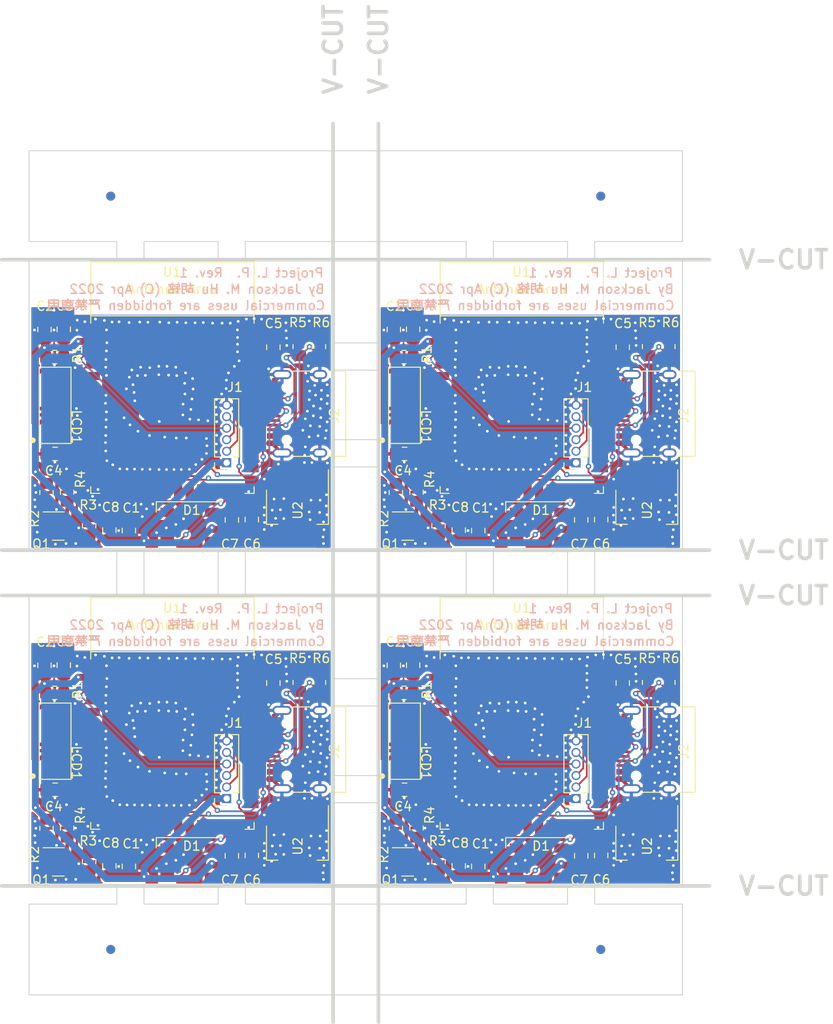
<source format=kicad_pcb>
(kicad_pcb (version 20211014) (generator pcbnew)
  (layers (0 "F.Cu" signal) (31 "B.Cu" signal) (34 "B.Paste" user) (35 "F.Paste" user) (36 "B.SilkS" user "B.Silkscreen") (37 "F.SilkS" user "F.Silkscreen") (38 "B.Mask" user) (39 "F.Mask" user) (44 "Edge.Cuts" user))
  (net 0 "")
  (net 1 "Board_0-+3V3")
  (net 2 "Board_0-+5V")
  (net 3 "Board_0-BOOT")
  (net 4 "Board_0-DBG_RXD")
  (net 5 "Board_0-DBG_TXD")
  (net 6 "Board_0-DISP_BL")
  (net 7 "Board_0-DISP_CS")
  (net 8 "Board_0-DISP_DATA")
  (net 9 "Board_0-DISP_DC")
  (net 10 "Board_0-DISP_RST")
  (net 11 "Board_0-DISP_SCLK")
  (net 12 "Board_0-EN")
  (net 13 "Board_0-GND")
  (net 14 "Board_0-LEDK")
  (net 15 "Board_0-Net-(J2-PadA5)")
  (net 16 "Board_0-Net-(J2-PadB5)")
  (net 17 "Board_0-Net-(Q1-Pad1)")
  (net 18 "Board_0-Net-(Q1-Pad3)")
  (net 19 "Board_0-STAT_LED")
  (net 20 "Board_0-USB_DM")
  (net 21 "Board_0-USB_DP")
  (net 22 "Board_0-unconnected-(D1-Pad4)")
  (net 23 "Board_0-unconnected-(J2-PadA8)")
  (net 24 "Board_0-unconnected-(J2-PadB8)")
  (net 25 "Board_0-unconnected-(U1-Pad10)")
  (net 26 "Board_0-unconnected-(U1-Pad11)")
  (net 27 "Board_0-unconnected-(U1-Pad12)")
  (net 28 "Board_0-unconnected-(U1-Pad15)")
  (net 29 "Board_0-unconnected-(U1-Pad16)")
  (net 30 "Board_0-unconnected-(U1-Pad17)")
  (net 31 "Board_0-unconnected-(U1-Pad18)")
  (net 32 "Board_0-unconnected-(U1-Pad19)")
  (net 33 "Board_0-unconnected-(U1-Pad20)")
  (net 34 "Board_0-unconnected-(U1-Pad21)")
  (net 35 "Board_0-unconnected-(U1-Pad22)")
  (net 36 "Board_0-unconnected-(U1-Pad23)")
  (net 37 "Board_0-unconnected-(U1-Pad24)")
  (net 38 "Board_0-unconnected-(U1-Pad26)")
  (net 39 "Board_0-unconnected-(U1-Pad28)")
  (net 40 "Board_0-unconnected-(U1-Pad29)")
  (net 41 "Board_0-unconnected-(U1-Pad30)")
  (net 42 "Board_0-unconnected-(U1-Pad31)")
  (net 43 "Board_0-unconnected-(U1-Pad32)")
  (net 44 "Board_0-unconnected-(U1-Pad33)")
  (net 45 "Board_0-unconnected-(U1-Pad34)")
  (net 46 "Board_0-unconnected-(U1-Pad35)")
  (net 47 "Board_0-unconnected-(U1-Pad38)")
  (net 48 "Board_0-unconnected-(U1-Pad39)")
  (net 49 "Board_1-+3V3")
  (net 50 "Board_1-+5V")
  (net 51 "Board_1-BOOT")
  (net 52 "Board_1-DBG_RXD")
  (net 53 "Board_1-DBG_TXD")
  (net 54 "Board_1-DISP_BL")
  (net 55 "Board_1-DISP_CS")
  (net 56 "Board_1-DISP_DATA")
  (net 57 "Board_1-DISP_DC")
  (net 58 "Board_1-DISP_RST")
  (net 59 "Board_1-DISP_SCLK")
  (net 60 "Board_1-EN")
  (net 61 "Board_1-GND")
  (net 62 "Board_1-LEDK")
  (net 63 "Board_1-Net-(J2-PadA5)")
  (net 64 "Board_1-Net-(J2-PadB5)")
  (net 65 "Board_1-Net-(Q1-Pad1)")
  (net 66 "Board_1-Net-(Q1-Pad3)")
  (net 67 "Board_1-STAT_LED")
  (net 68 "Board_1-USB_DM")
  (net 69 "Board_1-USB_DP")
  (net 70 "Board_1-unconnected-(D1-Pad4)")
  (net 71 "Board_1-unconnected-(J2-PadA8)")
  (net 72 "Board_1-unconnected-(J2-PadB8)")
  (net 73 "Board_1-unconnected-(U1-Pad10)")
  (net 74 "Board_1-unconnected-(U1-Pad11)")
  (net 75 "Board_1-unconnected-(U1-Pad12)")
  (net 76 "Board_1-unconnected-(U1-Pad15)")
  (net 77 "Board_1-unconnected-(U1-Pad16)")
  (net 78 "Board_1-unconnected-(U1-Pad17)")
  (net 79 "Board_1-unconnected-(U1-Pad18)")
  (net 80 "Board_1-unconnected-(U1-Pad19)")
  (net 81 "Board_1-unconnected-(U1-Pad20)")
  (net 82 "Board_1-unconnected-(U1-Pad21)")
  (net 83 "Board_1-unconnected-(U1-Pad22)")
  (net 84 "Board_1-unconnected-(U1-Pad23)")
  (net 85 "Board_1-unconnected-(U1-Pad24)")
  (net 86 "Board_1-unconnected-(U1-Pad26)")
  (net 87 "Board_1-unconnected-(U1-Pad28)")
  (net 88 "Board_1-unconnected-(U1-Pad29)")
  (net 89 "Board_1-unconnected-(U1-Pad30)")
  (net 90 "Board_1-unconnected-(U1-Pad31)")
  (net 91 "Board_1-unconnected-(U1-Pad32)")
  (net 92 "Board_1-unconnected-(U1-Pad33)")
  (net 93 "Board_1-unconnected-(U1-Pad34)")
  (net 94 "Board_1-unconnected-(U1-Pad35)")
  (net 95 "Board_1-unconnected-(U1-Pad38)")
  (net 96 "Board_1-unconnected-(U1-Pad39)")
  (net 97 "Board_2-+3V3")
  (net 98 "Board_2-+5V")
  (net 99 "Board_2-BOOT")
  (net 100 "Board_2-DBG_RXD")
  (net 101 "Board_2-DBG_TXD")
  (net 102 "Board_2-DISP_BL")
  (net 103 "Board_2-DISP_CS")
  (net 104 "Board_2-DISP_DATA")
  (net 105 "Board_2-DISP_DC")
  (net 106 "Board_2-DISP_RST")
  (net 107 "Board_2-DISP_SCLK")
  (net 108 "Board_2-EN")
  (net 109 "Board_2-GND")
  (net 110 "Board_2-LEDK")
  (net 111 "Board_2-Net-(J2-PadA5)")
  (net 112 "Board_2-Net-(J2-PadB5)")
  (net 113 "Board_2-Net-(Q1-Pad1)")
  (net 114 "Board_2-Net-(Q1-Pad3)")
  (net 115 "Board_2-STAT_LED")
  (net 116 "Board_2-USB_DM")
  (net 117 "Board_2-USB_DP")
  (net 118 "Board_2-unconnected-(D1-Pad4)")
  (net 119 "Board_2-unconnected-(J2-PadA8)")
  (net 120 "Board_2-unconnected-(J2-PadB8)")
  (net 121 "Board_2-unconnected-(U1-Pad10)")
  (net 122 "Board_2-unconnected-(U1-Pad11)")
  (net 123 "Board_2-unconnected-(U1-Pad12)")
  (net 124 "Board_2-unconnected-(U1-Pad15)")
  (net 125 "Board_2-unconnected-(U1-Pad16)")
  (net 126 "Board_2-unconnected-(U1-Pad17)")
  (net 127 "Board_2-unconnected-(U1-Pad18)")
  (net 128 "Board_2-unconnected-(U1-Pad19)")
  (net 129 "Board_2-unconnected-(U1-Pad20)")
  (net 130 "Board_2-unconnected-(U1-Pad21)")
  (net 131 "Board_2-unconnected-(U1-Pad22)")
  (net 132 "Board_2-unconnected-(U1-Pad23)")
  (net 133 "Board_2-unconnected-(U1-Pad24)")
  (net 134 "Board_2-unconnected-(U1-Pad26)")
  (net 135 "Board_2-unconnected-(U1-Pad28)")
  (net 136 "Board_2-unconnected-(U1-Pad29)")
  (net 137 "Board_2-unconnected-(U1-Pad30)")
  (net 138 "Board_2-unconnected-(U1-Pad31)")
  (net 139 "Board_2-unconnected-(U1-Pad32)")
  (net 140 "Board_2-unconnected-(U1-Pad33)")
  (net 141 "Board_2-unconnected-(U1-Pad34)")
  (net 142 "Board_2-unconnected-(U1-Pad35)")
  (net 143 "Board_2-unconnected-(U1-Pad38)")
  (net 144 "Board_2-unconnected-(U1-Pad39)")
  (net 145 "Board_3-+3V3")
  (net 146 "Board_3-+5V")
  (net 147 "Board_3-BOOT")
  (net 148 "Board_3-DBG_RXD")
  (net 149 "Board_3-DBG_TXD")
  (net 150 "Board_3-DISP_BL")
  (net 151 "Board_3-DISP_CS")
  (net 152 "Board_3-DISP_DATA")
  (net 153 "Board_3-DISP_DC")
  (net 154 "Board_3-DISP_RST")
  (net 155 "Board_3-DISP_SCLK")
  (net 156 "Board_3-EN")
  (net 157 "Board_3-GND")
  (net 158 "Board_3-LEDK")
  (net 159 "Board_3-Net-(J2-PadA5)")
  (net 160 "Board_3-Net-(J2-PadB5)")
  (net 161 "Board_3-Net-(Q1-Pad1)")
  (net 162 "Board_3-Net-(Q1-Pad3)")
  (net 163 "Board_3-STAT_LED")
  (net 164 "Board_3-USB_DM")
  (net 165 "Board_3-USB_DP")
  (net 166 "Board_3-unconnected-(D1-Pad4)")
  (net 167 "Board_3-unconnected-(J2-PadA8)")
  (net 168 "Board_3-unconnected-(J2-PadB8)")
  (net 169 "Board_3-unconnected-(U1-Pad10)")
  (net 170 "Board_3-unconnected-(U1-Pad11)")
  (net 171 "Board_3-unconnected-(U1-Pad12)")
  (net 172 "Board_3-unconnected-(U1-Pad15)")
  (net 173 "Board_3-unconnected-(U1-Pad16)")
  (net 174 "Board_3-unconnected-(U1-Pad17)")
  (net 175 "Board_3-unconnected-(U1-Pad18)")
  (net 176 "Board_3-unconnected-(U1-Pad19)")
  (net 177 "Board_3-unconnected-(U1-Pad20)")
  (net 178 "Board_3-unconnected-(U1-Pad21)")
  (net 179 "Board_3-unconnected-(U1-Pad22)")
  (net 180 "Board_3-unconnected-(U1-Pad23)")
  (net 181 "Board_3-unconnected-(U1-Pad24)")
  (net 182 "Board_3-unconnected-(U1-Pad26)")
  (net 183 "Board_3-unconnected-(U1-Pad28)")
  (net 184 "Board_3-unconnected-(U1-Pad29)")
  (net 185 "Board_3-unconnected-(U1-Pad30)")
  (net 186 "Board_3-unconnected-(U1-Pad31)")
  (net 187 "Board_3-unconnected-(U1-Pad32)")
  (net 188 "Board_3-unconnected-(U1-Pad33)")
  (net 189 "Board_3-unconnected-(U1-Pad34)")
  (net 190 "Board_3-unconnected-(U1-Pad35)")
  (net 191 "Board_3-unconnected-(U1-Pad38)")
  (net 192 "Board_3-unconnected-(U1-Pad39)")
  (footprint "Capacitor_SMD:C_0805_2012Metric_Pad1.18x1.45mm_HandSolder" (layer "F.Cu") (at 60.174999 80.650002 90)
    (fp_text reference "C5")
    (fp_text value "10uF")
  )
  (footprint "Resistor_SMD:R_0805_2012Metric_Pad1.20x1.40mm_HandSolder" (layer "F.Cu") (at 39.874999 63.324999 -90)
    (fp_text reference "R3")
    (fp_text value "1k")
  )
  (footprint "JackcoLib:ST7789V_1.5_IPS_PG04" (layer "F.Cu") (at 36.124999 87.050002 180)
    (fp_text reference "LCD1")
    (fp_text value "IPS_LCD")
  )
  (footprint "Espressif:ESP32-S3-WROOM-1" (layer "F.Cu") (at 49.049999 87.000002)
    (fp_text reference "U1")
    (fp_text value "ESP32-S3-WROOM-1")
  )
  (footprint "Package_TO_SOT_SMD:SOT-23" (layer "F.Cu") (at 74.975002 100.350002)
    (fp_text reference "Q1")
    (fp_text value "S8050")
  )
  (footprint "Connector_USB:USB_C_Receptacle_HRO_TYPE-C-31-M-12" (layer "F.Cu") (at 102.750002 50.974999 90)
    (fp_text reference "J2")
    (fp_text value "USB_CDC")
  )
  (footprint "Package_TO_SOT_SMD:SOT-23" (layer "F.Cu") (at 36.474999 63.349999)
    (fp_text reference "Q1")
    (fp_text value "S8050")
  )
  (footprint "Espressif:ESP32-S3-WROOM-1" (layer "F.Cu") (at 87.550002 49.999999)
    (fp_text reference "U1")
    (fp_text value "ESP32-S3-WROOM-1")
  )
  (footprint "Resistor_SMD:R_0805_2012Metric_Pad1.20x1.40mm_HandSolder" (layer "F.Cu") (at 37.449999 96.625002 90)
    (fp_text reference "R4")
    (fp_text value "10R")
  )
  (footprint "Connector_PinSocket_1.27mm:PinSocket_1x06_P1.27mm_Vertical" (layer "F.Cu") (at 93.525002 56.374999 180)
    (fp_text reference "J1")
    (fp_text value "HOST_PROG")
  )
  (footprint "Espressif:ESP32-S3-WROOM-1" (layer "F.Cu") (at 87.550002 87.000002)
    (fp_text reference "U1")
    (fp_text value "ESP32-S3-WROOM-1")
  )
  (footprint "JackcoLib:ST7789V_1.5_IPS_PG04" (layer "F.Cu") (at 36.124999 50.049999 180)
    (fp_text reference "LCD1")
    (fp_text value "IPS_LCD")
  )
  (footprint "Capacitor_SMD:C_0805_2012Metric_Pad1.18x1.45mm_HandSolder" (layer "F.Cu") (at 57.799999 62.637499 -90)
    (fp_text reference "C6")
    (fp_text value "0.1uF")
  )
  (footprint "Resistor_SMD:R_0805_2012Metric_Pad1.20x1.40mm_HandSolder" (layer "F.Cu") (at 75.950002 96.625002 90)
    (fp_text reference "R4")
    (fp_text value "10R")
  )
  (footprint "Fiducial" (layer "F.Cu") (at 96.251 27.002)
    (fp_text reference "REF**" hide)
    (fp_text value "Fiducial" hide)
  )
  (footprint "Capacitor_SMD:C_0805_2012Metric_Pad1.18x1.45mm_HandSolder" (layer "F.Cu") (at 55.599999 99.675002 90)
    (fp_text reference "C7")
    (fp_text value "0.1uF")
  )
  (footprint "Package_TO_SOT_SMD:SOT-23" (layer "F.Cu") (at 74.975002 63.349999)
    (fp_text reference "Q1")
    (fp_text value "S8050")
  )
  (footprint "Capacitor_SMD:C_0805_2012Metric_Pad1.18x1.45mm_HandSolder" (layer "F.Cu") (at 82.750002 100.850002 90)
    (fp_text reference "C1")
    (fp_text value "10uF")
  )
  (footprint "Connector_PinSocket_1.27mm:PinSocket_1x06_P1.27mm_Vertical" (layer "F.Cu") (at 55.024999 56.374999 180)
    (fp_text reference "J1")
    (fp_text value "HOST_PROG")
  )
  (footprint "Capacitor_SMD:C_0805_2012Metric_Pad1.18x1.45mm_HandSolder" (layer "F.Cu") (at 94.100002 62.674999 90)
    (fp_text reference "C7")
    (fp_text value "0.1uF")
  )
  (footprint "Resistor_SMD:R_0805_2012Metric_Pad1.20x1.40mm_HandSolder" (layer "F.Cu") (at 35.174999 59.649999 -90)
    (fp_text reference "R2")
    (fp_text value "10k")
  )
  (footprint "Connector_PinSocket_1.27mm:PinSocket_1x06_P1.27mm_Vertical" (layer "F.Cu") (at 55.024999 93.375002 180)
    (fp_text reference "J1")
    (fp_text value "HOST_PROG")
  )
  (footprint "Package_TO_SOT_SMD:SOT-223-3_TabPin2" (layer "F.Cu") (at 101.325002 98.250002 -90)
    (fp_text reference "U2")
    (fp_text value "AMS1117-3.3")
  )
  (footprint "Resistor_SMD:R_0805_2012Metric_Pad1.20x1.40mm_HandSolder" (layer "F.Cu") (at 63.074999 80.575002 90)
    (fp_text reference "R5")
    (fp_text value "5.11k")
  )
  (footprint "Resistor_SMD:R_0805_2012Metric_Pad1.20x1.40mm_HandSolder" (layer "F.Cu") (at 74.575002 44.724999)
    (fp_text reference "R1")
    (fp_text value "10k")
  )
  (footprint "Connector_USB:USB_C_Receptacle_HRO_TYPE-C-31-M-12" (layer "F.Cu") (at 102.750002 87.975002 90)
    (fp_text reference "J2")
    (fp_text value "USB_CDC")
  )
  (footprint "Resistor_SMD:R_0805_2012Metric_Pad1.20x1.40mm_HandSolder" (layer "F.Cu") (at 75.950002 59.624999 90)
    (fp_text reference "R4")
    (fp_text value "10R")
  )
  (footprint "Package_TO_SOT_SMD:SOT-223-3_TabPin2" (layer "F.Cu") (at 101.325002 61.249999 -90)
    (fp_text reference "U2")
    (fp_text value "AMS1117-3.3")
  )
  (footprint "Capacitor_SMD:C_0805_2012Metric_Pad1.18x1.45mm_HandSolder" (layer "F.Cu") (at 82.750002 63.849999 90)
    (fp_text reference "C1")
    (fp_text value "10uF")
  )
  (footprint "Capacitor_SMD:C_0805_2012Metric_Pad1.18x1.45mm_HandSolder" (layer "F.Cu") (at 96.300002 99.637502 -90)
    (fp_text reference "C6")
    (fp_text value "0.1uF")
  )
  (footprint "Resistor_SMD:R_0805_2012Metric_Pad1.20x1.40mm_HandSolder" (layer "F.Cu") (at 78.375002 100.325002 -90)
    (fp_text reference "R3")
    (fp_text value "1k")
  )
  (footprint "Connector_PinSocket_1.27mm:PinSocket_1x06_P1.27mm_Vertical" (layer "F.Cu") (at 93.525002 93.375002 180)
    (fp_text reference "J1")
    (fp_text value "HOST_PROG")
  )
  (footprint "LED_SMD:LED_SK6812_PLCC4_5.0x5.0mm_P3.2mm" (layer "F.Cu") (at 50.924999 100.425002 180)
    (fp_text reference "D1")
    (fp_text value "STATUS")
  )
  (footprint "Resistor_SMD:R_0805_2012Metric_Pad1.20x1.40mm_HandSolder" (layer "F.Cu") (at 101.575002 43.574999 90)
    (fp_text reference "R5")
    (fp_text value "5.11k")
  )
  (footprint "Fiducial" (layer "F.Cu") (at 96.251 109.998)
    (fp_text reference "REF**" hide)
    (fp_text value "Fiducial" hide)
  )
  (footprint "Capacitor_SMD:C_0805_2012Metric_Pad1.18x1.45mm_HandSolder" (layer "F.Cu") (at 98.675002 43.649999 90)
    (fp_text reference "C5")
    (fp_text value "10uF")
  )
  (footprint "Resistor_SMD:R_0805_2012Metric_Pad1.20x1.40mm_HandSolder" (layer "F.Cu") (at 63.074999 43.574999 90)
    (fp_text reference "R5")
    (fp_text value "5.11k")
  )
  (footprint "Resistor_SMD:R_0805_2012Metric_Pad1.20x1.40mm_HandSolder" (layer "F.Cu") (at 36.074999 44.724999)
    (fp_text reference "R1")
    (fp_text value "10k")
  )
  (footprint "Capacitor_SMD:C_0805_2012Metric_Pad1.18x1.45mm_HandSolder" (layer "F.Cu") (at 42.099999 63.799999 90)
    (fp_text reference "C8")
    (fp_text value "10uF")
  )
  (footprint "Capacitor_SMD:C_0805_2012Metric_Pad1.18x1.45mm_HandSolder" (layer "F.Cu") (at 80.600002 63.799999 90)
    (fp_text reference "C8")
    (fp_text value "10uF")
  )
  (footprint "Capacitor_SMD:C_0805_2012Metric_Pad1.18x1.45mm_HandSolder" (layer "F.Cu") (at 44.249999 63.849999 90)
    (fp_text reference "C1")
    (fp_text value "10uF")
  )
  (footprint "Capacitor_SMD:C_0805_2012Metric_Pad1.18x1.45mm_HandSolder" (layer "F.Cu") (at 60.174999 43.649999 90)
    (fp_text reference "C5")
    (fp_text value "10uF")
  )
  (footprint "Resistor_SMD:R_0805_2012Metric_Pad1.20x1.40mm_HandSolder" (layer "F.Cu") (at 65.199999 43.574999 90)
    (fp_text reference "R6")
    (fp_text value "5.11k")
  )
  (footprint "Resistor_SMD:R_0805_2012Metric_Pad1.20x1.40mm_HandSolder" (layer "F.Cu") (at 36.074999 81.725002)
    (fp_text reference "R1")
    (fp_text value "10k")
  )
  (footprint "Capacitor_SMD:C_0805_2012Metric_Pad1.18x1.45mm_HandSolder" (layer "F.Cu") (at 37.074999 78.675002 90)
    (fp_text reference "C3")
    (fp_text value "1uF")
  )
  (footprint "Capacitor_SMD:C_0805_2012Metric_Pad1.18x1.45mm_HandSolder" (layer "F.Cu") (at 73.450002 41.699999 90)
    (fp_text reference "C2")
    (fp_text value "0.1uF")
  )
  (footprint "Resistor_SMD:R_0805_2012Metric_Pad1.20x1.40mm_HandSolder" (layer "F.Cu") (at 103.700002 80.575002 90)
    (fp_text reference "R6")
    (fp_text value "5.11k")
  )
  (footprint "LED_SMD:LED_SK6812_PLCC4_5.0x5.0mm_P3.2mm" (layer "F.Cu") (at 89.425002 100.425002 180)
    (fp_text reference "D1")
    (fp_text value "STATUS")
  )
  (footprint "Capacitor_SMD:C_0805_2012Metric_Pad1.18x1.45mm_HandSolder" (layer "F.Cu") (at 36.124999 55.399999)
    (fp_text reference "C4")
    (fp_text value "0.1uF")
  )
  (footprint "Resistor_SMD:R_0805_2012Metric_Pad1.20x1.40mm_HandSolder" (layer "F.Cu") (at 103.700002 43.574999 90)
    (fp_text reference "R6")
    (fp_text value "5.11k")
  )
  (footprint "Connector_USB:USB_C_Receptacle_HRO_TYPE-C-31-M-12" (layer "F.Cu") (at 64.249999 50.974999 90)
    (fp_text reference "J2")
    (fp_text value "USB_CDC")
  )
  (footprint "Capacitor_SMD:C_0805_2012Metric_Pad1.18x1.45mm_HandSolder" (layer "F.Cu") (at 36.124999 92.400002)
    (fp_text reference "C4")
    (fp_text value "0.1uF")
  )
  (footprint "Capacitor_SMD:C_0805_2012Metric_Pad1.18x1.45mm_HandSolder" (layer "F.Cu") (at 44.249999 100.850002 90)
    (fp_text reference "C1")
    (fp_text value "10uF")
  )
  (footprint "Capacitor_SMD:C_0805_2012Metric_Pad1.18x1.45mm_HandSolder" (layer "F.Cu") (at 34.949999 41.699999 90)
    (fp_text reference "C2")
    (fp_text value "0.1uF")
  )
  (footprint "NPTH" (layer "F.Cu") (at 100.251 109.998)
    (fp_text reference "REF**" hide)
    (fp_text value "NPTH" hide)
  )
  (footprint "Capacitor_SMD:C_0805_2012Metric_Pad1.18x1.45mm_HandSolder" (layer "F.Cu") (at 42.099999 100.800002 90)
    (fp_text reference "C8")
    (fp_text value "10uF")
  )
  (footprint "Resistor_SMD:R_0805_2012Metric_Pad1.20x1.40mm_HandSolder" (layer "F.Cu") (at 35.174999 96.650002 -90)
    (fp_text reference "R2")
    (fp_text value "10k")
  )
  (footprint "Capacitor_SMD:C_0805_2012Metric_Pad1.18x1.45mm_HandSolder" (layer "F.Cu") (at 74.625002 92.400002)
    (fp_text reference "C4")
    (fp_text value "0.1uF")
  )
  (footprint "Package_TO_SOT_SMD:SOT-223-3_TabPin2" (layer "F.Cu") (at 62.824999 98.250002 -90)
    (fp_text reference "U2")
    (fp_text value "AMS1117-3.3")
  )
  (footprint "NPTH" (layer "F.Cu") (at 38.249 27.002)
    (fp_text reference "REF**" hide)
    (fp_text value "NPTH" hide)
  )
  (footprint "Resistor_SMD:R_0805_2012Metric_Pad1.20x1.40mm_HandSolder" (layer "F.Cu") (at 74.575002 81.725002)
    (fp_text reference "R1")
    (fp_text value "10k")
  )
  (footprint "Resistor_SMD:R_0805_2012Metric_Pad1.20x1.40mm_HandSolder" (layer "F.Cu") (at 73.675002 96.650002 -90)
    (fp_text reference "R2")
    (fp_text value "10k")
  )
  (footprint "Capacitor_SMD:C_0805_2012Metric_Pad1.18x1.45mm_HandSolder" (layer "F.Cu") (at 80.600002 100.800002 90)
    (fp_text reference "C8")
    (fp_text value "10uF")
  )
  (footprint "Resistor_SMD:R_0805_2012Metric_Pad1.20x1.40mm_HandSolder" (layer "F.Cu") (at 78.375002 63.324999 -90)
    (fp_text reference "R3")
    (fp_text value "1k")
  )
  (footprint "Connector_USB:USB_C_Receptacle_HRO_TYPE-C-31-M-12" (layer "F.Cu") (at 64.249999 87.975002 90)
    (fp_text reference "J2")
    (fp_text value "USB_CDC")
  )
  (footprint "Resistor_SMD:R_0805_2012Metric_Pad1.20x1.40mm_HandSolder" (layer "F.Cu") (at 37.449999 59.624999 90)
    (fp_text reference "R4")
    (fp_text value "10R")
  )
  (footprint "JackcoLib:ST7789V_1.5_IPS_PG04" (layer "F.Cu") (at 74.625002 50.049999 180)
    (fp_text reference "LCD1")
    (fp_text value "IPS_LCD")
  )
  (footprint "Capacitor_SMD:C_0805_2012Metric_Pad1.18x1.45mm_HandSolder" (layer "F.Cu") (at 34.949999 78.700002 90)
    (fp_text reference "C2")
    (fp_text value "0.1uF")
  )
  (footprint "Fiducial" (layer "F.Cu") (at 42.249 109.998)
    (fp_text reference "REF**" hide)
    (fp_text value "Fiducial" hide)
  )
  (footprint "NPTH" (layer "F.Cu") (at 100.251 27.002)
    (fp_text reference "REF**" hide)
    (fp_text value "NPTH" hide)
  )
  (footprint "Capacitor_SMD:C_0805_2012Metric_Pad1.18x1.45mm_HandSolder" (layer "F.Cu") (at 37.074999 41.674999 90)
    (fp_text reference "C3")
    (fp_text value "1uF")
  )
  (footprint "Package_TO_SOT_SMD:SOT-23" (layer "F.Cu") (at 36.474999 100.350002)
    (fp_text reference "Q1")
    (fp_text value "S8050")
  )
  (footprint "Capacitor_SMD:C_0805_2012Metric_Pad1.18x1.45mm_HandSolder" (layer "F.Cu") (at 75.575002 41.674999 90)
    (fp_text reference "C3")
    (fp_text value "1uF")
  )
  (footprint "Capacitor_SMD:C_0805_2012Metric_Pad1.18x1.45mm_HandSolder" (layer "F.Cu") (at 94.100002 99.675002 90)
    (fp_text reference "C7")
    (fp_text value "0.1uF")
  )
  (footprint "Capacitor_SMD:C_0805_2012Metric_Pad1.18x1.45mm_HandSolder" (layer "F.Cu") (at 57.799999 99.637502 -90)
    (fp_text reference "C6")
    (fp_text value "0.1uF")
  )
  (footprint "Capacitor_SMD:C_0805_2012Metric_Pad1.18x1.45mm_HandSolder" (layer "F.Cu") (at 55.599999 62.674999 90)
    (fp_text reference "C7")
    (fp_text value "0.1uF")
  )
  (footprint "Package_TO_SOT_SMD:SOT-223-3_TabPin2" (layer "F.Cu") (at 62.824999 61.249999 -90)
    (fp_text reference "U2")
    (fp_text value "AMS1117-3.3")
  )
  (footprint "Resistor_SMD:R_0805_2012Metric_Pad1.20x1.40mm_HandSolder" (layer "F.Cu") (at 39.874999 100.325002 -90)
    (fp_text reference "R3")
    (fp_text value "1k")
  )
  (footprint "JackcoLib:ST7789V_1.5_IPS_PG04" (layer "F.Cu") (at 74.625002 87.050002 180)
    (fp_text reference "LCD1")
    (fp_text value "IPS_LCD")
  )
  (footprint "LED_SMD:LED_SK6812_PLCC4_5.0x5.0mm_P3.2mm" (layer "F.Cu") (at 50.924999 63.424999 180)
    (fp_text reference "D1")
    (fp_text value "STATUS")
  )
  (footprint "Espressif:ESP32-S3-WROOM-1" (layer "F.Cu") (at 49.049999 49.999999)
    (fp_text reference "U1")
    (fp_text value "ESP32-S3-WROOM-1")
  )
  (footprint "Fiducial" (layer "F.Cu") (at 42.249 27.002)
    (fp_text reference "REF**" hide)
    (fp_text value "Fiducial" hide)
  )
  (footprint "Resistor_SMD:R_0805_2012Metric_Pad1.20x1.40mm_HandSolder" (layer "F.Cu") (at 101.575002 80.575002 90)
    (fp_text reference "R5")
    (fp_text value "5.11k")
  )
  (footprint "Capacitor_SMD:C_0805_2012Metric_Pad1.18x1.45mm_HandSolder" (layer "F.Cu") (at 73.450002 78.700002 90)
    (fp_text reference "C2")
    (fp_text value "0.1uF")
  )
  (footprint "NPTH" (layer "F.Cu") (at 38.249 109.998)
    (fp_text reference "REF**" hide)
    (fp_text value "NPTH" hide)
  )
  (footprint "Capacitor_SMD:C_0805_2012Metric_Pad1.18x1.45mm_HandSolder" (layer "F.Cu") (at 96.300002 62.637499 -90)
    (fp_text reference "C6")
    (fp_text value "0.1uF")
  )
  (footprint "LED_SMD:LED_SK6812_PLCC4_5.0x5.0mm_P3.2mm" (layer "F.Cu") (at 89.425002 63.424999 180)
    (fp_text reference "D1")
    (fp_text value "STATUS")
  )
  (footprint "Resistor_SMD:R_0805_2012Metric_Pad1.20x1.40mm_HandSolder" (layer "F.Cu") (at 73.675002 59.649999 -90)
    (fp_text reference "R2")
    (fp_text value "10k")
  )
  (footprint "Resistor_SMD:R_0805_2012Metric_Pad1.20x1.40mm_HandSolder" (layer "F.Cu") (at 65.199999 80.575002 90)
    (fp_text reference "R6")
    (fp_text value "5.11k")
  )
  (footprint "Capacitor_SMD:C_0805_2012Metric_Pad1.18x1.45mm_HandSolder" (layer "F.Cu") (at 75.575002 78.675002 90)
    (fp_text reference "C3")
    (fp_text value "1uF")
  )
  (footprint "Capacitor_SMD:C_0805_2012Metric_Pad1.18x1.45mm_HandSolder" (layer "F.Cu") (at 74.625002 55.399999)
    (fp_text reference "C4")
    (fp_text value "0.1uF")
  )
  (footprint "Capacitor_SMD:C_0805_2012Metric_Pad1.18x1.45mm_HandSolder" (layer "F.Cu") (at 98.675002 80.650002 90)
    (fp_text reference "C5")
    (fp_text value "10uF")
  )
  (footprint "Fiducial" (layer "B.Cu") (at 96.251 27.002)
    (fp_text reference "REF**" hide)
    (fp_text value "Fiducial" hide)
  )
  (footprint "Fiducial" (layer "B.Cu") (at 42.249 27.002)
    (fp_text reference "REF**" hide)
    (fp_text value "Fiducial" hide)
  )
  (footprint "Fiducial" (layer "B.Cu") (at 42.249 109.998)
    (fp_text reference "REF**" hide)
    (fp_text value "Fiducial" hide)
  )
  (footprint "Fiducial" (layer "B.Cu") (at 96.251 109.998)
    (fp_text reference "REF**" hide)
    (fp_text value "Fiducial" hide)
  )
  (gr_line (start 45.917 33.999) (end 45.917 32.002) (layer "Edge.Cuts") (width 0.1))
  (gr_line (start 42.917 103.001) (end 42.917 104.998) (layer "Edge.Cuts") (width 0.1))
  (gr_line (start 71.749226 33.999365) (end 71.749 43.167) (layer "Edge.Cuts") (width 0.1))
  (gr_line (start 95.583 104.998) (end 95.583 103.001) (layer "Edge.Cuts") (width 0.1))
  (gr_line (start 81.417 70.999) (end 71.749168 70.999444) (layer "Edge.Cuts") (width 0.1))
  (gr_line (start 81.417 104.998) (end 57.083 104.998) (layer "Edge.Cuts") (width 0.1))
  (gr_line (start 105.251 104.998) (end 95.583 104.998) (layer "Edge.Cuts") (width 0.1))
  (gr_line (start 84.417 66.001) (end 92.583 66.001) (layer "Edge.Cuts") (width 0.1))
  (gr_line (start 84.417 103.001) (end 92.583 103.001) (layer "Edge.Cuts") (width 0.1))
  (gr_line (start 92.583 32.002) (end 92.583 33.999) (layer "Edge.Cuts") (width 0.1))
  (gr_line (start 92.583 68.5) (end 92.583 70.999) (layer "Edge.Cuts") (width 0.1))
  (gr_line (start 95.583 103.001) (end 105.250995 103.000098) (layer "Edge.Cuts") (width 0.1))
  (gr_line (start 92.583 33.999) (end 84.417 33.999) (layer "Edge.Cuts") (width 0.1))
  (gr_line (start 45.917 104.998) (end 45.917 103.001) (layer "Edge.Cuts") (width 0.1))
  (gr_line (start 71.749444 66.000831) (end 81.417 66.001) (layer "Edge.Cuts") (width 0.1))
  (gr_line (start 71.749 53.833) (end 66.751 53.833) (layer "Edge.Cuts") (width 0.1))
  (gr_line (start 33.249 22.002) (end 33.249 32.002) (layer "Edge.Cuts") (width 0.1))
  (gr_line (start 30.249 103) (end 108.251 103) (layer "Edge.Cuts") (width 0.4))
  (gr_line (start 105.251 22.002) (end 33.249 22.002) (layer "Edge.Cuts") (width 0.1))
  (gr_line (start 33.249043 66.00029) (end 42.917 66.001) (layer "Edge.Cuts") (width 0.1))
  (gr_line (start 71.749 80.167) (end 66.751 80.167) (layer "Edge.Cuts") (width 0.1))
  (gr_line (start 66.751 43.167) (end 66.750555 33.999168) (layer "Edge.Cuts") (width 0.1))
  (gr_line (start 81.417 33.999) (end 71.749226 33.999365) (layer "Edge.Cuts") (width 0.1))
  (gr_line (start 84.417 32.002) (end 92.583 32.002) (layer "Edge.Cuts") (width 0.1))
  (gr_line (start 42.917 70.999) (end 33.249043 70.999709) (layer "Edge.Cuts") (width 0.1))
  (gr_line (start 95.583 33.999) (end 95.583 32.002) (layer "Edge.Cuts") (width 0.1))
  (gr_line (start 33.249004 103.000098) (end 42.917 103.001) (layer "Edge.Cuts") (width 0.1))
  (gr_line (start 71.749 46.167) (end 71.749 53.833) (layer "Edge.Cuts") (width 0.1))
  (gr_line (start 71.75 19.002) (end 71.75 117.998) (layer "Edge.Cuts") (width 0.4))
  (gr_line (start 105.250956 70.999709) (end 95.583 70.999) (layer "Edge.Cuts") (width 0.1))
  (gr_line (start 71.749 83.167) (end 71.749 90.833) (layer "Edge.Cuts") (width 0.1))
  (gr_line (start 45.917 66.001) (end 54.083 66.001) (layer "Edge.Cuts") (width 0.1))
  (gr_line (start 92.583 70.999) (end 84.417 70.999) (layer "Edge.Cuts") (width 0.1))
  (gr_line (start 30.249 66) (end 108.251 66) (layer "Edge.Cuts") (width 0.4))
  (gr_line (start 33.249 104.998) (end 33.249 114.998) (layer "Edge.Cuts") (width 0.1))
  (gr_line (start 66.751 53.833) (end 66.751 46.167) (layer "Edge.Cuts") (width 0.1))
  (gr_line (start 66.751 83.167) (end 71.749 83.167) (layer "Edge.Cuts") (width 0.1))
  (gr_line (start 71.749226 103.000634) (end 81.417 103.001) (layer "Edge.Cuts") (width 0.1))
  (gr_line (start 71.749 93.833) (end 71.749226 103.000634) (layer "Edge.Cuts") (width 0.1))
  (gr_line (start 42.917 33.999) (end 33.249004 33.999901) (layer "Edge.Cuts") (width 0.1))
  (gr_line (start 57.083 70.999) (end 57.083 66.001) (layer "Edge.Cuts") (width 0.1))
  (gr_line (start 66.75098 70.999804) (end 57.083 70.999) (layer "Edge.Cuts") (width 0.1))
  (gr_line (start 66.751 80.167) (end 66.75098 70.999804) (layer "Edge.Cuts") (width 0.1))
  (gr_line (start 66.751 56.833) (end 71.749 56.833) (layer "Edge.Cuts") (width 0.1))
  (gr_line (start 45.917 70.999) (end 45.917 66.001) (layer "Edge.Cuts") (width 0.1))
  (gr_line (start 57.083 104.998) (end 57.083 103.001) (layer "Edge.Cuts") (width 0.1))
  (gr_line (start 66.75 103.001) (end 66.751 93.833) (layer "Edge.Cuts") (width 0.1))
  (gr_line (start 54.083 33.999) (end 45.917 33.999) (layer "Edge.Cuts") (width 0.1))
  (gr_line (start 71.749 90.833) (end 66.751 90.833) (layer "Edge.Cuts") (width 0.1))
  (gr_line (start 54.083 103.001) (end 54.083 104.998) (layer "Edge.Cuts") (width 0.1))
  (gr_line (start 33.249 32.002) (end 42.917 32.002) (layer "Edge.Cuts") (width 0.1))
  (gr_line (start 54.083 32.002) (end 54.083 33.999) (layer "Edge.Cuts") (width 0.1))
  (gr_line (start 81.417 32.002) (end 81.417 33.999) (layer "Edge.Cuts") (width 0.1))
  (gr_line (start 42.917 66.001) (end 42.917 70.999) (layer "Edge.Cuts") (width 0.1))
  (gr_line (start 30.249 34) (end 108.251 34) (layer "Edge.Cuts") (width 0.4))
  (gr_line (start 105.250995 103.000098) (end 105.250956 70.999709) (layer "Edge.Cuts") (width 0.1))
  (gr_line (start 95.583 32.002) (end 105.251 32.002) (layer "Edge.Cuts") (width 0.1))
  (gr_line (start 66.750555 33.999168) (end 57.083 33.999) (layer "Edge.Cuts") (width 0.1))
  (gr_line (start 54.083 70.999) (end 45.917 70.999) (layer "Edge.Cuts") (width 0.1))
  (gr_line (start 92.583 104.998) (end 84.417 104.998) (layer "Edge.Cuts") (width 0.1))
  (gr_line (start 84.417 70.999) (end 84.417 66.001) (layer "Edge.Cuts") (width 0.1))
  (gr_line (start 95.583 70.999) (end 95.583 66.001) (layer "Edge.Cuts") (width 0.1))
  (gr_line (start 105.251 114.998) (end 105.251 104.998) (layer "Edge.Cuts") (width 0.1))
  (gr_line (start 105.250995 33.999901) (end 95.583 33.999) (layer "Edge.Cuts") (width 0.1))
  (gr_line (start 84.417 104.998) (end 84.417 103.001) (layer "Edge.Cuts") (width 0.1))
  (gr_line (start 71.749 56.833) (end 71.749444 66.000831) (layer "Edge.Cuts") (width 0.1))
  (gr_line (start 45.917 32.002) (end 54.083 32.002) (layer "Edge.Cuts") (width 0.1))
  (gr_line (start 66.751 46.167) (end 71.749 46.167) (layer "Edge.Cuts") (width 0.1))
  (gr_line (start 57.083 66.001) (end 66.750707 66.000707) (layer "Edge.Cuts") (width 0.1))
  (gr_line (start 71.749168 70.999444) (end 71.749 80.167) (layer "Edge.Cuts") (width 0.1))
  (gr_line (start 66.751 90.833) (end 66.751 83.167) (layer "Edge.Cuts") (width 0.1))
  (gr_line (start 105.251 32.002) (end 105.251 22.002) (layer "Edge.Cuts") (width 0.1))
  (gr_line (start 42.917 32.002) (end 42.917 33.999) (layer "Edge.Cuts") (width 0.1))
  (gr_line (start 95.583 66.001) (end 105.250956 66.00029) (layer "Edge.Cuts") (width 0.1))
  (gr_line (start 92.583 66.001) (end 92.583 68.5) (layer "Edge.Cuts") (width 0.1))
  (gr_line (start 57.083 103.001) (end 66.75 103.001) (layer "Edge.Cuts") (width 0.1))
  (gr_line (start 66.75 19.002) (end 66.75 117.998) (layer "Edge.Cuts") (width 0.4))
  (gr_line (start 33.249043 70.999709) (end 33.249004 103.000098) (layer "Edge.Cuts") (width 0.1))
  (gr_line (start 33.249 114.998) (end 105.251 114.998) (layer "Edge.Cuts") (width 0.1))
  (gr_line (start 84.417 33.999) (end 84.417 32.002) (layer "Edge.Cuts") (width 0.1))
  (gr_line (start 66.750707 66.000707) (end 66.751 56.833) (layer "Edge.Cuts") (width 0.1))
  (gr_line (start 33.249004 33.999901) (end 33.249043 66.00029) (layer "Edge.Cuts") (width 0.1))
  (gr_line (start 105.250956 66.00029) (end 105.250995 33.999901) (layer "Edge.Cuts") (width 0.1))
  (gr_line (start 54.083 66.001) (end 54.083 70.999) (layer "Edge.Cuts") (width 0.1))
  (gr_line (start 81.417 66.001) (end 81.417 70.999) (layer "Edge.Cuts") (width 0.1))
  (gr_line (start 30.249 71) (end 108.251 71) (layer "Edge.Cuts") (width 0.4))
  (gr_line (start 81.417 103.001) (end 81.417 104.998) (layer "Edge.Cuts") (width 0.1))
  (gr_line (start 54.083 104.998) (end 45.917 104.998) (layer "Edge.Cuts") (width 0.1))
  (gr_line (start 57.083 32.002) (end 81.417 32.002) (layer "Edge.Cuts") (width 0.1))
  (gr_line (start 66.751 93.833) (end 71.749 93.833) (layer "Edge.Cuts") (width 0.1))
  (gr_line (start 42.917 104.998) (end 33.249 104.998) (layer "Edge.Cuts") (width 0.1))
  (gr_line (start 92.583 103.001) (end 92.583 104.998) (layer "Edge.Cuts") (width 0.1))
  (gr_line (start 57.083 33.999) (end 57.083 32.002) (layer "Edge.Cuts") (width 0.1))
  (gr_line (start 71.749 43.167) (end 66.751 43.167) (layer "Edge.Cuts") (width 0.1))
  (gr_line (start 45.917 103.001) (end 54.083 103.001) (layer "Edge.Cuts") (width 0.1))
  (gr_text "By Jackson M. Hu 胡铭 (C) Apr 2022" (at 90.250002 74.250002) (layer "B.SilkS") (effects (font (size 1 1) (thickness 0.16)) (justify mirror)))
  (gr_text "By Jackson M. Hu 胡铭 (C) Apr 2022" (at 51.749999 37.249999) (layer "B.SilkS") (effects (font (size 1 1) (thickness 0.16)) (justify mirror)))
  (gr_text "Project L. P.  Rev. 1" (at 57.749999 72.450002) (layer "B.SilkS") (effects (font (size 1 1) (thickness 0.16)) (justify mirror)))
  (gr_text "Commercial uses are forbidden 严禁商用" (at 89.075002 39.049999) (layer "B.SilkS") (effects (font (size 1 1) (thickness 0.16)) (justify mirror)))
  (gr_text "Commercial uses are forbidden 严禁商用" (at 89.075002 76.050002) (layer "B.SilkS") (effects (font (size 1 1) (thickness 0.16)) (justify mirror)))
  (gr_text "Project L. P.  Rev. 1" (at 57.749999 35.449999) (layer "B.SilkS") (effects (font (size 1 1) (thickness 0.16)) (justify mirror)))
  (gr_text "Commercial uses are forbidden 严禁商用" (at 50.574999 39.049999) (layer "B.SilkS") (effects (font (size 1 1) (thickness 0.16)) (justify mirror)))
  (gr_text "By Jackson M. Hu 胡铭 (C) Apr 2022" (at 51.749999 74.250002) (layer "B.SilkS") (effects (font (size 1 1) (thickness 0.16)) (justify mirror)))
  (gr_text "Project L. P.  Rev. 1" (at 96.250002 72.450002) (layer "B.SilkS") (effects (font (size 1 1) (thickness 0.16)) (justify mirror)))
  (gr_text "Commercial uses are forbidden 严禁商用" (at 50.574999 76.050002) (layer "B.SilkS") (effects (font (size 1 1) (thickness 0.16)) (justify mirror)))
  (gr_text "Project L. P.  Rev. 1" (at 96.250002 35.449999) (layer "B.SilkS") (effects (font (size 1 1) (thickness 0.16)) (justify mirror)))
  (gr_text "By Jackson M. Hu 胡铭 (C) Apr 2022" (at 90.250002 37.249999) (layer "B.SilkS") (effects (font (size 1 1) (thickness 0.16)) (justify mirror)))
  (gr_text "V-CUT" (at 111.251 66) (layer "Edge.Cuts") (effects (font (size 2 2) (thickness 0.4)) (justify left)))
  (gr_text "V-CUT" (at 111.251 34) (layer "Edge.Cuts") (effects (font (size 2 2) (thickness 0.4)) (justify left)))
  (gr_text "V-CUT" (at 71.75 16.002 90) (layer "Edge.Cuts") (effects (font (size 2 2) (thickness 0.4)) (justify left)))
  (gr_text "V-CUT" (at 66.75 16.002 90) (layer "Edge.Cuts") (effects (font (size 2 2) (thickness 0.4)) (justify left)))
  (gr_text "V-CUT" (at 111.251 71) (layer "Edge.Cuts") (effects (font (size 2 2) (thickness 0.4)) (justify left)))
  (gr_text "V-CUT" (at 111.251 103) (layer "Edge.Cuts") (effects (font (size 2 2) (thickness 0.4)) (justify left)))
  (segment (start 54.287499 65.024999) (end 55.599999 63.712499) (width 0.508) (layer "F.Cu") (net 1))
  (segment (start 35.174999 58.649999) (end 33.849999 57.324999) (width 0.381) (layer "F.Cu") (net 1))
  (segment (start 53.374999 65.024999) (end 54.287499 65.024999) (width 0.508) (layer "F.Cu") (net 1))
  (segment (start 56.499999 65.324999) (end 55.599999 64.424999) (width 0.762) (layer "F.Cu") (net 1))
  (segment (start 42.099999 64.837499) (end 45.787499 64.837499) (width 0.762) (layer "F.Cu") (net 1))
  (segment (start 33.849999 57.324999) (end 33.849999 55.399999) (width 0.381) (layer "F.Cu") (net 1))
  (segment (start 62.824999 64.399999) (end 60.099999 64.399999) (width 0.762) (layer "F.Cu") (net 1))
  (segment (start 33.849999 55.399999) (end 33.849999 52.549999) (width 0.381) (layer "F.Cu") (net 1))
  (segment (start 55.599999 63.712499) (end 53.587499 63.712499) (width 0.762) (layer "F.Cu") (net 1))
  (segment (start 62.824999 58.099999) (end 62.824999 64.399999) (width 0.762) (layer "F.Cu") (net 1))
  (segment (start 34.949999 42.737499) (end 34.949999 43.699999) (width 0.762) (layer "F.Cu") (net 1))
  (segment (start 34.599999 51.799999) (end 36.124999 51.799999) (width 0.381) (layer "F.Cu") (net 1))
  (segment (start 35.087499 55.399999) (end 33.849999 55.399999) (width 0.381) (layer "F.Cu") (net 1))
  (segment (start 55.599999 64.424999) (end 55.599999 63.712499) (width 0.762) (layer "F.Cu") (net 1))
  (segment (start 38.674999 42.999999) (end 38.684999 43.009999) (width 0.762) (layer "F.Cu") (net 1))
  (segment (start 34.949999 43.699999) (end 34.949999 44.599999) (width 0.762) (layer "F.Cu") (net 1))
  (segment (start 53.587499 63.712499) (end 53.399999 63.524999) (width 0.762) (layer "F.Cu") (net 1))
  (segment (start 33.849999 52.549999) (end 34.599999 51.799999) (width 0.381) (layer "F.Cu") (net 1))
  (segment (start 45.787499 64.837499) (end 45.924999 64.974999) (width 0.762) (layer "F.Cu") (net 1))
  (segment (start 60.099999 64.399999) (end 59.174999 65.324999) (width 0.762) (layer "F.Cu") (net 1))
  (segment (start 36.124999 51.799999) (end 36.124999 52.499999) (width 0.381) (layer "F.Cu") (net 1))
  (segment (start 59.174999 65.324999) (end 56.499999 65.324999) (width 0.762) (layer "F.Cu") (net 1))
  (segment (start 40.299999 43.009999) (end 38.684999 43.009999) (width 0.762) (layer "F.Cu") (net 1))
  (segment (start 34.949999 44.599999) (end 35.074999 44.724999) (width 0.762) (layer "F.Cu") (net 1))
  (via (at 45.924999 64.974999) (size 0.6) (drill 0.3) (layers "F.Cu" "B.Cu") (net 1))
  (via (at 33.949999 57.374999) (size 0.6) (drill 0.3) (layers "F.Cu" "B.Cu") (net 1))
  (via (at 38.674999 42.999999) (size 0.6) (drill 0.3) (layers "F.Cu" "B.Cu") (net 1))
  (via (at 34.949999 43.699999) (size 0.6) (drill 0.3) (layers "F.Cu" "B.Cu") (net 1))
  (via (at 53.399999 63.524999) (size 0.6) (drill 0.3) (layers "F.Cu" "B.Cu") (net 1))
  (segment (start 41.75551 65.18051) (end 33.949999 57.374999) (width 0.762) (layer "B.Cu") (net 1))
  (segment (start 33.949999 44.699999) (end 33.949999 57.374999) (width 0.762) (layer "B.Cu") (net 1))
  (segment (start 47.23051 65.18051) (end 46.13051 65.18051) (width 0.762) (layer "B.Cu") (net 1))
  (segment (start 46.13051 65.18051) (end 45.924999 64.974999) (width 0.762) (layer "B.Cu") (net 1))
  (segment (start 53.399999 63.524999) (end 51.744488 65.18051) (width 0.762) (layer "B.Cu") (net 1))
  (segment (start 53.479767 56.374999) (end 45.924999 63.929767) (width 0.762) (layer "B.Cu") (net 1))
  (segment (start 37.974999 43.699999) (end 38.674999 42.999999) (width 0.762) (layer "B.Cu") (net 1))
  (segment (start 51.744488 65.18051) (end 47.23051 65.18051) (width 0.762) (layer "B.Cu") (net 1))
  (segment (start 34.949999 43.699999) (end 37.974999 43.699999) (width 0.762) (layer "B.Cu") (net 1))
  (segment (start 34.949999 43.699999) (end 33.949999 44.699999) (width 0.762) (layer "B.Cu") (net 1))
  (segment (start 55.024999 56.374999) (end 53.479767 56.374999) (width 0.762) (layer "B.Cu") (net 1))
  (segment (start 47.23051 65.18051) (end 41.75551 65.18051) (width 0.762) (layer "B.Cu") (net 1))
  (segment (start 45.924999 63.929767) (end 45.924999 64.974999) (width 0.762) (layer "B.Cu") (net 1))
  (segment (start 60.968095 53.424999) (end 61.293116 53.099978) (width 0.381) (layer "F.Cu") (net 2))
  (segment (start 60.174999 44.687499) (end 61.252479 45.764979) (width 0.381) (layer "F.Cu") (net 2))
  (segment (start 62.038657 45.764979) (end 62.574999 46.301321) (width 0.381) (layer "F.Cu") (net 2))
  (segment (start 61.293116 53.099978) (end 61.974978 53.099978) (width 0.381) (layer "F.Cu") (net 2))
  (segment (start 60.224999 44.412499) (end 58.94001 45.697488) (width 0.381) (layer "F.Cu") (net 2))
  (segment (start 62.574999 53.590039) (end 62.520019 53.645019) (width 0.381) (layer "F.Cu") (net 2))
  (segment (start 61.974978 53.099978) (end 62.520019 53.645019) (width 0.381) (layer "F.Cu") (net 2))
  (segment (start 62.574999 55.974999) (end 60.524999 58.024999) (width 0.381) (layer "F.Cu") (net 2))
  (segment (start 58.94001 48.184988) (end 59.280021 48.524999) (width 0.381) (layer "F.Cu") (net 2))
  (segment (start 58.94001 45.697488) (end 58.94001 48.184988) (width 0.381) (layer "F.Cu") (net 2))
  (segment (start 57.799999 60.824999) (end 60.524999 58.099999) (width 0.508) (layer "F.Cu") (net 2))
  (segment (start 57.799999 61.599999) (end 57.799999 60.824999) (width 0.508) (layer "F.Cu") (net 2))
  (segment (start 61.252479 45.764979) (end 62.038657 45.764979) (width 0.381) (layer "F.Cu") (net 2))
  (segment (start 62.574999 46.301321) (end 62.574999 53.590039) (width 0.381) (layer "F.Cu") (net 2))
  (segment (start 60.524999 58.024999) (end 60.524999 58.099999) (width 0.381) (layer "F.Cu") (net 2))
  (segment (start 62.574999 53.590039) (end 62.574999 55.974999) (width 0.381) (layer "F.Cu") (net 2))
  (segment (start 60.164999 53.424999) (end 60.968095 53.424999) (width 0.381) (layer "F.Cu") (net 2))
  (segment (start 60.204999 48.524999) (end 59.280021 48.524999) (width 0.381) (layer "F.Cu") (net 2))
  (segment (start 57.270977 58.249999) (end 57.799999 58.249999) (width 0.2) (layer "F.Cu") (net 3))
  (segment (start 56.399999 57.379021) (end 57.270977 58.249999) (width 0.2) (layer "F.Cu") (net 3))
  (segment (start 56.399999 56.774999) (end 56.399999 57.379021) (width 0.2) (layer "F.Cu") (net 3))
  (via (at 56.399999 56.774999) (size 0.6) (drill 0.3) (layers "F.Cu" "B.Cu") (net 3))
  (segment (start 55.024999 51.294999) (end 56.399999 52.669999) (width 0.2) (layer "B.Cu") (net 3))
  (segment (start 56.399999 52.669999) (end 56.399999 56.774999) (width 0.2) (layer "B.Cu") (net 3))
  (segment (start 55.82451 53.035488) (end 55.82451 47.000488) (width 0.2) (layer "F.Cu") (net 4))
  (segment (start 57.274999 45.549999) (end 57.799999 45.549999) (width 0.2) (layer "F.Cu") (net 4))
  (segment (start 55.82451 47.000488) (end 57.274999 45.549999) (width 0.2) (layer "F.Cu") (net 4))
  (segment (start 55.024999 53.834999) (end 55.82451 53.035488) (width 0.2) (layer "F.Cu") (net 4))
  (segment (start 56.224029 53.905969) (end 56.224029 47.866947) (width 0.2) (layer "F.Cu") (net 5))
  (segment (start 57.270977 46.819999) (end 57.799999 46.819999) (width 0.2) (layer "F.Cu") (net 5))
  (segment (start 56.224029 47.866947) (end 57.270977 46.819999) (width 0.2) (layer "F.Cu") (net 5))
  (segment (start 55.024999 55.104999) (end 56.224029 53.905969) (width 0.2) (layer "F.Cu") (net 5))
  (segment (start 38.999999 52.249999) (end 38.999999 61.449999) (width 0.2) (layer "F.Cu") (net 6))
  (segment (start 39.349999 51.899999) (end 38.999999 52.249999) (width 0.2) (layer "F.Cu") (net 6))
  (segment (start 40.299999 51.899999) (end 39.349999 51.899999) (width 0.2) (layer "F.Cu") (net 6))
  (segment (start 38.999999 61.449999) (end 39.874999 62.324999) (width 0.2) (layer "F.Cu") (net 6))
  (segment (start 36.124999 48.999999) (end 39.939999 48.999999) (width 0.2) (layer "F.Cu") (net 7))
  (segment (start 39.939999 48.999999) (end 40.299999 49.359999) (width 0.2) (layer "F.Cu") (net 7))
  (segment (start 39.770977 46.819999) (end 40.299999 46.819999) (width 0.2) (layer "F.Cu") (net 8))
  (segment (start 36.124999 47.599999) (end 38.990977 47.599999) (width 0.2) (layer "F.Cu") (net 8))
  (segment (start 38.990977 47.599999) (end 39.770977 46.819999) (width 0.2) (layer "F.Cu") (net 8))
  (segment (start 38.840977 49.699999) (end 39.770977 50.629999) (width 0.2) (layer "F.Cu") (net 9))
  (segment (start 39.770977 50.629999) (end 40.299999 50.629999) (width 0.2) (layer "F.Cu") (net 9))
  (segment (start 36.124999 49.699999) (end 38.840977 49.699999) (width 0.2) (layer "F.Cu") (net 9))
  (segment (start 38.420977 46.899999) (end 39.770977 45.549999) (width 0.2) (layer "F.Cu") (net 10))
  (segment (start 39.770977 45.549999) (end 40.299999 45.549999) (width 0.2) (layer "F.Cu") (net 10))
  (segment (start 36.124999 46.899999) (end 38.420977 46.899999) (width 0.2) (layer "F.Cu") (net 10))
  (segment (start 36.124999 48.299999) (end 40.089999 48.299999) (width 0.2) (layer "F.Cu") (net 11))
  (segment (start 40.089999 48.299999) (end 40.299999 48.089999) (width 0.2) (layer "F.Cu") (net 11))
  (segment (start 39.569999 44.279999) (end 40.299999 44.279999) (width 0.2032) (layer "F.Cu") (net 12))
  (segment (start 37.074999 44.724999) (end 38.524999 44.724999) (width 0.2) (layer "F.Cu") (net 12))
  (segment (start 38.524999 44.724999) (end 38.824999 45.024999) (width 0.2) (layer "F.Cu") (net 12))
  (segment (start 38.824999 45.024999) (end 39.569999 44.279999) (width 0.2032) (layer "F.Cu") (net 12))
  (segment (start 37.074999 42.712499) (end 37.074999 44.724999) (width 0.762) (layer "F.Cu") (net 12))
  (via (at 38.824999 45.024999) (size 0.6) (drill 0.3) (layers "F.Cu" "B.Cu") (net 12))
  (segment (start 38.824999 45.024999) (end 38.899999 45.024999) (width 0.2) (layer "B.Cu") (net 12))
  (segment (start 38.899999 45.024999) (end 46.439999 52.564999) (width 0.2) (layer "B.Cu") (net 12))
  (segment (start 46.439999 52.564999) (end 55.024999 52.564999) (width 0.2) (layer "B.Cu") (net 12))
  (segment (start 36.124999 50.399999) (end 34.243999 50.399999) (width 0.381) (layer "F.Cu") (net 13))
  (segment (start 39.392499 40.832499) (end 40.299999 41.739999) (width 0.762) (layer "F.Cu") (net 13))
  (segment (start 56.209999 41.739999) (end 57.799999 41.739999) (width 0.762) (layer "F.Cu") (net 13))
  (segment (start 47.549999 45.749999) (end 47.549999 42.049999) (width 0.762) (layer "F.Cu") (net 13))
  (segment (start 47.549999 42.049999) (end 47.859999 41.739999) (width 0.762) (layer "F.Cu") (net 13))
  (segment (start 38.562499 40.662499) (end 39.222499 40.662499) (width 0.762) (layer "F.Cu") (net 13))
  (segment (start 34.243999 50.399999) (end 34.234988 50.390988) (width 0.381) (layer "F.Cu") (net 13))
  (segment (start 60.164999 54.224999) (end 60.164999 54.379999) (width 0.381) (layer "F.Cu") (net 13))
  (segment (start 60.164999 47.724999) (end 60.164999 47.569999) (width 0.381) (layer "F.Cu") (net 13))
  (segment (start 57.799999 63.674999) (end 57.637499 63.674999) (width 0.508) (layer "F.Cu") (net 13))
  (segment (start 39.222499 40.662499) (end 39.392499 40.832499) (width 0.762) (layer "F.Cu") (net 13))
  (segment (start 60.164999 47.569999) (end 61.079999 46.654999) (width 0.381) (layer "F.Cu") (net 13))
  (segment (start 34.234988 50.390988) (end 34.234988 46.549999) (width 0.381) (layer "F.Cu") (net 13))
  (segment (start 47.859999 41.739999) (end 56.209999 41.739999) (width 0.762) (layer "F.Cu") (net 13))
  (segment (start 34.584988 46.199999) (end 36.124999 46.199999) (width 0.381) (layer "F.Cu") (net 13))
  (segment (start 60.164999 54.379999) (end 61.079999 55.294999) (width 0.381) (layer "F.Cu") (net 13))
  (segment (start 37.162499 54.937499) (end 36.124999 53.899999) (width 0.381) (layer "F.Cu") (net 13))
  (segment (start 34.949999 40.662499) (end 38.562499 40.662499) (width 0.762) (layer "F.Cu") (net 13))
  (segment (start 65.259999 57.964999) (end 65.124999 58.099999) (width 0.2) (layer "F.Cu") (net 13))
  (segment (start 37.162499 55.399999) (end 37.162499 54.937499) (width 0.381) (layer "F.Cu") (net 13))
  (segment (start 47.549999 46.674999) (end 47.549999 45.749999) (width 0.762) (layer "F.Cu") (net 13))
  (segment (start 36.124999 50.399999) (end 36.124999 51.099999) (width 0.381) (layer "F.Cu") (net 13))
  (segment (start 34.234988 46.549999) (end 34.584988 46.199999) (width 0.381) (layer "F.Cu") (net 13))
  (segment (start 57.637499 63.674999) (end 55.599999 61.637499) (width 0.508) (layer "F.Cu") (net 13))
  (segment (start 40.299999 41.739999) (end 41.784999 41.739999) (width 0.762) (layer "F.Cu") (net 13))
  (segment (start 47.549999 50.859999) (end 47.549999 46.674999) (width 0.762) (layer "F.Cu") (net 13))
  (segment (start 41.784999 41.739999) (end 47.859999 41.739999) (width 0.762) (layer "F.Cu") (net 13))
  (segment (start 65.259999 55.294999) (end 65.259999 57.964999) (width 0.2) (layer "F.Cu") (net 13))
  (via (at 56.224999 42.574999) (size 0.6) (drill 0.3) (layers "F.Cu" "B.Cu") (net 13))
  (via (at 61.649999 43.449999) (size 0.6) (drill 0.3) (layers "F.Cu" "B.Cu") (net 13))
  (via (at 52.799999 53.699999) (size 0.6) (drill 0.3) (layers "F.Cu" "B.Cu") (net 13))
  (via (at 41.784999 41.739999) (size 0.6) (drill 0.3) (layers "F.Cu" "B.Cu") (net 13))
  (via (at 56.224999 43.324999) (size 0.6) (drill 0.3) (layers "F.Cu" "B.Cu") (net 13))
  (via (at 65.999999 52.824999) (size 0.6) (drill 0.3) (layers "F.Cu" "B.Cu") (net 13))
  (via (at 49.424999 63.174999) (size 0.6) (drill 0.3) (layers "F.Cu" "B.Cu") (net 13))
  (via (at 64.424999 56.349999) (size 0.6) (drill 0.3) (layers "F.Cu" "B.Cu") (net 13))
  (via (at 34.149999 64.024999) (size 0.6) (drill 0.3) (layers "F.Cu" "B.Cu") (net 13))
  (via (at 46.899999 60.924999) (size 0.6) (drill 0.3) (layers "F.Cu" "B.Cu") (net 13))
  (via (at 37.324999 65.274999) (size 0.6) (drill 0.3) (layers "F.Cu" "B.Cu") (net 13))
  (via (at 38.574999 51.174999) (size 0.6) (drill 0.3) (layers "F.Cu" "B.Cu") (net 13))
  (via (at 51.924999 51.649999) (size 0.6) (drill 0.3) (layers "F.Cu" "B.Cu") (net 13))
  (via (at 41.699999 45.849999) (size 0.6) (drill 0.3) (layers "F.Cu" "B.Cu") (net 13))
  (via (at 60.249999 60.374999) (size 0.6) (drill 0.3) (layers "F.Cu" "B.Cu") (net 13))
  (via (at 56.399999 45.149999) (size 0.6) (drill 0.3) (layers "F.Cu" "B.Cu") (net 13))
  (via (at 65.899999 53.674999) (size 0.6) (drill 0.3) (layers "F.Cu" "B.Cu") (net 13))
  (via (at 42.474999 56.599999) (size 0.6) (drill 0.3) (layers "F.Cu" "B.Cu") (net 13))
  (via (at 53.474999 40.999999) (size 0.6) (drill 0.3) (layers "F.Cu" "B.Cu") (net 13))
  (via (at 60.724999 56.524999) (size 0.6) (drill 0.3) (layers "F.Cu" "B.Cu") (net 13))
  (via (at 41.699999 53.374999) (size 0.6) (drill 0.3) (layers "F.Cu" "B.Cu") (net 13))
  (via (at 47.549999 46.674999) (size 0.6) (drill 0.3) (layers "F.Cu" "B.Cu") (net 13))
  (via (at 50.199999 51.099999) (size 0.6) (drill 0.3) (layers "F.Cu" "B.Cu") (net 13))
  (via (at 39.724999 59.424999) (size 0.6) (drill 0.3) (layers "F.Cu" "B.Cu") (net 13))
  (via (at 53.924999 53.349999) (size 0.6) (drill 0.3) (layers "F.Cu" "B.Cu") (net 13))
  (via (at 48.374999 63.549999) (size 0.6) (drill 0.3) (layers "F.Cu" "B.Cu") (net 13))
  (via (at 33.899999 58.874999) (size 0.6) (drill 0.3) (layers "F.Cu" "B.Cu") (net 13))
  (via (at 49.224999 57.124999) (size 0.6) (drill 0.3) (layers "F.Cu" "B.Cu") (net 13))
  (via (at 51.274999 47.099999) (size 0.6) (drill 0.3) (layers "F.Cu" "B.Cu") (net 13))
  (via (at 63.749999 46.499999) (size 0.6) (drill 0.3) (layers "F.Cu" "B.Cu") (net 13))
  (via (at 63.699999 51.524999) (size 0.6) (drill 0.3) (layers "F.Cu" "B.Cu") (net 13))
  (via (at 65.399999 51.399999) (size 0.6) (drill 0.3) (layers "F.Cu" "B.Cu") (net 13))
  (via (at 50.499999 46.474999) (size 0.6) (drill 0.3) (layers "F.Cu" "B.Cu") (net 13))
  (via (at 38.399999 65.274999) (size 0.6) (drill 0.3) (layers "F.Cu" "B.Cu") (net 13))
  (via (at 59.174999 63.724999) (size 0.6) (drill 0.3) (layers "F.Cu" "B.Cu") (net 13))
  (via (at 53.874999 55.174999) (size 0.6) (drill 0.3) (layers "F.Cu" "B.Cu") (net 13))
  (via (at 59.174999 61.299999) (size 0.6) (drill 0.3) (layers "F.Cu" "B.Cu") (net 13))
  (via (at 63.599999 56.349999) (size 0.6) (drill 0.3) (layers "F.Cu" "B.Cu") (net 13))
  (via (at 63.918034 50.696486) (size 0.6) (drill 0.3) (layers "F.Cu" "B.Cu") (net 13))
  (via (at 54.974999 48.199999) (size 0.6) (drill 0.3) (layers "F.Cu" "B.Cu") (net 13))
  (via (at 65.274999 61.849999) (size 0.6) (drill 0.3) (layers "F.Cu" "B.Cu") (net 13))
  (via (at 66.024999 59.899999) (size 0.6) (drill 0.3) (layers "F.Cu" "B.Cu") (net 13))
  (via (at 64.824999 48.924999) (size 0.6) (drill 0.3) (layers "F.Cu" "B.Cu") (net 13))
  (via (at 52.299999 55.999999) (size 0.6) (drill 0.3) (layers "F.Cu" "B.Cu") (net 13))
  (via (at 53.899999 49.399999) (size 0.6) (drill 0.3) (layers "F.Cu" "B.Cu") (net 13))
  (via (at 50.224999 49.924999) (size 0.6) (drill 0.3) (layers "F.Cu" "B.Cu") (net 13))
  (via (at 33.999999 59.649999) (size 0.6) (drill 0.3) (layers "F.Cu" "B.Cu") (net 13))
  (via (at 45.599999 60.949999) (size 0.6) (drill 0.3) (layers "F.Cu" "B.Cu") (net 13))
  (via (at 49.574999 40.899999) (size 0.6) (drill 0.3) (layers "F.Cu" "B.Cu") (net 13))
  (via (at 49.524999 46.774999) (size 0.6) (drill 0.3) (layers "F.Cu" "B.Cu") (net 13))
  (via (at 44.049999 57.074999) (size 0.6) (drill 0.3) (layers "F.Cu" "B.Cu") (net 13))
  (via (at 65.274999 52.374999) (size 0.6) (drill 0.3) (layers "F.Cu" "B.Cu") (net 13))
  (via (at 65.699999 65.274999) (size 0.6) (drill 0.3) (layers "F.Cu" "B.Cu") (net 13))
  (via (at 49.424999 45.849999) (size 0.6) (drill 0.3) (layers "F.Cu" "B.Cu") (net 13))
  (via (at 50.024999 57.124999) (size 0.6) (drill 0.3) (layers "F.Cu" "B.Cu") (net 13))
  (via (at 37.374999 57.049999) (size 0.6) (drill 0.3) (layers "F.Cu" "B.Cu") (net 13))
  (via (at 54.999999 47.274999) (size 0.6) (drill 0.3) (layers "F.Cu" "B.Cu") (net 13))
  (via (at 44.374999 52.199999) (size 0.6) (drill 0.3) (layers "F.Cu" "B.Cu") (net 13))
  (via (at 38.562499 40.662499) (size 0.6) (drill 0.3) (layers "F.Cu" "B.Cu") (net 13))
  (via (at 58.049999 40.499999) (size 0.6) (drill 0.3) (layers "F.Cu" "B.Cu") (net 13))
  (via (at 64.124999 49.424999) (size 0.6) (drill 0.3) (layers "F.Cu" "B.Cu") (net 13))
  (via (at 41.774999 50.774999) (size 0.6) (drill 0.3) (layers "F.Cu" "B.Cu") (net 13))
  (via (at 51.199999 49.349999) (size 0.6) (drill 0.3) (layers "F.Cu" "B.Cu") (net 13))
  (via (at 51.074999 50.499999) (size 0.6) (drill 0.3) (layers "F.Cu" "B.Cu") (net 13))
  (via (at 44.274999 40.924999) (size 0.6) (drill 0.3) (layers "F.Cu" "B.Cu") (net 13))
  (via (at 65.449999 49.374999) (size 0.6) (drill 0.3) (layers "F.Cu" "B.Cu") (net 13))
  (via (at 65.749999 63.749999) (size 0.6) (drill 0.3) (layers "F.Cu" "B.Cu") (net 13))
  (via (at 60.949999 61.549999) (size 0.6) (drill 0.3) (layers "F.Cu" "B.Cu") (net 13))
  (via (at 48.649999 40.949999) (size 0.6) (drill 0.3) (layers "F.Cu" "B.Cu") (net 13))
  (via (at 66.099999 49.849999) (size 0.6) (drill 0.3) (layers "F.Cu" "B.Cu") (net 13))
  (via (at 64.324999 60.499999) (size 0.6) (drill 0.3) (layers "F.Cu" "B.Cu") (net 13))
  (via (at 65.324999 60.499999) (size 0.6) (drill 0.3) (layers "F.Cu" "B.Cu") (net 13))
  (via (at 33.874999 60.449999) (size 0.6) (drill 0.3) (layers "F.Cu" "B.Cu") (net 13))
  (via (at 63.699999 54.624999) (size 0.6) (drill 0.3) (layers "F.Cu" "B.Cu") (net 13))
  (via (at 64.724999 47.849999) (size 0.6) (drill 0.3) (layers "F.Cu" "B.Cu") (net 13))
  (via (at 59.174999 58.174999) (size 0.6) (drill 0.3) (layers "F.Cu" "B.Cu") (net 13))
  (via (at 40.574999 40.549999) (size 0.6) (drill 0.3) (layers "F.Cu" "B.Cu") (net 13))
  (via (at 51.549999 40.949999) (size 0.6) (drill 0.3) (layers "F.Cu" "B.Cu") (net 13))
  (via (at 55.424999 40.999999) (size 0.6) (drill 0.3) (layers "F.Cu" "B.Cu") (net 13))
  (via (at 46.574999 57.099999) (size 0.6) (drill 0.3) (layers "F.Cu" "B.Cu") (net 13))
  (via (at 41.699999 55.074999) (size 0.6) (drill 0.3) (layers "F.Cu" "B.Cu") (net 13))
  (via (at 63.424999 52.799999) (size 0.6) (drill 0.3) (layers "F.Cu" "B.Cu") (net 13))
  (via (at 64.124999 40.749999) (size 0.6) (drill 0.3) (layers "F.Cu" "B.Cu") (net 13))
  (via (at 41.724999 48.949999) (size 0.6) (drill 0.3) (layers "F.Cu" "B.Cu") (net 13))
  (via (at 63.624999 55.549999) (size 0.6) (drill 0.3) (layers "F.Cu" "B.Cu") (net 13))
  (via (at 35.999999 39.574999) (size 0.6) (drill 0.3) (layers "F.Cu" "B.Cu") (net 13))
  (via (at 50.574999 53.649999) (size 0.6) (drill 0.3) (layers "F.Cu" "B.Cu") (net 13))
  (via (at 48.624999 46.724999) (size 0.6) (drill 0.3) (layers "F.Cu" "B.Cu") (net 13))
  (via (at 47.549999 45.749999) (size 0.6) (drill 0.3) (layers "F.Cu" "B.Cu") (net 13))
  (via (at 50.399999 47.624999) (size 0.6) (drill 0.3) (layers "F.Cu" "B.Cu") (net 13))
  (via (at 66.124999 56.399999) (size 0.6) (drill 0.3) (layers "F.Cu" "B.Cu") (net 13))
  (via (at 43.249999 57.049999) (size 0.6) (drill 0.3) (layers "F.Cu" "B.Cu") (net 13))
  (via (at 41.549999 40.699999) (size 0.6) (drill 0.3) (layers "F.Cu" "B.Cu") (net 13))
  (via (at 61.574999 41.824999) (size 0.6) (drill 0.3) (layers "F.Cu" "B.Cu") (net 13))
  (via (at 45.249999 52.899999) (size 0.6) (drill 0.3) (layers "F.Cu" "B.Cu") (net 13))
  (via (at 33.849999 41.749999) (size 0.6) (drill 0.3) (layers "F.Cu" "B.Cu") (net 13))
  (via (at 55.874999 45.749999) (size 0.6) (drill 0.3) (layers "F.Cu" "B.Cu") (net 13))
  (via (at 49.474999 53.649999) (size 0.6) (drill 0.3) (layers "F.Cu" "B.Cu") (net 13))
  (via (at 43.124999 63.849999) (size 0.6) (drill 0.3) (layers "F.Cu" "B.Cu") (net 13))
  (via (at 41.774999 46.749999) (size 0.6) (drill 0.3) (layers "F.Cu" "B.Cu") (net 13))
  (via (at 65.474999 48.399999) (size 0.6) (drill 0.3) (layers "F.Cu" "B.Cu") (net 13))
  (via (at 52.799999 55.349999) (size 0.6) (drill 0.3) (layers "F.Cu" "B.Cu") (net 13))
  (via (at 66.149999 48.974999) (size 0.6) (drill 0.3) (layers "F.Cu" "B.Cu") (net 13))
  (via (at 58.874999 40.549999) (size 0.6) (drill 0.3) (layers "F.Cu" "B.Cu") (net 13))
  (via (at 61.324999 60.324999) (size 0.6) (drill 0.3) (layers "F.Cu" "B.Cu") (net 13))
  (via (at 36.049999 45.599999) (size 0.6) (drill 0.3) (layers "F.Cu" "B.Cu") (net 13))
  (via (at 50.274999 62.549999) (size 0.6) (drill 0.3) (layers "F.Cu" "B.Cu") (net 13))
  (via (at 45.549999 45.849999) (size 0.6) (drill 0.3) (layers "F.Cu" "B.Cu") (net 13))
  (via (at 47.599999 51.824999) (size 0.6) (drill 0.3) (layers "F.Cu" "B.Cu") (net 13))
  (via (at 65.099999 53.399999) (size 0.6) (drill 0.3) (layers "F.Cu" "B.Cu") (net 13))
  (via (at 45.724999 57.099999) (size 0.6) (drill 0.3) (layers "F.Cu" "B.Cu") (net 13))
  (via (at 52.449999 40.924999) (size 0.6) (drill 0.3) (layers "F.Cu" "B.Cu") (net 13))
  (via (at 41.774999 44.049999) (size 0.6) (drill 0.3) (layers "F.Cu" "B.Cu") (net 13))
  (via (at 46.074999 46.749999) (size 0.6) (drill 0.3) (layers "F.Cu" "B.Cu") (net 13))
  (via (at 48.199999 53.549999) (size 0.6) (drill 0.3) (layers "F.Cu" "B.Cu") (net 13))
  (via (at 65.649999 64.549999) (size 0.6) (drill 0.3) (layers "F.Cu" "B.Cu") (net 13))
  (via (at 47.299999 64.074999) (size 0.6) (drill 0.3) (layers "F.Cu" "B.Cu") (net 13))
  (via (at 48.399999 57.124999) (size 0.6) (drill 0.3) (layers "F.Cu" "B.Cu") (net 13))
  (via (at 47.574999 57.124999) (size 0.6) (drill 0.3) (layers "F.Cu" "B.Cu") (net 13))
  (via (at 35.999999 41.749999) (size 0.6) (drill 0.3) (layers "F.Cu" "B.Cu") (net 13))
  (via (at 43.974999 48.224999) (size 0.6) (drill 0.3) (layers "F.Cu" "B.Cu") (net 13))
  (via (at 44.699999 47.774999) (size 0.6) (drill 0.3) (layers "F.Cu" "B.Cu") (net 13))
  (via (at 51.624999 56.574999) (size 0.6) (drill 0.3) (layers "F.Cu" "B.Cu") (net 13))
  (via (at 41.024999 61.024999) (size 0.6) (drill 0.3) (layers "F.Cu" "B.Cu") (net 13))
  (via (at 45.724999 62.299999) (size 0.6) (drill 0.3) (layers "F.Cu" "B.Cu") (net 13))
  (via (at 44.574999 46.149999) (size 0.6) (drill 0.3) (layers "F.Cu" "B.Cu") (net 13))
  (via (at 56.209999 41.739999) (size 0.6) (drill 0.3) (layers "F.Cu" "B.Cu") (net 13))
  (via (at 41.824999 43.149999) (size 0.6) (drill 0.3) (layers "F.Cu" "B.Cu") (net 13))
  (via (at 35.624999 57.174999) (size 0.6) (drill 0.3) (layers "F.Cu" "B.Cu") (net 13))
  (via (at 59.649999 46.024999) (size 0.6) (drill 0.3) (layers "F.Cu" "B.Cu") (net 13))
  (via (at 64.124999 61.799999) (size 0.6) (drill 0.3) (layers "F.Cu" "B.Cu") (net 13))
  (via (at 64.249999 52.299999) (size 0.6) (drill 0.3) (layers "F.Cu" "B.Cu") (net 13))
  (via (at 41.674999 54.149999) (size 0.6) (drill 0.3) (layers "F.Cu" "B.Cu") (net 13))
  (via (at 53.924999 51.849999) (size 0.6) (drill 0.3) (layers "F.Cu" "B.Cu") (net 13))
  (via (at 41.749999 51.624999) (size 0.6) (drill 0.3) (layers "F.Cu" "B.Cu") (net 13))
  (via (at 57.199999 40.549999) (size 0.6) (drill 0.3) (layers "F.Cu" "B.Cu") (net 13))
  (via (at 43.724999 51.424999) (size 0.6) (drill 0.3) (layers "F.Cu" "B.Cu") (net 13))
  (via (at 56.299999 40.799999) (size 0.6) (drill 0.3) (layers "F.Cu" "B.Cu") (net 13))
  (via (at 46.349999 40.899999) (size 0.6) (drill 0.3) (layers "F.Cu" "B.Cu") (net 13))
  (via (at 45.449999 40.874999) (size 0.6) (drill 0.3) (layers "F.Cu" "B.Cu") (net 13))
  (via (at 45.199999 46.774999) (size 0.6) (drill 0.3) (layers "F.Cu" "B.Cu") (net 13))
  (via (at 39.392499 40.832499) (size 0.6) (drill 0.3) (layers "F.Cu" "B.Cu") (net 13))
  (via (at 64.599999 50.124999) (size 0.6) (drill 0.3) (layers "F.Cu" "B.Cu") (net 13))
  (via (at 54.524999 40.999999) (size 0.6) (drill 0.3) (layers "F.Cu" "B.Cu") (net 13))
  (via (at 50.974999 51.574999) (size 0.6) (drill 0.3) (layers "F.Cu" "B.Cu") (net 13))
  (via (at 36.099999 56.299999) (size 0.6) (drill 0.3) (layers "F.Cu" "B.Cu") (net 13))
  (via (at 50.524999 40.949999) (size 0.6) (drill 0.3) (layers "F.Cu" "B.Cu") (net 13))
  (via (at 54.474999 48.799999) (size 0.6) (drill 0.3) (layers "F.Cu" "B.Cu") (net 13))
  (via (at 41.674999 49.824999) (size 0.6) (drill 0.3) (layers "F.Cu" "B.Cu") (net 13))
  (via (at 61.549999 40.949999) (size 0.6) (drill 0.3) (layers "F.Cu" "B.Cu") (net 13))
  (via (at 60.424999 62.499999) (size 0.6) (drill 0.3) (layers "F.Cu" "B.Cu") (net 13))
  (via (at 55.224999 46.474999) (size 0.6) (drill 0.3) (layers "F.Cu" "B.Cu") (net 13))
  (via (at 38.724999 63.549999) (size 0.6) (drill 0.3) (layers "F.Cu" "B.Cu") (net 13))
  (via (at 40.249999 60.074999) (size 0.6) (drill 0.3) (layers "F.Cu" "B.Cu") (net 13))
  (via (at 43.174999 40.849999) (size 0.6) (drill 0.3) (layers "F.Cu" "B.Cu") (net 13))
  (via (at 64.024999 45.699999) (size 0.6) (drill 0.3) (layers "F.Cu" "B.Cu") (net 13))
  (via (at 52.949999 51.749999) (size 0.6) (drill 0.3) (layers "F.Cu" "B.Cu") (net 13))
  (via (at 51.324999 48.249999) (size 0.6) (drill 0.3) (layers "F.Cu" "B.Cu") (net 13))
  (via (at 52.849999 54.499999) (size 0.6) (drill 0.3) (layers "F.Cu" "B.Cu") (net 13))
  (via (at 41.724999 44.999999) (size 0.6) (drill 0.3) (layers "F.Cu" "B.Cu") (net 13))
  (via (at 46.549999 45.899999) (size 0.6) (drill 0.3) (layers "F.Cu" "B.Cu") (net 13))
  (via (at 38.324999 45.899999) (size 0.6) (drill 0.3) (layers "F.Cu" "B.Cu") (net 13))
  (via (at 44.299999 46.949999) (size 0.6) (drill 0.3) (layers "F.Cu" "B.Cu") (net 13))
  (via (at 44.899999 49.549999) (size 0.6) (drill 0.3) (layers "F.Cu" "B.Cu") (net 13))
  (via (at 64.174999 48.474999) (size 0.6) (drill 0.3) (layers "F.Cu" "B.Cu") (net 13))
  (via (at 41.724999 52.449999) (size 0.6) (drill 0.3) (layers "F.Cu" "B.Cu") (net 13))
  (via (at 66.099999 47.774999) (size 0.6) (drill 0.3) (layers "F.Cu" "B.Cu") (net 13))
  (via (at 46.524999 53.374999) (size 0.6) (drill 0.3) (layers "F.Cu" "B.Cu") (net 13))
  (via (at 46.199999 61.449999) (size 0.6) (drill 0.3) (layers "F.Cu" "B.Cu") (net 13))
  (via (at 53.849999 50.249999) (size 0.6) (drill 0.3) (layers "F.Cu" "B.Cu") (net 13))
  (via (at 48.449999 45.749999) (size 0.6) (drill 0.3) (layers "F.Cu" "B.Cu") (net 13))
  (via (at 64.574999 51.199999) (size 0.6) (drill 0.3) (layers "F.Cu" "B.Cu") (net 13))
  (via (at 36.149999 65.349999) (size 0.6) (drill 0.3) (layers "F.Cu" "B.Cu") (net 13))
  (via (at 65.349999 50.399999) (size 0.6) (drill 0.3) (layers "F.Cu" "B.Cu") (net 13))
  (via (at 64.124999 53.524999) (size 0.6) (drill 0.3) (layers "F.Cu" "B.Cu") (net 13))
  (via (at 53.899999 51.074999) (size 0.6) (drill 0.3) (layers "F.Cu" "B.Cu") (net 13))
  (via (at 63.949999 47.399999) (size 0.6) (drill 0.3) (layers "F.Cu" "B.Cu") (net 13))
  (via (at 42.399999 40.874999) (size 0.6) (drill 0.3) (layers "F.Cu" "B.Cu") (net 13))
  (via (at 59.199999 62.949999) (size 0.6) (drill 0.3) (layers "F.Cu" "B.Cu") (net 13))
  (via (at 64.224999 62.649999) (size 0.6) (drill 0.3) (layers "F.Cu" "B.Cu") (net 13))
  (via (at 47.649999 40.874999) (size 0.6) (drill 0.3) (layers "F.Cu" "B.Cu") (net 13))
  (via (at 50.424999 48.799999) (size 0.6) (drill 0.3) (layers "F.Cu" "B.Cu") (net 13))
  (via (at 61.624999 42.649999) (size 0.6) (drill 0.3) (layers "F.Cu" "B.Cu") (net 13))
  (via (at 44.824999 48.624999) (size 0.6) (drill 0.3) (layers "F.Cu" "B.Cu") (net 13))
  (via (at 36.274999 61.524999) (size 0.6) (drill 0.3) (layers "F.Cu" "B.Cu") (net 13))
  (via (at 50.924999 57.099999) (size 0.6) (drill 0.3) (layers "F.Cu" "B.Cu") (net 13))
  (via (at 65.699999 62.899999) (size 0.6) (drill 0.3) (layers "F.Cu" "B.Cu") (net 13))
  (via (at 56.224999 44.149999) (size 0.6) (drill 0.3) (layers "F.Cu" "B.Cu") (net 13))
  (via (at 60.049999 61.599999) (size 0.6) (drill 0.3) (layers "F.Cu" "B.Cu") (net 13))
  (via (at 41.824999 56.149999) (size 0.6) (drill 0.3) (layers "F.Cu" "B.Cu") (net 13))
  (via (at 40.849999 59.324999) (size 0.6) (drill 0.3) (layers "F.Cu" "B.Cu") (net 13))
  (via (at 38.524999 41.774999) (size 0.6) (drill 0.3) (layers "F.Cu" "B.Cu") (net 13))
  (via (at 57.449999 59.549999) (size 0.6) (drill 0.3) (layers "F.Cu" "B.Cu") (net 13))
  (via (at 44.874999 57.074999) (size 0.6) (drill 0.3) (layers "F.Cu" "B.Cu") (net 13))
  (via (at 66.074999 62.099999) (size 0.6) (drill 0.3) (layers "F.Cu" "B.Cu") (net 13))
  (via (at 38.474999 50.399999) (size 0.6) (drill 0.3) (layers "F.Cu" "B.Cu") (net 13))
  (via (at 61.324999 62.524999) (size 0.6) (drill 0.3) (layers "F.Cu" "B.Cu") (net 13))
  (via (at 53.899999 54.299999) (size 0.6) (drill 0.3) (layers "F.Cu" "B.Cu") (net 13))
  (via (at 59.149999 62.149999) (size 0.6) (drill 0.3) (layers "F.Cu" "B.Cu") (net 13))
  (via (at 59.974999 63.274999) (size 0.6) (drill 0.3) (layers "F.Cu" "B.Cu") (net 13))
  (via (at 66.099999 51.874999) (size 0.6) (drill 0.3) (layers "F.Cu" "B.Cu") (net 13))
  (via (at 33.924999 61.224999) (size 0.6) (drill 0.3) (layers "F.Cu" "B.Cu") (net 13))
  (via (at 38.374999 59.624999) (size 0.6) (drill 0.3) (layers "F.Cu" "B.Cu") (net 13))
  (via (at 65.999999 61.124999) (size 0.6) (drill 0.3) (layers "F.Cu" "B.Cu") (net 13))
  (segment (start 55.024999 50.024999) (end 57.709999 50.024999) (width 0.2) (layer "B.Cu") (net 13))
  (segment (start 57.709999 50.024999) (end 61.079999 46.654999) (width 0.2) (layer "B.Cu") (net 13))
  (segment (start 38.499999 57.574999) (end 38.499999 53.549999) (width 0.381) (layer "F.Cu") (net 14))
  (segment (start 37.449999 58.624999) (end 38.499999 57.574999) (width 0.381) (layer "F.Cu") (net 14))
  (segment (start 38.149999 53.199999) (end 36.124999 53.199999) (width 0.381) (layer "F.Cu") (net 14))
  (segment (start 38.499999 53.549999) (end 38.149999 53.199999) (width 0.381) (layer "F.Cu") (net 14))
  (segment (start 60.164999 52.224999) (end 61.524999 52.224999) (width 0.2) (layer "F.Cu") (net 15))
  (segment (start 64.149999 43.599999) (end 64.224999 43.599999) (width 0.2) (layer "F.Cu") (net 15))
  (segment (start 64.224999 43.599999) (end 65.199999 44.574999) (width 0.2) (layer "F.Cu") (net 15))
  (segment (start 64.149999 43.599999) (end 64.199999 43.649999) (width 0.2) (layer "F.Cu") (net 15))
  (via (at 61.537499 52.237499) (size 0.6) (drill 0.3) (layers "F.Cu" "B.Cu") (net 15))
  (via (at 64.149999 43.599999) (size 0.6) (drill 0.3) (layers "F.Cu" "B.Cu") (net 15))
  (segment (start 61.537499 52.237499) (end 63.049519 50.725479) (width 0.2) (layer "B.Cu") (net 15))
  (segment (start 63.049519 44.700479) (end 64.149999 43.599999) (width 0.2) (layer "B.Cu") (net 15))
  (segment (start 63.049519 50.725479) (end 63.049519 44.700479) (width 0.2) (layer "B.Cu") (net 15))
  (segment (start 60.255488 49.275488) (end 60.204999 49.224999) (width 0.2) (layer "F.Cu") (net 16))
  (segment (start 61.824999 44.574999) (end 61.599999 44.799999) (width 0.2) (layer "F.Cu") (net 16))
  (segment (start 61.725488 49.275488) (end 60.255488 49.275488) (width 0.2) (layer "F.Cu") (net 16))
  (segment (start 63.074999 44.574999) (end 61.824999 44.574999) (width 0.2) (layer "F.Cu") (net 16))
  (via (at 61.599999 44.799999) (size 0.6) (drill 0.3) (layers "F.Cu" "B.Cu") (net 16))
  (via (at 61.774999 49.324999) (size 0.6) (drill 0.3) (layers "F.Cu" "B.Cu") (net 16))
  (segment (start 61.774999 49.324999) (end 62.649999 48.449999) (width 0.2) (layer "B.Cu") (net 16))
  (segment (start 62.649999 48.449999) (end 62.649999 45.849999) (width 0.2) (layer "B.Cu") (net 16))
  (segment (start 62.649999 45.849999) (end 61.599999 44.799999) (width 0.2) (layer "B.Cu") (net 16))
  (segment (start 35.174999 62.387499) (end 35.312499 62.524999) (width 0.381) (layer "F.Cu") (net 17))
  (segment (start 35.537499 62.399999) (end 35.537499 62.926782) (width 0.2) (layer "F.Cu") (net 17))
  (segment (start 35.537499 62.926782) (end 36.935716 64.324999) (width 0.2) (layer "F.Cu") (net 17))
  (segment (start 36.935716 64.324999) (end 39.874999 64.324999) (width 0.2) (layer "F.Cu") (net 17))
  (segment (start 35.174999 60.649999) (end 35.174999 62.387499) (width 0.381) (layer "F.Cu") (net 17))
  (segment (start 37.449999 60.624999) (end 37.449999 63.212499) (width 0.381) (layer "F.Cu") (net 18))
  (segment (start 54.764999 59.499999) (end 54.764999 60.659999) (width 0.2032) (layer "F.Cu") (net 19))
  (segment (start 54.764999 60.659999) (end 54.549999 60.874999) (width 0.2032) (layer "F.Cu") (net 19))
  (segment (start 48.474999 65.024999) (end 49.799999 65.024999) (width 0.2) (layer "F.Cu") (net 19))
  (segment (start 49.799999 65.024999) (end 50.524999 64.299999) (width 0.2) (layer "F.Cu") (net 19))
  (segment (start 54.549999 60.874999) (end 54.374999 60.874999) (width 0.2032) (layer "F.Cu") (net 19))
  (via (at 54.374999 60.874999) (size 0.6) (drill 0.3) (layers "F.Cu" "B.Cu") (net 19))
  (via (at 50.524999 64.299999) (size 0.6) (drill 0.3) (layers "F.Cu" "B.Cu") (net 19))
  (segment (start 53.949999 60.874999) (end 50.524999 64.299999) (width 0.2032) (layer "B.Cu") (net 19))
  (segment (start 54.374999 60.874999) (end 53.949999 60.874999) (width 0.2032) (layer "B.Cu") (net 19))
  (segment (start 42.575479 57.850479) (end 41.704999 56.979999) (width 0.2) (layer "F.Cu") (net 20))
  (segment (start 58.999999 51.799999) (end 59.024999 51.774999) (width 0.2) (layer "F.Cu") (net 20))
  (segment (start 51.774519 57.850479) (end 42.575479 57.850479) (width 0.2) (layer "F.Cu") (net 20))
  (segment (start 59.049999 55.712499) (end 59.024999 55.687499) (width 0.2) (layer "F.Cu") (net 20))
  (segment (start 52.644999 56.979999) (end 51.774519 57.850479) (width 0.2) (layer "F.Cu") (net 20))
  (segment (start 53.999999 57.675499) (end 53.304499 56.979999) (width 0.2) (layer "F.Cu") (net 20))
  (segment (start 59.074999 51.724999) (end 60.164999 51.724999) (width 0.2) (layer "F.Cu") (net 20))
  (segment (start 53.304499 56.979999) (end 52.644999 56.979999) (width 0.2) (layer "F.Cu") (net 20))
  (segment (start 59.024999 51.774999) (end 59.074999 51.724999) (width 0.2) (layer "F.Cu") (net 20))
  (segment (start 41.704999 56.979999) (end 40.299999 56.979999) (width 0.2) (layer "F.Cu") (net 20))
  (segment (start 59.024999 55.687499) (end 59.024999 51.774999) (width 0.2) (layer "F.Cu") (net 20))
  (segment (start 60.164999 50.724999) (end 59.190977 50.724999) (width 0.2) (layer "F.Cu") (net 20))
  (segment (start 58.999999 50.915977) (end 58.999999 51.799999) (width 0.2) (layer "F.Cu") (net 20))
  (segment (start 59.190977 50.724999) (end 58.999999 50.915977) (width 0.2) (layer "F.Cu") (net 20))
  (via (at 59.049999 55.712499) (size 0.6) (drill 0.3) (layers "F.Cu" "B.Cu") (net 20))
  (via (at 53.999999 57.675499) (size 0.6) (drill 0.3) (layers "F.Cu" "B.Cu") (net 20))
  (segment (start 54.099499 57.774999) (end 57.699999 57.774999) (width 0.2) (layer "B.Cu") (net 20))
  (segment (start 53.999999 57.675499) (end 54.099499 57.774999) (width 0.2) (layer "B.Cu") (net 20))
  (segment (start 57.699999 57.774999) (end 59.049999 56.424999) (width 0.2) (layer "B.Cu") (net 20))
  (segment (start 59.049999 56.424999) (end 59.049999 55.712499) (width 0.2) (layer "B.Cu") (net 20))
  (segment (start 61.139021 50.224999) (end 61.589021 50.674999) (width 0.2) (layer "F.Cu") (net 21))
  (segment (start 52.849999 58.249999) (end 40.299999 58.249999) (width 0.2) (layer "F.Cu") (net 21))
  (segment (start 60.164999 50.224999) (end 61.139021 50.224999) (width 0.2) (layer "F.Cu") (net 21))
  (segment (start 61.589021 50.674999) (end 61.599999 50.674999) (width 0.2) (layer "F.Cu") (net 21))
  (segment (start 61.049999 51.224999) (end 60.164999 51.224999) (width 0.2) (layer "F.Cu") (net 21))
  (segment (start 53.024999 58.074999) (end 52.849999 58.249999) (width 0.2) (layer "F.Cu") (net 21))
  (segment (start 61.599999 50.674999) (end 61.049999 51.224999) (width 0.2) (layer "F.Cu") (net 21))
  (via (at 61.599999 50.674999) (size 0.6) (drill 0.3) (layers "F.Cu" "B.Cu") (net 21))
  (via (at 53.024999 58.074999) (size 0.6) (drill 0.3) (layers "F.Cu" "B.Cu") (net 21))
  (segment (start 53.024999 58.074999) (end 53.224999 58.274999) (width 0.2) (layer "B.Cu") (net 21))
  (segment (start 58.024999 58.274999) (end 59.730479 56.569519) (width 0.2) (layer "B.Cu") (net 21))
  (segment (start 53.224999 58.274999) (end 58.024999 58.274999) (width 0.2) (layer "B.Cu") (net 21))
  (segment (start 59.730479 52.544519) (end 61.599999 50.674999) (width 0.2) (layer "B.Cu") (net 21))
  (segment (start 59.730479 56.569519) (end 59.730479 52.544519) (width 0.2) (layer "B.Cu") (net 21))
  (segment (start 101.325002 64.399999) (end 98.600002 64.399999) (width 0.762) (layer "F.Cu") (net 49))
  (segment (start 73.450002 43.699999) (end 73.450002 44.599999) (width 0.762) (layer "F.Cu") (net 49))
  (segment (start 101.325002 58.099999) (end 101.325002 64.399999) (width 0.762) (layer "F.Cu") (net 49))
  (segment (start 73.675002 58.649999) (end 72.350002 57.324999) (width 0.381) (layer "F.Cu") (net 49))
  (segment (start 98.600002 64.399999) (end 97.675002 65.324999) (width 0.762) (layer "F.Cu") (net 49))
  (segment (start 72.350002 55.399999) (end 72.350002 52.549999) (width 0.381) (layer "F.Cu") (net 49))
  (segment (start 80.600002 64.837499) (end 84.287502 64.837499) (width 0.762) (layer "F.Cu") (net 49))
  (segment (start 92.787502 65.024999) (end 94.100002 63.712499) (width 0.508) (layer "F.Cu") (net 49))
  (segment (start 72.350002 52.549999) (end 73.100002 51.799999) (width 0.381) (layer "F.Cu") (net 49))
  (segment (start 97.675002 65.324999) (end 95.000002 65.324999) (width 0.762) (layer "F.Cu") (net 49))
  (segment (start 95.000002 65.324999) (end 94.100002 64.424999) (width 0.762) (layer "F.Cu") (net 49))
  (segment (start 73.450002 42.737499) (end 73.450002 43.699999) (width 0.762) (layer "F.Cu") (net 49))
  (segment (start 73.450002 44.599999) (end 73.575002 44.724999) (width 0.762) (layer "F.Cu") (net 49))
  (segment (start 94.100002 64.424999) (end 94.100002 63.712499) (width 0.762) (layer "F.Cu") (net 49))
  (segment (start 94.100002 63.712499) (end 92.087502 63.712499) (width 0.762) (layer "F.Cu") (net 49))
  (segment (start 73.587502 55.399999) (end 72.350002 55.399999) (width 0.381) (layer "F.Cu") (net 49))
  (segment (start 73.100002 51.799999) (end 74.625002 51.799999) (width 0.381) (layer "F.Cu") (net 49))
  (segment (start 84.287502 64.837499) (end 84.425002 64.974999) (width 0.762) (layer "F.Cu") (net 49))
  (segment (start 74.625002 51.799999) (end 74.625002 52.499999) (width 0.381) (layer "F.Cu") (net 49))
  (segment (start 77.175002 42.999999) (end 77.185002 43.009999) (width 0.762) (layer "F.Cu") (net 49))
  (segment (start 91.875002 65.024999) (end 92.787502 65.024999) (width 0.508) (layer "F.Cu") (net 49))
  (segment (start 72.350002 57.324999) (end 72.350002 55.399999) (width 0.381) (layer "F.Cu") (net 49))
  (segment (start 78.800002 43.009999) (end 77.185002 43.009999) (width 0.762) (layer "F.Cu") (net 49))
  (segment (start 92.087502 63.712499) (end 91.900002 63.524999) (width 0.762) (layer "F.Cu") (net 49))
  (via (at 73.450002 43.699999) (size 0.6) (drill 0.3) (layers "F.Cu" "B.Cu") (net 49))
  (via (at 72.450002 57.374999) (size 0.6) (drill 0.3) (layers "F.Cu" "B.Cu") (net 49))
  (via (at 91.900002 63.524999) (size 0.6) (drill 0.3) (layers "F.Cu" "B.Cu") (net 49))
  (via (at 84.425002 64.974999) (size 0.6) (drill 0.3) (layers "F.Cu" "B.Cu") (net 49))
  (via (at 77.175002 42.999999) (size 0.6) (drill 0.3) (layers "F.Cu" "B.Cu") (net 49))
  (segment (start 93.525002 56.374999) (end 91.97977 56.374999) (width 0.762) (layer "B.Cu") (net 49))
  (segment (start 85.730513 65.18051) (end 84.630513 65.18051) (width 0.762) (layer "B.Cu") (net 49))
  (segment (start 91.900002 63.524999) (end 90.244491 65.18051) (width 0.762) (layer "B.Cu") (net 49))
  (segment (start 84.425002 63.929767) (end 84.425002 64.974999) (width 0.762) (layer "B.Cu") (net 49))
  (segment (start 80.255513 65.18051) (end 72.450002 57.374999) (width 0.762) (layer "B.Cu") (net 49))
  (segment (start 72.450002 44.699999) (end 72.450002 57.374999) (width 0.762) (layer "B.Cu") (net 49))
  (segment (start 84.630513 65.18051) (end 84.425002 64.974999) (width 0.762) (layer "B.Cu") (net 49))
  (segment (start 91.97977 56.374999) (end 84.425002 63.929767) (width 0.762) (layer "B.Cu") (net 49))
  (segment (start 76.475002 43.699999) (end 77.175002 42.999999) (width 0.762) (layer "B.Cu") (net 49))
  (segment (start 90.244491 65.18051) (end 85.730513 65.18051) (width 0.762) (layer "B.Cu") (net 49))
  (segment (start 73.450002 43.699999) (end 76.475002 43.699999) (width 0.762) (layer "B.Cu") (net 49))
  (segment (start 73.450002 43.699999) (end 72.450002 44.699999) (width 0.762) (layer "B.Cu") (net 49))
  (segment (start 85.730513 65.18051) (end 80.255513 65.18051) (width 0.762) (layer "B.Cu") (net 49))
  (segment (start 96.300002 60.824999) (end 99.025002 58.099999) (width 0.508) (layer "F.Cu") (net 50))
  (segment (start 98.665002 53.424999) (end 99.468098 53.424999) (width 0.381) (layer "F.Cu") (net 50))
  (segment (start 101.075002 53.590039) (end 101.075002 55.974999) (width 0.381) (layer "F.Cu") (net 50))
  (segment (start 96.300002 61.599999) (end 96.300002 60.824999) (width 0.508) (layer "F.Cu") (net 50))
  (segment (start 101.075002 55.974999) (end 99.025002 58.024999) (width 0.381) (layer "F.Cu") (net 50))
  (segment (start 97.440013 48.184988) (end 97.780024 48.524999) (width 0.381) (layer "F.Cu") (net 50))
  (segment (start 98.705002 48.524999) (end 97.780024 48.524999) (width 0.381) (layer "F.Cu") (net 50))
  (segment (start 100.474981 53.099978) (end 101.020022 53.645019) (width 0.381) (layer "F.Cu") (net 50))
  (segment (start 99.025002 58.024999) (end 99.025002 58.099999) (width 0.381) (layer "F.Cu") (net 50))
  (segment (start 99.752482 45.764979) (end 100.53866 45.764979) (width 0.381) (layer "F.Cu") (net 50))
  (segment (start 101.075002 46.301321) (end 101.075002 53.590039) (width 0.381) (layer "F.Cu") (net 50))
  (segment (start 98.725002 44.412499) (end 97.440013 45.697488) (width 0.381) (layer "F.Cu") (net 50))
  (segment (start 101.075002 53.590039) (end 101.020022 53.645019) (width 0.381) (layer "F.Cu") (net 50))
  (segment (start 100.53866 45.764979) (end 101.075002 46.301321) (width 0.381) (layer "F.Cu") (net 50))
  (segment (start 99.793119 53.099978) (end 100.474981 53.099978) (width 0.381) (layer "F.Cu") (net 50))
  (segment (start 98.675002 44.687499) (end 99.752482 45.764979) (width 0.381) (layer "F.Cu") (net 50))
  (segment (start 99.468098 53.424999) (end 99.793119 53.099978) (width 0.381) (layer "F.Cu") (net 50))
  (segment (start 97.440013 45.697488) (end 97.440013 48.184988) (width 0.381) (layer "F.Cu") (net 50))
  (segment (start 94.900002 56.774999) (end 94.900002 57.379021) (width 0.2) (layer "F.Cu") (net 51))
  (segment (start 95.77098 58.249999) (end 96.300002 58.249999) (width 0.2) (layer "F.Cu") (net 51))
  (segment (start 94.900002 57.379021) (end 95.77098 58.249999) (width 0.2) (layer "F.Cu") (net 51))
  (via (at 94.900002 56.774999) (size 0.6) (drill 0.3) (layers "F.Cu" "B.Cu") (net 51))
  (segment (start 93.525002 51.294999) (end 94.900002 52.669999) (width 0.2) (layer "B.Cu") (net 51))
  (segment (start 94.900002 52.669999) (end 94.900002 56.774999) (width 0.2) (layer "B.Cu") (net 51))
  (segment (start 94.324513 47.000488) (end 95.775002 45.549999) (width 0.2) (layer "F.Cu") (net 52))
  (segment (start 93.525002 53.834999) (end 94.324513 53.035488) (width 0.2) (layer "F.Cu") (net 52))
  (segment (start 94.324513 53.035488) (end 94.324513 47.000488) (width 0.2) (layer "F.Cu") (net 52))
  (segment (start 95.775002 45.549999) (end 96.300002 45.549999) (width 0.2) (layer "F.Cu") (net 52))
  (segment (start 94.724032 53.905969) (end 94.724032 47.866947) (width 0.2) (layer "F.Cu") (net 53))
  (segment (start 95.77098 46.819999) (end 96.300002 46.819999) (width 0.2) (layer "F.Cu") (net 53))
  (segment (start 93.525002 55.104999) (end 94.724032 53.905969) (width 0.2) (layer "F.Cu") (net 53))
  (segment (start 94.724032 47.866947) (end 95.77098 46.819999) (width 0.2) (layer "F.Cu") (net 53))
  (segment (start 77.850002 51.899999) (end 77.500002 52.249999) (width 0.2) (layer "F.Cu") (net 54))
  (segment (start 77.500002 52.249999) (end 77.500002 61.449999) (width 0.2) (layer "F.Cu") (net 54))
  (segment (start 78.800002 51.899999) (end 77.850002 51.899999) (width 0.2) (layer "F.Cu") (net 54))
  (segment (start 77.500002 61.449999) (end 78.375002 62.324999) (width 0.2) (layer "F.Cu") (net 54))
  (segment (start 74.625002 48.999999) (end 78.440002 48.999999) (width 0.2) (layer "F.Cu") (net 55))
  (segment (start 78.440002 48.999999) (end 78.800002 49.359999) (width 0.2) (layer "F.Cu") (net 55))
  (segment (start 77.49098 47.599999) (end 78.27098 46.819999) (width 0.2) (layer "F.Cu") (net 56))
  (segment (start 78.27098 46.819999) (end 78.800002 46.819999) (width 0.2) (layer "F.Cu") (net 56))
  (segment (start 74.625002 47.599999) (end 77.49098 47.599999) (width 0.2) (layer "F.Cu") (net 56))
  (segment (start 77.34098 49.699999) (end 78.27098 50.629999) (width 0.2) (layer "F.Cu") (net 57))
  (segment (start 74.625002 49.699999) (end 77.34098 49.699999) (width 0.2) (layer "F.Cu") (net 57))
  (segment (start 78.27098 50.629999) (end 78.800002 50.629999) (width 0.2) (layer "F.Cu") (net 57))
  (segment (start 74.625002 46.899999) (end 76.92098 46.899999) (width 0.2) (layer "F.Cu") (net 58))
  (segment (start 78.27098 45.549999) (end 78.800002 45.549999) (width 0.2) (layer "F.Cu") (net 58))
  (segment (start 76.92098 46.899999) (end 78.27098 45.549999) (width 0.2) (layer "F.Cu") (net 58))
  (segment (start 78.590002 48.299999) (end 78.800002 48.089999) (width 0.2) (layer "F.Cu") (net 59))
  (segment (start 74.625002 48.299999) (end 78.590002 48.299999) (width 0.2) (layer "F.Cu") (net 59))
  (segment (start 75.575002 42.712499) (end 75.575002 44.724999) (width 0.762) (layer "F.Cu") (net 60))
  (segment (start 78.070002 44.279999) (end 78.800002 44.279999) (width 0.2032) (layer "F.Cu") (net 60))
  (segment (start 77.025002 44.724999) (end 77.325002 45.024999) (width 0.2) (layer "F.Cu") (net 60))
  (segment (start 77.325002 45.024999) (end 78.070002 44.279999) (width 0.2032) (layer "F.Cu") (net 60))
  (segment (start 75.575002 44.724999) (end 77.025002 44.724999) (width 0.2) (layer "F.Cu") (net 60))
  (via (at 77.325002 45.024999) (size 0.6) (drill 0.3) (layers "F.Cu" "B.Cu") (net 60))
  (segment (start 77.400002 45.024999) (end 84.940002 52.564999) (width 0.2) (layer "B.Cu") (net 60))
  (segment (start 84.940002 52.564999) (end 93.525002 52.564999) (width 0.2) (layer "B.Cu") (net 60))
  (segment (start 77.325002 45.024999) (end 77.400002 45.024999) (width 0.2) (layer "B.Cu") (net 60))
  (segment (start 75.662502 55.399999) (end 75.662502 54.937499) (width 0.381) (layer "F.Cu") (net 61))
  (segment (start 77.722502 40.662499) (end 77.892502 40.832499) (width 0.762) (layer "F.Cu") (net 61))
  (segment (start 98.665002 47.724999) (end 98.665002 47.569999) (width 0.381) (layer "F.Cu") (net 61))
  (segment (start 77.062502 40.662499) (end 77.722502 40.662499) (width 0.762) (layer "F.Cu") (net 61))
  (segment (start 80.285002 41.739999) (end 86.360002 41.739999) (width 0.762) (layer "F.Cu") (net 61))
  (segment (start 98.665002 54.379999) (end 99.580002 55.294999) (width 0.381) (layer "F.Cu") (net 61))
  (segment (start 73.084991 46.199999) (end 74.625002 46.199999) (width 0.381) (layer "F.Cu") (net 61))
  (segment (start 72.734991 46.549999) (end 73.084991 46.199999) (width 0.381) (layer "F.Cu") (net 61))
  (segment (start 103.760002 57.964999) (end 103.625002 58.099999) (width 0.2) (layer "F.Cu") (net 61))
  (segment (start 74.625002 50.399999) (end 74.625002 51.099999) (width 0.381) (layer "F.Cu") (net 61))
  (segment (start 86.050002 46.674999) (end 86.050002 45.749999) (width 0.762) (layer "F.Cu") (net 61))
  (segment (start 75.662502 54.937499) (end 74.625002 53.899999) (width 0.381) (layer "F.Cu") (net 61))
  (segment (start 77.892502 40.832499) (end 78.800002 41.739999) (width 0.762) (layer "F.Cu") (net 61))
  (segment (start 72.734991 50.390988) (end 72.734991 46.549999) (width 0.381) (layer "F.Cu") (net 61))
  (segment (start 78.800002 41.739999) (end 80.285002 41.739999) (width 0.762) (layer "F.Cu") (net 61))
  (segment (start 72.744002 50.399999) (end 72.734991 50.390988) (width 0.381) (layer "F.Cu") (net 61))
  (segment (start 98.665002 47.569999) (end 99.580002 46.654999) (width 0.381) (layer "F.Cu") (net 61))
  (segment (start 86.050002 50.859999) (end 86.050002 46.674999) (width 0.762) (layer "F.Cu") (net 61))
  (segment (start 96.300002 63.674999) (end 96.137502 63.674999) (width 0.508) (layer "F.Cu") (net 61))
  (segment (start 103.760002 55.294999) (end 103.760002 57.964999) (width 0.2) (layer "F.Cu") (net 61))
  (segment (start 94.710002 41.739999) (end 96.300002 41.739999) (width 0.762) (layer "F.Cu") (net 61))
  (segment (start 98.665002 54.224999) (end 98.665002 54.379999) (width 0.381) (layer "F.Cu") (net 61))
  (segment (start 73.450002 40.662499) (end 77.062502 40.662499) (width 0.762) (layer "F.Cu") (net 61))
  (segment (start 96.137502 63.674999) (end 94.100002 61.637499) (width 0.508) (layer "F.Cu") (net 61))
  (segment (start 86.050002 45.749999) (end 86.050002 42.049999) (width 0.762) (layer "F.Cu") (net 61))
  (segment (start 86.360002 41.739999) (end 94.710002 41.739999) (width 0.762) (layer "F.Cu") (net 61))
  (segment (start 74.625002 50.399999) (end 72.744002 50.399999) (width 0.381) (layer "F.Cu") (net 61))
  (segment (start 86.050002 42.049999) (end 86.360002 41.739999) (width 0.762) (layer "F.Cu") (net 61))
  (via (at 98.925002 62.499999) (size 0.6) (drill 0.3) (layers "F.Cu" "B.Cu") (net 61))
  (via (at 98.475002 63.274999) (size 0.6) (drill 0.3) (layers "F.Cu" "B.Cu") (net 61))
  (via (at 75.825002 65.274999) (size 0.6) (drill 0.3) (layers "F.Cu" "B.Cu") (net 61))
  (via (at 87.975002 53.649999) (size 0.6) (drill 0.3) (layers "F.Cu" "B.Cu") (net 61))
  (via (at 82.800002 46.949999) (size 0.6) (drill 0.3) (layers "F.Cu" "B.Cu") (net 61))
  (via (at 102.200002 51.524999) (size 0.6) (drill 0.3) (layers "F.Cu" "B.Cu") (net 61))
  (via (at 104.625002 56.399999) (size 0.6) (drill 0.3) (layers "F.Cu" "B.Cu") (net 61))
  (via (at 78.225002 59.424999) (size 0.6) (drill 0.3) (layers "F.Cu" "B.Cu") (net 61))
  (via (at 104.600002 47.774999) (size 0.6) (drill 0.3) (layers "F.Cu" "B.Cu") (net 61))
  (via (at 101.925002 52.799999) (size 0.6) (drill 0.3) (layers "F.Cu" "B.Cu") (net 61))
  (via (at 103.825002 60.499999) (size 0.6) (drill 0.3) (layers "F.Cu" "B.Cu") (net 61))
  (via (at 86.050002 45.749999) (size 0.6) (drill 0.3) (layers "F.Cu" "B.Cu") (net 61))
  (via (at 89.700002 49.349999) (size 0.6) (drill 0.3) (layers "F.Cu" "B.Cu") (net 61))
  (via (at 88.775002 62.549999) (size 0.6) (drill 0.3) (layers "F.Cu" "B.Cu") (net 61))
  (via (at 103.850002 50.399999) (size 0.6) (drill 0.3) (layers "F.Cu" "B.Cu") (net 61))
  (via (at 74.650002 65.349999) (size 0.6) (drill 0.3) (layers "F.Cu" "B.Cu") (net 61))
  (via (at 102.525002 45.699999) (size 0.6) (drill 0.3) (layers "F.Cu" "B.Cu") (net 61))
  (via (at 82.225002 51.424999) (size 0.6) (drill 0.3) (layers "F.Cu" "B.Cu") (net 61))
  (via (at 72.425002 61.224999) (size 0.6) (drill 0.3) (layers "F.Cu" "B.Cu") (net 61))
  (via (at 89.025002 40.949999) (size 0.6) (drill 0.3) (layers "F.Cu" "B.Cu") (net 61))
  (via (at 103.975002 48.399999) (size 0.6) (drill 0.3) (layers "F.Cu" "B.Cu") (net 61))
  (via (at 84.700002 61.449999) (size 0.6) (drill 0.3) (layers "F.Cu" "B.Cu") (net 61))
  (via (at 92.400002 51.074999) (size 0.6) (drill 0.3) (layers "F.Cu" "B.Cu") (net 61))
  (via (at 90.425002 51.649999) (size 0.6) (drill 0.3) (layers "F.Cu" "B.Cu") (net 61))
  (via (at 103.775002 61.849999) (size 0.6) (drill 0.3) (layers "F.Cu" "B.Cu") (net 61))
  (via (at 80.275002 44.049999) (size 0.6) (drill 0.3) (layers "F.Cu" "B.Cu") (net 61))
  (via (at 97.675002 61.299999) (size 0.6) (drill 0.3) (layers "F.Cu" "B.Cu") (net 61))
  (via (at 102.100002 56.349999) (size 0.6) (drill 0.3) (layers "F.Cu" "B.Cu") (net 61))
  (via (at 87.925002 45.849999) (size 0.6) (drill 0.3) (layers "F.Cu" "B.Cu") (net 61))
  (via (at 89.775002 47.099999) (size 0.6) (drill 0.3) (layers "F.Cu" "B.Cu") (net 61))
  (via (at 80.200002 45.849999) (size 0.6) (drill 0.3) (layers "F.Cu" "B.Cu") (net 61))
  (via (at 94.900002 45.149999) (size 0.6) (drill 0.3) (layers "F.Cu" "B.Cu") (net 61))
  (via (at 74.550002 45.599999) (size 0.6) (drill 0.3) (layers "F.Cu" "B.Cu") (net 61))
  (via (at 74.500002 39.574999) (size 0.6) (drill 0.3) (layers "F.Cu" "B.Cu") (net 61))
  (via (at 102.200002 54.624999) (size 0.6) (drill 0.3) (layers "F.Cu" "B.Cu") (net 61))
  (via (at 104.200002 62.899999) (size 0.6) (drill 0.3) (layers "F.Cu" "B.Cu") (net 61))
  (via (at 74.125002 57.174999) (size 0.6) (drill 0.3) (layers "F.Cu" "B.Cu") (net 61))
  (via (at 83.325002 48.624999) (size 0.6) (drill 0.3) (layers "F.Cu" "B.Cu") (net 61))
  (via (at 102.625002 49.424999) (size 0.6) (drill 0.3) (layers "F.Cu" "B.Cu") (net 61))
  (via (at 83.075002 46.149999) (size 0.6) (drill 0.3) (layers "F.Cu" "B.Cu") (net 61))
  (via (at 89.575002 50.499999) (size 0.6) (drill 0.3) (layers "F.Cu" "B.Cu") (net 61))
  (via (at 103.075002 51.199999) (size 0.6) (drill 0.3) (layers "F.Cu" "B.Cu") (net 61))
  (via (at 86.100002 51.824999) (size 0.6) (drill 0.3) (layers "F.Cu" "B.Cu") (net 61))
  (via (at 81.675002 40.849999) (size 0.6) (drill 0.3) (layers "F.Cu" "B.Cu") (net 61))
  (via (at 80.275002 46.749999) (size 0.6) (drill 0.3) (layers "F.Cu" "B.Cu") (net 61))
  (via (at 79.350002 59.324999) (size 0.6) (drill 0.3) (layers "F.Cu" "B.Cu") (net 61))
  (via (at 77.062502 40.662499) (size 0.6) (drill 0.3) (layers "F.Cu" "B.Cu") (net 61))
  (via (at 94.710002 41.739999) (size 0.6) (drill 0.3) (layers "F.Cu" "B.Cu") (net 61))
  (via (at 94.375002 45.749999) (size 0.6) (drill 0.3) (layers "F.Cu" "B.Cu") (net 61))
  (via (at 96.550002 40.499999) (size 0.6) (drill 0.3) (layers "F.Cu" "B.Cu") (net 61))
  (via (at 80.175002 49.824999) (size 0.6) (drill 0.3) (layers "F.Cu" "B.Cu") (net 61))
  (via (at 93.500002 47.274999) (size 0.6) (drill 0.3) (layers "F.Cu" "B.Cu") (net 61))
  (via (at 89.425002 57.099999) (size 0.6) (drill 0.3) (layers "F.Cu" "B.Cu") (net 61))
  (via (at 100.075002 41.824999) (size 0.6) (drill 0.3) (layers "F.Cu" "B.Cu") (net 61))
  (via (at 84.575002 46.749999) (size 0.6) (drill 0.3) (layers "F.Cu" "B.Cu") (net 61))
  (via (at 102.450002 47.399999) (size 0.6) (drill 0.3) (layers "F.Cu" "B.Cu") (net 61))
  (via (at 103.900002 51.399999) (size 0.6) (drill 0.3) (layers "F.Cu" "B.Cu") (net 61))
  (via (at 87.925002 63.174999) (size 0.6) (drill 0.3) (layers "F.Cu" "B.Cu") (net 61))
  (via (at 76.875002 59.624999) (size 0.6) (drill 0.3) (layers "F.Cu" "B.Cu") (net 61))
  (via (at 88.700002 51.099999) (size 0.6) (drill 0.3) (layers "F.Cu" "B.Cu") (net 61))
  (via (at 80.975002 56.599999) (size 0.6) (drill 0.3) (layers "F.Cu" "B.Cu") (net 61))
  (via (at 103.775002 52.374999) (size 0.6) (drill 0.3) (layers "F.Cu" "B.Cu") (net 61))
  (via (at 86.900002 57.124999) (size 0.6) (drill 0.3) (layers "F.Cu" "B.Cu") (net 61))
  (via (at 76.825002 45.899999) (size 0.6) (drill 0.3) (layers "F.Cu" "B.Cu") (net 61))
  (via (at 83.400002 49.549999) (size 0.6) (drill 0.3) (layers "F.Cu" "B.Cu") (net 61))
  (via (at 90.800002 55.999999) (size 0.6) (drill 0.3) (layers "F.Cu" "B.Cu") (net 61))
  (via (at 100.125002 42.649999) (size 0.6) (drill 0.3) (layers "F.Cu" "B.Cu") (net 61))
  (via (at 85.075002 57.099999) (size 0.6) (drill 0.3) (layers "F.Cu" "B.Cu") (net 61))
  (via (at 92.400002 54.299999) (size 0.6) (drill 0.3) (layers "F.Cu" "B.Cu") (net 61))
  (via (at 93.925002 40.999999) (size 0.6) (drill 0.3) (layers "F.Cu" "B.Cu") (net 61))
  (via (at 82.875002 52.199999) (size 0.6) (drill 0.3) (layers "F.Cu" "B.Cu") (net 61))
  (via (at 80.175002 54.149999) (size 0.6) (drill 0.3) (layers "F.Cu" "B.Cu") (net 61))
  (via (at 104.400002 53.674999) (size 0.6) (drill 0.3) (layers "F.Cu" "B.Cu") (net 61))
  (via (at 97.700002 62.949999) (size 0.6) (drill 0.3) (layers "F.Cu" "B.Cu") (net 61))
  (via (at 104.500002 61.124999) (size 0.6) (drill 0.3) (layers "F.Cu" "B.Cu") (net 61))
  (via (at 92.425002 51.849999) (size 0.6) (drill 0.3) (layers "F.Cu" "B.Cu") (net 61))
  (via (at 89.075002 53.649999) (size 0.6) (drill 0.3) (layers "F.Cu" "B.Cu") (net 61))
  (via (at 84.100002 60.949999) (size 0.6) (drill 0.3) (layers "F.Cu" "B.Cu") (net 61))
  (via (at 85.050002 45.899999) (size 0.6) (drill 0.3) (layers "F.Cu" "B.Cu") (net 61))
  (via (at 90.125002 56.574999) (size 0.6) (drill 0.3) (layers "F.Cu" "B.Cu") (net 61))
  (via (at 93.025002 40.999999) (size 0.6) (drill 0.3) (layers "F.Cu" "B.Cu") (net 61))
  (via (at 93.475002 48.199999) (size 0.6) (drill 0.3) (layers "F.Cu" "B.Cu") (net 61))
  (via (at 80.275002 50.774999) (size 0.6) (drill 0.3) (layers "F.Cu" "B.Cu") (net 61))
  (via (at 77.025002 41.774999) (size 0.6) (drill 0.3) (layers "F.Cu" "B.Cu") (net 61))
  (via (at 78.750002 60.074999) (size 0.6) (drill 0.3) (layers "F.Cu" "B.Cu") (net 61))
  (via (at 76.900002 65.274999) (size 0.6) (drill 0.3) (layers "F.Cu" "B.Cu") (net 61))
  (via (at 92.350002 50.249999) (size 0.6) (drill 0.3) (layers "F.Cu" "B.Cu") (net 61))
  (via (at 80.200002 53.374999) (size 0.6) (drill 0.3) (layers "F.Cu" "B.Cu") (net 61))
  (via (at 83.200002 47.774999) (size 0.6) (drill 0.3) (layers "F.Cu" "B.Cu") (net 61))
  (via (at 91.450002 51.749999) (size 0.6) (drill 0.3) (layers "F.Cu" "B.Cu") (net 61))
  (via (at 84.225002 57.099999) (size 0.6) (drill 0.3) (layers "F.Cu" "B.Cu") (net 61))
  (via (at 102.625002 40.749999) (size 0.6) (drill 0.3) (layers "F.Cu" "B.Cu") (net 61))
  (via (at 102.675002 48.474999) (size 0.6) (drill 0.3) (layers "F.Cu" "B.Cu") (net 61))
  (via (at 104.525002 59.899999) (size 0.6) (drill 0.3) (layers "F.Cu" "B.Cu") (net 61))
  (via (at 79.525002 61.024999) (size 0.6) (drill 0.3) (layers "F.Cu" "B.Cu") (net 61))
  (via (at 92.975002 48.799999) (size 0.6) (drill 0.3) (layers "F.Cu" "B.Cu") (net 61))
  (via (at 102.725002 62.649999) (size 0.6) (drill 0.3) (layers "F.Cu" "B.Cu") (net 61))
  (via (at 91.300002 55.349999) (size 0.6) (drill 0.3) (layers "F.Cu" "B.Cu") (net 61))
  (via (at 95.950002 59.549999) (size 0.6) (drill 0.3) (layers "F.Cu" "B.Cu") (net 61))
  (via (at 81.625002 63.849999) (size 0.6) (drill 0.3) (layers "F.Cu" "B.Cu") (net 61))
  (via (at 79.075002 40.549999) (size 0.6) (drill 0.3) (layers "F.Cu" "B.Cu") (net 61))
  (via (at 104.150002 64.549999) (size 0.6) (drill 0.3) (layers "F.Cu" "B.Cu") (net 61))
  (via (at 82.550002 57.074999) (size 0.6) (drill 0.3) (layers "F.Cu" "B.Cu") (net 61))
  (via (at 86.150002 40.874999) (size 0.6) (drill 0.3) (layers "F.Cu" "B.Cu") (net 61))
  (via (at 77.892502 40.832499) (size 0.6) (drill 0.3) (layers "F.Cu" "B.Cu") (net 61))
  (via (at 92.375002 55.174999) (size 0.6) (drill 0.3) (layers "F.Cu" "B.Cu") (net 61))
  (via (at 97.650002 62.149999) (size 0.6) (drill 0.3) (layers "F.Cu" "B.Cu") (net 61))
  (via (at 94.800002 40.799999) (size 0.6) (drill 0.3) (layers "F.Cu" "B.Cu") (net 61))
  (via (at 104.650002 48.974999) (size 0.6) (drill 0.3) (layers "F.Cu" "B.Cu") (net 61))
  (via (at 92.425002 53.349999) (size 0.6) (drill 0.3) (layers "F.Cu" "B.Cu") (net 61))
  (via (at 97.675002 58.174999) (size 0.6) (drill 0.3) (layers "F.Cu" "B.Cu") (net 61))
  (via (at 74.500002 41.749999) (size 0.6) (drill 0.3) (layers "F.Cu" "B.Cu") (net 61))
  (via (at 102.125002 55.549999) (size 0.6) (drill 0.3) (layers "F.Cu" "B.Cu") (net 61))
  (via (at 102.825002 60.499999) (size 0.6) (drill 0.3) (layers "F.Cu" "B.Cu") (net 61))
  (via (at 93.725002 46.474999) (size 0.6) (drill 0.3) (layers "F.Cu" "B.Cu") (net 61))
  (via (at 89.000002 46.474999) (size 0.6) (drill 0.3) (layers "F.Cu" "B.Cu") (net 61))
  (via (at 80.325002 56.149999) (size 0.6) (drill 0.3) (layers "F.Cu" "B.Cu") (net 61))
  (via (at 98.150002 46.024999) (size 0.6) (drill 0.3) (layers "F.Cu" "B.Cu") (net 61))
  (via (at 100.050002 40.949999) (size 0.6) (drill 0.3) (layers "F.Cu" "B.Cu") (net 61))
  (via (at 74.600002 56.299999) (size 0.6) (drill 0.3) (layers "F.Cu" "B.Cu") (net 61))
  (via (at 104.600002 51.874999) (size 0.6) (drill 0.3) (layers "F.Cu" "B.Cu") (net 61))
  (via (at 80.050002 40.699999) (size 0.6) (drill 0.3) (layers "F.Cu" "B.Cu") (net 61))
  (via (at 85.800002 64.074999) (size 0.6) (drill 0.3) (layers "F.Cu" "B.Cu") (net 61))
  (via (at 102.625002 61.799999) (size 0.6) (drill 0.3) (layers "F.Cu" "B.Cu") (net 61))
  (via (at 80.900002 40.874999) (size 0.6) (drill 0.3) (layers "F.Cu" "B.Cu") (net 61))
  (via (at 102.925002 56.349999) (size 0.6) (drill 0.3) (layers "F.Cu" "B.Cu") (net 61))
  (via (at 97.375002 40.549999) (size 0.6) (drill 0.3) (layers "F.Cu" "B.Cu") (net 61))
  (via (at 91.300002 53.699999) (size 0.6) (drill 0.3) (layers "F.Cu" "B.Cu") (net 61))
  (via (at 91.350002 54.499999) (size 0.6) (drill 0.3) (layers "F.Cu" "B.Cu") (net 61))
  (via (at 88.025002 46.774999) (size 0.6) (drill 0.3) (layers "F.Cu" "B.Cu") (net 61))
  (via (at 77.225002 63.549999) (size 0.6) (drill 0.3) (layers "F.Cu" "B.Cu") (net 61))
  (via (at 88.525002 57.124999) (size 0.6) (drill 0.3) (layers "F.Cu" "B.Cu") (net 61))
  (via (at 85.025002 53.374999) (size 0.6) (drill 0.3) (layers "F.Cu" "B.Cu") (net 61))
  (via (at 72.400002 58.874999) (size 0.6) (drill 0.3) (layers "F.Cu" "B.Cu") (net 61))
  (via (at 80.225002 52.449999) (size 0.6) (drill 0.3) (layers "F.Cu" "B.Cu") (net 61))
  (via (at 88.925002 48.799999) (size 0.6) (drill 0.3) (layers "F.Cu" "B.Cu") (net 61))
  (via (at 103.950002 49.374999) (size 0.6) (drill 0.3) (layers "F.Cu" "B.Cu") (net 61))
  (via (at 89.475002 51.574999) (size 0.6) (drill 0.3) (layers "F.Cu" "B.Cu") (net 61))
  (via (at 86.075002 57.124999) (size 0.6) (drill 0.3) (layers "F.Cu" "B.Cu") (net 61))
  (via (at 103.100002 50.124999) (size 0.6) (drill 0.3) (layers "F.Cu" "B.Cu") (net 61))
  (via (at 98.750002 60.374999) (size 0.6) (drill 0.3) (layers "F.Cu" "B.Cu") (net 61))
  (via (at 80.225002 44.999999) (size 0.6) (drill 0.3) (layers "F.Cu" "B.Cu") (net 61))
  (via (at 72.650002 64.024999) (size 0.6) (drill 0.3) (layers "F.Cu" "B.Cu") (net 61))
  (via (at 89.825002 48.249999) (size 0.6) (drill 0.3) (layers "F.Cu" "B.Cu") (net 61))
  (via (at 88.075002 40.899999) (size 0.6) (drill 0.3) (layers "F.Cu" "B.Cu") (net 61))
  (via (at 76.975002 50.399999) (size 0.6) (drill 0.3) (layers "F.Cu" "B.Cu") (net 61))
  (via (at 80.200002 55.074999) (size 0.6) (drill 0.3) (layers "F.Cu" "B.Cu") (net 61))
  (via (at 102.625002 53.524999) (size 0.6) (drill 0.3) (layers "F.Cu" "B.Cu") (net 61))
  (via (at 91.975002 40.999999) (size 0.6) (drill 0.3) (layers "F.Cu" "B.Cu") (net 61))
  (via (at 87.150002 40.949999) (size 0.6) (drill 0.3) (layers "F.Cu" "B.Cu") (net 61))
  (via (at 86.700002 53.549999) (size 0.6) (drill 0.3) (layers "F.Cu" "B.Cu") (net 61))
  (via (at 98.550002 61.599999) (size 0.6) (drill 0.3) (layers "F.Cu" "B.Cu") (net 61))
  (via (at 99.450002 61.549999) (size 0.6) (drill 0.3) (layers "F.Cu" "B.Cu") (net 61))
  (via (at 104.575002 62.099999) (size 0.6) (drill 0.3) (layers "F.Cu" "B.Cu") (net 61))
  (via (at 83.700002 46.774999) (size 0.6) (drill 0.3) (layers "F.Cu" "B.Cu") (net 61))
  (via (at 72.500002 59.649999) (size 0.6) (drill 0.3) (layers "F.Cu" "B.Cu") (net 61))
  (via (at 82.775002 40.924999) (size 0.6) (drill 0.3) (layers "F.Cu" "B.Cu") (net 61))
  (via (at 104.500002 52.824999) (size 0.6) (drill 0.3) (layers "F.Cu" "B.Cu") (net 61))
  (via (at 95.700002 40.549999) (size 0.6) (drill 0.3) (layers "F.Cu" "B.Cu") (net 61))
  (via (at 102.250002 46.499999) (size 0.6) (drill 0.3) (layers "F.Cu" "B.Cu") (net 61))
  (via (at 99.825002 62.524999) (size 0.6) (drill 0.3) (layers "F.Cu" "B.Cu") (net 61))
  (via (at 80.325002 43.149999) (size 0.6) (drill 0.3) (layers "F.Cu" "B.Cu") (net 61))
  (via (at 104.250002 63.749999) (size 0.6) (drill 0.3) (layers "F.Cu" "B.Cu") (net 61))
  (via (at 84.050002 45.849999) (size 0.6) (drill 0.3) (layers "F.Cu" "B.Cu") (net 61))
  (via (at 85.400002 60.924999) (size 0.6) (drill 0.3) (layers "F.Cu" "B.Cu") (net 61))
  (via (at 103.600002 53.399999) (size 0.6) (drill 0.3) (layers "F.Cu" "B.Cu") (net 61))
  (via (at 87.725002 57.124999) (size 0.6) (drill 0.3) (layers "F.Cu" "B.Cu") (net 61))
  (via (at 72.375002 60.449999) (size 0.6) (drill 0.3) (layers "F.Cu" "B.Cu") (net 61))
  (via (at 84.850002 40.899999) (size 0.6) (drill 0.3) (layers "F.Cu" "B.Cu") (net 61))
  (via (at 103.325002 48.924999) (size 0.6) (drill 0.3) (layers "F.Cu" "B.Cu") (net 61))
  (via (at 86.950002 45.749999) (size 0.6) (drill 0.3) (layers "F.Cu" "B.Cu") (net 61))
  (via (at 72.350002 41.749999) (size 0.6) (drill 0.3) (layers "F.Cu" "B.Cu") (net 61))
  (via (at 83.375002 57.074999) (size 0.6) (drill 0.3) (layers "F.Cu" "B.Cu") (net 61))
  (via (at 80.250002 51.624999) (size 0.6) (drill 0.3) (layers "F.Cu" "B.Cu") (net 61))
  (via (at 80.285002 41.739999) (size 0.6) (drill 0.3) (layers "F.Cu" "B.Cu") (net 61))
  (via (at 92.400002 49.399999) (size 0.6) (drill 0.3) (layers "F.Cu" "B.Cu") (net 61))
  (via (at 77.075002 51.174999) (size 0.6) (drill 0.3) (layers "F.Cu" "B.Cu") (net 61))
  (via (at 99.825002 60.324999) (size 0.6) (drill 0.3) (layers "F.Cu" "B.Cu") (net 61))
  (via (at 86.875002 63.549999) (size 0.6) (drill 0.3) (layers "F.Cu" "B.Cu") (net 61))
  (via (at 100.150002 43.449999) (size 0.6) (drill 0.3) (layers "F.Cu" "B.Cu") (net 61))
  (via (at 102.418037 50.696486) (size 0.6) (drill 0.3) (layers "F.Cu" "B.Cu") (net 61))
  (via (at 90.050002 40.949999) (size 0.6) (drill 0.3) (layers "F.Cu" "B.Cu") (net 61))
  (via (at 102.750002 52.299999) (size 0.6) (drill 0.3) (layers "F.Cu" "B.Cu") (net 61))
  (via (at 80.225002 48.949999) (size 0.6) (drill 0.3) (layers "F.Cu" "B.Cu") (net 61))
  (via (at 103.225002 47.849999) (size 0.6) (drill 0.3) (layers "F.Cu" "B.Cu") (net 61))
  (via (at 99.225002 56.524999) (size 0.6) (drill 0.3) (layers "F.Cu" "B.Cu") (net 61))
  (via (at 86.050002 46.674999) (size 0.6) (drill 0.3) (layers "F.Cu" "B.Cu") (net 61))
  (via (at 75.875002 57.049999) (size 0.6) (drill 0.3) (layers "F.Cu" "B.Cu") (net 61))
  (via (at 94.725002 42.574999) (size 0.6) (drill 0.3) (layers "F.Cu" "B.Cu") (net 61))
  (via (at 97.675002 63.724999) (size 0.6) (drill 0.3) (layers "F.Cu" "B.Cu") (net 61))
  (via (at 83.750002 52.899999) (size 0.6) (drill 0.3) (layers "F.Cu" "B.Cu") (net 61))
  (via (at 90.950002 40.924999) (size 0.6) (drill 0.3) (layers "F.Cu" "B.Cu") (net 61))
  (via (at 83.950002 40.874999) (size 0.6) (drill 0.3) (layers "F.Cu" "B.Cu") (net 61))
  (via (at 94.725002 44.149999) (size 0.6) (drill 0.3) (layers "F.Cu" "B.Cu") (net 61))
  (via (at 87.125002 46.724999) (size 0.6) (drill 0.3) (layers "F.Cu" "B.Cu") (net 61))
  (via (at 74.775002 61.524999) (size 0.6) (drill 0.3) (layers "F.Cu" "B.Cu") (net 61))
  (via (at 84.225002 62.299999) (size 0.6) (drill 0.3) (layers "F.Cu" "B.Cu") (net 61))
  (via (at 88.900002 47.624999) (size 0.6) (drill 0.3) (layers "F.Cu" "B.Cu") (net 61))
  (via (at 104.600002 49.849999) (size 0.6) (drill 0.3) (layers "F.Cu" "B.Cu") (net 61))
  (via (at 82.475002 48.224999) (size 0.6) (drill 0.3) (layers "F.Cu" "B.Cu") (net 61))
  (via (at 104.200002 65.274999) (size 0.6) (drill 0.3) (layers "F.Cu" "B.Cu") (net 61))
  (via (at 94.725002 43.324999) (size 0.6) (drill 0.3) (layers "F.Cu" "B.Cu") (net 61))
  (via (at 81.750002 57.049999) (size 0.6) (drill 0.3) (layers "F.Cu" "B.Cu") (net 61))
  (via (at 88.725002 49.924999) (size 0.6) (drill 0.3) (layers "F.Cu" "B.Cu") (net 61))
  (segment (start 96.210002 50.024999) (end 99.580002 46.654999) (width 0.2) (layer "B.Cu") (net 61))
  (segment (start 93.525002 50.024999) (end 96.210002 50.024999) (width 0.2) (layer "B.Cu") (net 61))
  (segment (start 77.000002 57.574999) (end 77.000002 53.549999) (width 0.381) (layer "F.Cu") (net 62))
  (segment (start 75.950002 58.624999) (end 77.000002 57.574999) (width 0.381) (layer "F.Cu") (net 62))
  (segment (start 77.000002 53.549999) (end 76.650002 53.199999) (width 0.381) (layer "F.Cu") (net 62))
  (segment (start 76.650002 53.199999) (end 74.625002 53.199999) (width 0.381) (layer "F.Cu") (net 62))
  (segment (start 102.650002 43.599999) (end 102.725002 43.599999) (width 0.2) (layer "F.Cu") (net 63))
  (segment (start 102.725002 43.599999) (end 103.700002 44.574999) (width 0.2) (layer "F.Cu") (net 63))
  (segment (start 98.665002 52.224999) (end 100.025002 52.224999) (width 0.2) (layer "F.Cu") (net 63))
  (segment (start 102.650002 43.599999) (end 102.700002 43.649999) (width 0.2) (layer "F.Cu") (net 63))
  (via (at 102.650002 43.599999) (size 0.6) (drill 0.3) (layers "F.Cu" "B.Cu") (net 63))
  (via (at 100.037502 52.237499) (size 0.6) (drill 0.3) (layers "F.Cu" "B.Cu") (net 63))
  (segment (start 101.549522 44.700479) (end 102.650002 43.599999) (width 0.2) (layer "B.Cu") (net 63))
  (segment (start 100.037502 52.237499) (end 101.549522 50.725479) (width 0.2) (layer "B.Cu") (net 63))
  (segment (start 101.549522 50.725479) (end 101.549522 44.700479) (width 0.2) (layer "B.Cu") (net 63))
  (segment (start 100.325002 44.574999) (end 100.100002 44.799999) (width 0.2) (layer "F.Cu") (net 64))
  (segment (start 98.755491 49.275488) (end 98.705002 49.224999) (width 0.2) (layer "F.Cu") (net 64))
  (segment (start 100.225491 49.275488) (end 98.755491 49.275488) (width 0.2) (layer "F.Cu") (net 64))
  (segment (start 101.575002 44.574999) (end 100.325002 44.574999) (width 0.2) (layer "F.Cu") (net 64))
  (via (at 100.275002 49.324999) (size 0.6) (drill 0.3) (layers "F.Cu" "B.Cu") (net 64))
  (via (at 100.100002 44.799999) (size 0.6) (drill 0.3) (layers "F.Cu" "B.Cu") (net 64))
  (segment (start 101.150002 48.449999) (end 101.150002 45.849999) (width 0.2) (layer "B.Cu") (net 64))
  (segment (start 100.275002 49.324999) (end 101.150002 48.449999) (width 0.2) (layer "B.Cu") (net 64))
  (segment (start 101.150002 45.849999) (end 100.100002 44.799999) (width 0.2) (layer "B.Cu") (net 64))
  (segment (start 74.037502 62.926782) (end 75.435719 64.324999) (width 0.2) (layer "F.Cu") (net 65))
  (segment (start 74.037502 62.399999) (end 74.037502 62.926782) (width 0.2) (layer "F.Cu") (net 65))
  (segment (start 73.675002 60.649999) (end 73.675002 62.387499) (width 0.381) (layer "F.Cu") (net 65))
  (segment (start 75.435719 64.324999) (end 78.375002 64.324999) (width 0.2) (layer "F.Cu") (net 65))
  (segment (start 73.675002 62.387499) (end 73.812502 62.524999) (width 0.381) (layer "F.Cu") (net 65))
  (segment (start 75.950002 60.624999) (end 75.950002 63.212499) (width 0.381) (layer "F.Cu") (net 66))
  (segment (start 93.265002 59.499999) (end 93.265002 60.659999) (width 0.2032) (layer "F.Cu") (net 67))
  (segment (start 93.050002 60.874999) (end 92.875002 60.874999) (width 0.2032) (layer "F.Cu") (net 67))
  (segment (start 93.265002 60.659999) (end 93.050002 60.874999) (width 0.2032) (layer "F.Cu") (net 67))
  (segment (start 88.300002 65.024999) (end 89.025002 64.299999) (width 0.2) (layer "F.Cu") (net 67))
  (segment (start 86.975002 65.024999) (end 88.300002 65.024999) (width 0.2) (layer "F.Cu") (net 67))
  (via (at 92.875002 60.874999) (size 0.6) (drill 0.3) (layers "F.Cu" "B.Cu") (net 67))
  (via (at 89.025002 64.299999) (size 0.6) (drill 0.3) (layers "F.Cu" "B.Cu") (net 67))
  (segment (start 92.875002 60.874999) (end 92.450002 60.874999) (width 0.2032) (layer "B.Cu") (net 67))
  (segment (start 92.450002 60.874999) (end 89.025002 64.299999) (width 0.2032) (layer "B.Cu") (net 67))
  (segment (start 97.525002 55.687499) (end 97.525002 51.774999) (width 0.2) (layer "F.Cu") (net 68))
  (segment (start 91.804502 56.979999) (end 91.145002 56.979999) (width 0.2) (layer "F.Cu") (net 68))
  (segment (start 90.274522 57.850479) (end 81.075482 57.850479) (width 0.2) (layer "F.Cu") (net 68))
  (segment (start 81.075482 57.850479) (end 80.205002 56.979999) (width 0.2) (layer "F.Cu") (net 68))
  (segment (start 97.525002 51.774999) (end 97.575002 51.724999) (width 0.2) (layer "F.Cu") (net 68))
  (segment (start 97.575002 51.724999) (end 98.665002 51.724999) (width 0.2) (layer "F.Cu") (net 68))
  (segment (start 80.205002 56.979999) (end 78.800002 56.979999) (width 0.2) (layer "F.Cu") (net 68))
  (segment (start 97.500002 51.799999) (end 97.525002 51.774999) (width 0.2) (layer "F.Cu") (net 68))
  (segment (start 92.500002 57.675499) (end 91.804502 56.979999) (width 0.2) (layer "F.Cu") (net 68))
  (segment (start 97.69098 50.724999) (end 97.500002 50.915977) (width 0.2) (layer "F.Cu") (net 68))
  (segment (start 91.145002 56.979999) (end 90.274522 57.850479) (width 0.2) (layer "F.Cu") (net 68))
  (segment (start 97.550002 55.712499) (end 97.525002 55.687499) (width 0.2) (layer "F.Cu") (net 68))
  (segment (start 98.665002 50.724999) (end 97.69098 50.724999) (width 0.2) (layer "F.Cu") (net 68))
  (segment (start 97.500002 50.915977) (end 97.500002 51.799999) (width 0.2) (layer "F.Cu") (net 68))
  (via (at 97.550002 55.712499) (size 0.6) (drill 0.3) (layers "F.Cu" "B.Cu") (net 68))
  (via (at 92.500002 57.675499) (size 0.6) (drill 0.3) (layers "F.Cu" "B.Cu") (net 68))
  (segment (start 92.500002 57.675499) (end 92.599502 57.774999) (width 0.2) (layer "B.Cu") (net 68))
  (segment (start 92.599502 57.774999) (end 96.200002 57.774999) (width 0.2) (layer "B.Cu") (net 68))
  (segment (start 97.550002 56.424999) (end 97.550002 55.712499) (width 0.2) (layer "B.Cu") (net 68))
  (segment (start 96.200002 57.774999) (end 97.550002 56.424999) (width 0.2) (layer "B.Cu") (net 68))
  (segment (start 99.550002 51.224999) (end 98.665002 51.224999) (width 0.2) (layer "F.Cu") (net 69))
  (segment (start 98.665002 50.224999) (end 99.639024 50.224999) (width 0.2) (layer "F.Cu") (net 69))
  (segment (start 91.525002 58.074999) (end 91.350002 58.249999) (width 0.2) (layer "F.Cu") (net 69))
  (segment (start 91.350002 58.249999) (end 78.800002 58.249999) (width 0.2) (layer "F.Cu") (net 69))
  (segment (start 100.089024 50.674999) (end 100.100002 50.674999) (width 0.2) (layer "F.Cu") (net 69))
  (segment (start 100.100002 50.674999) (end 99.550002 51.224999) (width 0.2) (layer "F.Cu") (net 69))
  (segment (start 99.639024 50.224999) (end 100.089024 50.674999) (width 0.2) (layer "F.Cu") (net 69))
  (via (at 100.100002 50.674999) (size 0.6) (drill 0.3) (layers "F.Cu" "B.Cu") (net 69))
  (via (at 91.525002 58.074999) (size 0.6) (drill 0.3) (layers "F.Cu" "B.Cu") (net 69))
  (segment (start 96.525002 58.274999) (end 98.230482 56.569519) (width 0.2) (layer "B.Cu") (net 69))
  (segment (start 98.230482 52.544519) (end 100.100002 50.674999) (width 0.2) (layer "B.Cu") (net 69))
  (segment (start 91.525002 58.074999) (end 91.725002 58.274999) (width 0.2) (layer "B.Cu") (net 69))
  (segment (start 91.725002 58.274999) (end 96.525002 58.274999) (width 0.2) (layer "B.Cu") (net 69))
  (segment (start 98.230482 56.569519) (end 98.230482 52.544519) (width 0.2) (layer "B.Cu") (net 69))
  (segment (start 56.499999 102.325002) (end 55.599999 101.425002) (width 0.762) (layer "F.Cu") (net 97))
  (segment (start 35.174999 95.650002) (end 33.849999 94.325002) (width 0.381) (layer "F.Cu") (net 97))
  (segment (start 54.287499 102.025002) (end 55.599999 100.712502) (width 0.508) (layer "F.Cu") (net 97))
  (segment (start 60.099999 101.400002) (end 59.174999 102.325002) (width 0.762) (layer "F.Cu") (net 97))
  (segment (start 59.174999 102.325002) (end 56.499999 102.325002) (width 0.762) (layer "F.Cu") (net 97))
  (segment (start 62.824999 95.100002) (end 62.824999 101.400002) (width 0.762) (layer "F.Cu") (net 97))
  (segment (start 34.949999 80.700002) (end 34.949999 81.600002) (width 0.762) (layer "F.Cu") (net 97))
  (segment (start 36.124999 88.800002) (end 36.124999 89.500002) (width 0.381) (layer "F.Cu") (net 97))
  (segment (start 42.099999 101.837502) (end 45.787499 101.837502) (width 0.762) (layer "F.Cu") (net 97))
  (segment (start 55.599999 101.425002) (end 55.599999 100.712502) (width 0.762) (layer "F.Cu") (net 97))
  (segment (start 35.087499 92.400002) (end 33.849999 92.400002) (width 0.381) (layer "F.Cu") (net 97))
  (segment (start 55.599999 100.712502) (end 53.587499 100.712502) (width 0.762) (layer "F.Cu") (net 97))
  (segment (start 45.787499 101.837502) (end 45.924999 101.975002) (width 0.762) (layer "F.Cu") (net 97))
  (segment (start 34.949999 79.737502) (end 34.949999 80.700002) (width 0.762) (layer "F.Cu") (net 97))
  (segment (start 34.599999 88.800002) (end 36.124999 88.800002) (width 0.381) (layer "F.Cu") (net 97))
  (segment (start 33.849999 94.325002) (end 33.849999 92.400002) (width 0.381) (layer "F.Cu") (net 97))
  (segment (start 33.849999 89.550002) (end 34.599999 88.800002) (width 0.381) (layer "F.Cu") (net 97))
  (segment (start 38.674999 80.000002) (end 38.684999 80.010002) (width 0.762) (layer "F.Cu") (net 97))
  (segment (start 33.849999 92.400002) (end 33.849999 89.550002) (width 0.381) (layer "F.Cu") (net 97))
  (segment (start 40.299999 80.010002) (end 38.684999 80.010002) (width 0.762) (layer "F.Cu") (net 97))
  (segment (start 53.587499 100.712502) (end 53.399999 100.525002) (width 0.762) (layer "F.Cu") (net 97))
  (segment (start 34.949999 81.600002) (end 35.074999 81.725002) (width 0.762) (layer "F.Cu") (net 97))
  (segment (start 53.374999 102.025002) (end 54.287499 102.025002) (width 0.508) (layer "F.Cu") (net 97))
  (segment (start 62.824999 101.400002) (end 60.099999 101.400002) (width 0.762) (layer "F.Cu") (net 97))
  (via (at 34.949999 80.700002) (size 0.6) (drill 0.3) (layers "F.Cu" "B.Cu") (net 97))
  (via (at 33.949999 94.375002) (size 0.6) (drill 0.3) (layers "F.Cu" "B.Cu") (net 97))
  (via (at 53.399999 100.525002) (size 0.6) (drill 0.3) (layers "F.Cu" "B.Cu") (net 97))
  (via (at 38.674999 80.000002) (size 0.6) (drill 0.3) (layers "F.Cu" "B.Cu") (net 97))
  (via (at 45.924999 101.975002) (size 0.6) (drill 0.3) (layers "F.Cu" "B.Cu") (net 97))
  (segment (start 53.479767 93.375002) (end 45.924999 100.92977) (width 0.762) (layer "B.Cu") (net 97))
  (segment (start 51.744488 102.180513) (end 47.23051 102.180513) (width 0.762) (layer "B.Cu") (net 97))
  (segment (start 47.23051 102.180513) (end 41.75551 102.180513) (width 0.762) (layer "B.Cu") (net 97))
  (segment (start 34.949999 80.700002) (end 33.949999 81.700002) (width 0.762) (layer "B.Cu") (net 97))
  (segment (start 47.23051 102.180513) (end 46.13051 102.180513) (width 0.762) (layer "B.Cu") (net 97))
  (segment (start 46.13051 102.180513) (end 45.924999 101.975002) (width 0.762) (layer "B.Cu") (net 97))
  (segment (start 53.399999 100.525002) (end 51.744488 102.180513) (width 0.762) (layer "B.Cu") (net 97))
  (segment (start 41.75551 102.180513) (end 33.949999 94.375002) (width 0.762) (layer "B.Cu") (net 97))
  (segment (start 34.949999 80.700002) (end 37.974999 80.700002) (width 0.762) (layer "B.Cu") (net 97))
  (segment (start 45.924999 100.92977) (end 45.924999 101.975002) (width 0.762) (layer "B.Cu") (net 97))
  (segment (start 33.949999 81.700002) (end 33.949999 94.375002) (width 0.762) (layer "B.Cu") (net 97))
  (segment (start 55.024999 93.375002) (end 53.479767 93.375002) (width 0.762) (layer "B.Cu") (net 97))
  (segment (start 37.974999 80.700002) (end 38.674999 80.000002) (width 0.762) (layer "B.Cu") (net 97))
  (segment (start 62.574999 83.301324) (end 62.574999 90.590042) (width 0.381) (layer "F.Cu") (net 98))
  (segment (start 62.574999 90.590042) (end 62.574999 92.975002) (width 0.381) (layer "F.Cu") (net 98))
  (segment (start 57.799999 97.825002) (end 60.524999 95.100002) (width 0.508) (layer "F.Cu") (net 98))
  (segment (start 60.174999 81.687502) (end 61.252479 82.764982) (width 0.381) (layer "F.Cu") (net 98))
  (segment (start 62.574999 92.975002) (end 60.524999 95.025002) (width 0.381) (layer "F.Cu") (net 98))
  (segment (start 61.252479 82.764982) (end 62.038657 82.764982) (width 0.381) (layer "F.Cu") (net 98))
  (segment (start 58.94001 82.697491) (end 58.94001 85.184991) (width 0.381) (layer "F.Cu") (net 98))
  (segment (start 61.293116 90.099981) (end 61.974978 90.099981) (width 0.381) (layer "F.Cu") (net 98))
  (segment (start 57.799999 98.600002) (end 57.799999 97.825002) (width 0.508) (layer "F.Cu") (net 98))
  (segment (start 61.974978 90.099981) (end 62.520019 90.645022) (width 0.381) (layer "F.Cu") (net 98))
  (segment (start 60.164999 90.425002) (end 60.968095 90.425002) (width 0.381) (layer "F.Cu") (net 98))
  (segment (start 58.94001 85.184991) (end 59.280021 85.525002) (width 0.381) (layer "F.Cu") (net 98))
  (segment (start 60.224999 81.412502) (end 58.94001 82.697491) (width 0.381) (layer "F.Cu") (net 98))
  (segment (start 62.038657 82.764982) (end 62.574999 83.301324) (width 0.381) (layer "F.Cu") (net 98))
  (segment (start 60.968095 90.425002) (end 61.293116 90.099981) (width 0.381) (layer "F.Cu") (net 98))
  (segment (start 62.574999 90.590042) (end 62.520019 90.645022) (width 0.381) (layer "F.Cu") (net 98))
  (segment (start 60.204999 85.525002) (end 59.280021 85.525002) (width 0.381) (layer "F.Cu") (net 98))
  (segment (start 60.524999 95.025002) (end 60.524999 95.100002) (width 0.381) (layer "F.Cu") (net 98))
  (segment (start 57.270977 95.250002) (end 57.799999 95.250002) (width 0.2) (layer "F.Cu") (net 99))
  (segment (start 56.399999 93.775002) (end 56.399999 94.379024) (width 0.2) (layer "F.Cu") (net 99))
  (segment (start 56.399999 94.379024) (end 57.270977 95.250002) (width 0.2) (layer "F.Cu") (net 99))
  (via (at 56.399999 93.775002) (size 0.6) (drill 0.3) (layers "F.Cu" "B.Cu") (net 99))
  (segment (start 56.399999 89.670002) (end 56.399999 93.775002) (width 0.2) (layer "B.Cu") (net 99))
  (segment (start 55.024999 88.295002) (end 56.399999 89.670002) (width 0.2) (layer "B.Cu") (net 99))
  (segment (start 57.274999 82.550002) (end 57.799999 82.550002) (width 0.2) (layer "F.Cu") (net 100))
  (segment (start 55.82451 84.000491) (end 57.274999 82.550002) (width 0.2) (layer "F.Cu") (net 100))
  (segment (start 55.82451 90.035491) (end 55.82451 84.000491) (width 0.2) (layer "F.Cu") (net 100))
  (segment (start 55.024999 90.835002) (end 55.82451 90.035491) (width 0.2) (layer "F.Cu") (net 100))
  (segment (start 57.270977 83.820002) (end 57.799999 83.820002) (width 0.2) (layer "F.Cu") (net 101))
  (segment (start 56.224029 84.86695) (end 57.270977 83.820002) (width 0.2) (layer "F.Cu") (net 101))
  (segment (start 55.024999 92.105002) (end 56.224029 90.905972) (width 0.2) (layer "F.Cu") (net 101))
  (segment (start 56.224029 90.905972) (end 56.224029 84.86695) (width 0.2) (layer "F.Cu") (net 101))
  (segment (start 38.999999 89.250002) (end 38.999999 98.450002) (width 0.2) (layer "F.Cu") (net 102))
  (segment (start 38.999999 98.450002) (end 39.874999 99.325002) (width 0.2) (layer "F.Cu") (net 102))
  (segment (start 39.349999 88.900002) (end 38.999999 89.250002) (width 0.2) (layer "F.Cu") (net 102))
  (segment (start 40.299999 88.900002) (end 39.349999 88.900002) (width 0.2) (layer "F.Cu") (net 102))
  (segment (start 36.124999 86.000002) (end 39.939999 86.000002) (width 0.2) (layer "F.Cu") (net 103))
  (segment (start 39.939999 86.000002) (end 40.299999 86.360002) (width 0.2) (layer "F.Cu") (net 103))
  (segment (start 36.124999 84.600002) (end 38.990977 84.600002) (width 0.2) (layer "F.Cu") (net 104))
  (segment (start 39.770977 83.820002) (end 40.299999 83.820002) (width 0.2) (layer "F.Cu") (net 104))
  (segment (start 38.990977 84.600002) (end 39.770977 83.820002) (width 0.2) (layer "F.Cu") (net 104))
  (segment (start 38.840977 86.700002) (end 39.770977 87.630002) (width 0.2) (layer "F.Cu") (net 105))
  (segment (start 39.770977 87.630002) (end 40.299999 87.630002) (width 0.2) (layer "F.Cu") (net 105))
  (segment (start 36.124999 86.700002) (end 38.840977 86.700002) (width 0.2) (layer "F.Cu") (net 105))
  (segment (start 38.420977 83.900002) (end 39.770977 82.550002) (width 0.2) (layer "F.Cu") (net 106))
  (segment (start 36.124999 83.900002) (end 38.420977 83.900002) (width 0.2) (layer "F.Cu") (net 106))
  (segment (start 39.770977 82.550002) (end 40.299999 82.550002) (width 0.2) (layer "F.Cu") (net 106))
  (segment (start 40.089999 85.300002) (end 40.299999 85.090002) (width 0.2) (layer "F.Cu") (net 107))
  (segment (start 36.124999 85.300002) (end 40.089999 85.300002) (width 0.2) (layer "F.Cu") (net 107))
  (segment (start 39.569999 81.280002) (end 40.299999 81.280002) (width 0.2032) (layer "F.Cu") (net 108))
  (segment (start 38.824999 82.025002) (end 39.569999 81.280002) (width 0.2032) (layer "F.Cu") (net 108))
  (segment (start 37.074999 79.712502) (end 37.074999 81.725002) (width 0.762) (layer "F.Cu") (net 108))
  (segment (start 37.074999 81.725002) (end 38.524999 81.725002) (width 0.2) (layer "F.Cu") (net 108))
  (segment (start 38.524999 81.725002) (end 38.824999 82.025002) (width 0.2) (layer "F.Cu") (net 108))
  (via (at 38.824999 82.025002) (size 0.6) (drill 0.3) (layers "F.Cu" "B.Cu") (net 108))
  (segment (start 46.439999 89.565002) (end 55.024999 89.565002) (width 0.2) (layer "B.Cu") (net 108))
  (segment (start 38.899999 82.025002) (end 46.439999 89.565002) (width 0.2) (layer "B.Cu") (net 108))
  (segment (start 38.824999 82.025002) (end 38.899999 82.025002) (width 0.2) (layer "B.Cu") (net 108))
  (segment (start 57.637499 100.675002) (end 55.599999 98.637502) (width 0.508) (layer "F.Cu") (net 109))
  (segment (start 47.549999 87.860002) (end 47.549999 83.675002) (width 0.762) (layer "F.Cu") (net 109))
  (segment (start 34.243999 87.400002) (end 34.234988 87.390991) (width 0.381) (layer "F.Cu") (net 109))
  (segment (start 36.124999 87.400002) (end 34.243999 87.400002) (width 0.381) (layer "F.Cu") (net 109))
  (segment (start 38.562499 77.662502) (end 39.222499 77.662502) (width 0.762) (layer "F.Cu") (net 109))
  (segment (start 65.259999 94.965002) (end 65.124999 95.100002) (width 0.2) (layer "F.Cu") (net 109))
  (segment (start 60.164999 91.225002) (end 60.164999 91.380002) (width 0.381) (layer "F.Cu") (net 109))
  (segment (start 41.784999 78.740002) (end 47.859999 78.740002) (width 0.762) (layer "F.Cu") (net 109))
  (segment (start 34.234988 83.550002) (end 34.584988 83.200002) (width 0.381) (layer "F.Cu") (net 109))
  (segment (start 37.162499 91.937502) (end 36.124999 90.900002) (width 0.381) (layer "F.Cu") (net 109))
  (segment (start 47.549999 83.675002) (end 47.549999 82.750002) (width 0.762) (layer "F.Cu") (net 109))
  (segment (start 60.164999 91.380002) (end 61.079999 92.295002) (width 0.381) (layer "F.Cu") (net 109))
  (segment (start 36.124999 87.400002) (end 36.124999 88.100002) (width 0.381) (layer "F.Cu") (net 109))
  (segment (start 47.549999 82.750002) (end 47.549999 79.050002) (width 0.762) (layer "F.Cu") (net 109))
  (segment (start 56.209999 78.740002) (end 57.799999 78.740002) (width 0.762) (layer "F.Cu") (net 109))
  (segment (start 60.164999 84.570002) (end 61.079999 83.655002) (width 0.381) (layer "F.Cu") (net 109))
  (segment (start 57.799999 100.675002) (end 57.637499 100.675002) (width 0.508) (layer "F.Cu") (net 109))
  (segment (start 39.392499 77.832502) (end 40.299999 78.740002) (width 0.762) (layer "F.Cu") (net 109))
  (segment (start 40.299999 78.740002) (end 41.784999 78.740002) (width 0.762) (layer "F.Cu") (net 109))
  (segment (start 65.259999 92.295002) (end 65.259999 94.965002) (width 0.2) (layer "F.Cu") (net 109))
  (segment (start 47.859999 78.740002) (end 56.209999 78.740002) (width 0.762) (layer "F.Cu") (net 109))
  (segment (start 60.164999 84.725002) (end 60.164999 84.570002) (width 0.381) (layer "F.Cu") (net 109))
  (segment (start 34.949999 77.662502) (end 38.562499 77.662502) (width 0.762) (layer "F.Cu") (net 109))
  (segment (start 34.234988 87.390991) (end 34.234988 83.550002) (width 0.381) (layer "F.Cu") (net 109))
  (segment (start 34.584988 83.200002) (end 36.124999 83.200002) (width 0.381) (layer "F.Cu") (net 109))
  (segment (start 39.222499 77.662502) (end 39.392499 77.832502) (width 0.762) (layer "F.Cu") (net 109))
  (segment (start 37.162499 92.400002) (end 37.162499 91.937502) (width 0.381) (layer "F.Cu") (net 109))
  (segment (start 47.549999 79.050002) (end 47.859999 78.740002) (width 0.762) (layer "F.Cu") (net 109))
  (via (at 63.949999 84.400002) (size 0.6) (drill 0.3) (layers "F.Cu" "B.Cu") (net 109))
  (via (at 35.999999 76.575002) (size 0.6) (drill 0.3) (layers "F.Cu" "B.Cu") (net 109))
  (via (at 60.249999 97.375002) (size 0.6) (drill 0.3) (layers "F.Cu" "B.Cu") (net 109))
  (via (at 40.849999 96.325002) (size 0.6) (drill 0.3) (layers "F.Cu" "B.Cu") (net 109))
  (via (at 33.874999 97.450002) (size 0.6) (drill 0.3) (layers "F.Cu" "B.Cu") (net 109))
  (via (at 59.649999 83.025002) (size 0.6) (drill 0.3) (layers "F.Cu" "B.Cu") (net 109))
  (via (at 55.224999 83.475002) (size 0.6) (drill 0.3) (layers "F.Cu" "B.Cu") (net 109))
  (via (at 50.274999 99.550002) (size 0.6) (drill 0.3) (layers "F.Cu" "B.Cu") (net 109))
  (via (at 37.374999 94.050002) (size 0.6) (drill 0.3) (layers "F.Cu" "B.Cu") (net 109))
  (via (at 38.324999 82.900002) (size 0.6) (drill 0.3) (layers "F.Cu" "B.Cu") (net 109))
  (via (at 43.249999 94.050002) (size 0.6) (drill 0.3) (layers "F.Cu" "B.Cu") (net 109))
  (via (at 63.749999 83.500002) (size 0.6) (drill 0.3) (layers "F.Cu" "B.Cu") (net 109))
  (via (at 58.874999 77.550002) (size 0.6) (drill 0.3) (layers "F.Cu" "B.Cu") (net 109))
  (via (at 63.699999 91.625002) (size 0.6) (drill 0.3) (layers "F.Cu" "B.Cu") (net 109))
  (via (at 57.199999 77.550002) (size 0.6) (drill 0.3) (layers "F.Cu" "B.Cu") (net 109))
  (via (at 44.899999 86.550002) (size 0.6) (drill 0.3) (layers "F.Cu" "B.Cu") (net 109))
  (via (at 38.524999 78.775002) (size 0.6) (drill 0.3) (layers "F.Cu" "B.Cu") (net 109))
  (via (at 66.149999 85.975002) (size 0.6) (drill 0.3) (layers "F.Cu" "B.Cu") (net 109))
  (via (at 38.399999 102.275002) (size 0.6) (drill 0.3) (layers "F.Cu" "B.Cu") (net 109))
  (via (at 42.474999 93.600002) (size 0.6) (drill 0.3) (layers "F.Cu" "B.Cu") (net 109))
  (via (at 50.574999 90.650002) (size 0.6) (drill 0.3) (layers "F.Cu" "B.Cu") (net 109))
  (via (at 56.224999 80.325002) (size 0.6) (drill 0.3) (layers "F.Cu" "B.Cu") (net 109))
  (via (at 41.824999 80.150002) (size 0.6) (drill 0.3) (layers "F.Cu" "B.Cu") (net 109))
  (via (at 44.699999 84.775002) (size 0.6) (drill 0.3) (layers "F.Cu" "B.Cu") (net 109))
  (via (at 49.224999 94.125002) (size 0.6) (drill 0.3) (layers "F.Cu" "B.Cu") (net 109))
  (via (at 47.574999 94.125002) (size 0.6) (drill 0.3) (layers "F.Cu" "B.Cu") (net 109))
  (via (at 40.249999 97.075002) (size 0.6) (drill 0.3) (layers "F.Cu" "B.Cu") (net 109))
  (via (at 47.299999 101.075002) (size 0.6) (drill 0.3) (layers "F.Cu" "B.Cu") (net 109))
  (via (at 47.649999 77.875002) (size 0.6) (drill 0.3) (layers "F.Cu" "B.Cu") (net 109))
  (via (at 46.574999 94.100002) (size 0.6) (drill 0.3) (layers "F.Cu" "B.Cu") (net 109))
  (via (at 55.424999 78.000002) (size 0.6) (drill 0.3) (layers "F.Cu" "B.Cu") (net 109))
  (via (at 48.374999 100.550002) (size 0.6) (drill 0.3) (layers "F.Cu" "B.Cu") (net 109))
  (via (at 49.524999 83.775002) (size 0.6) (drill 0.3) (layers "F.Cu" "B.Cu") (net 109))
  (via (at 47.549999 82.750002) (size 0.6) (drill 0.3) (layers "F.Cu" "B.Cu") (net 109))
  (via (at 61.324999 99.525002) (size 0.6) (drill 0.3) (layers "F.Cu" "B.Cu") (net 109))
  (via (at 59.174999 98.300002) (size 0.6) (drill 0.3) (layers "F.Cu" "B.Cu") (net 109))
  (via (at 52.449999 77.925002) (size 0.6) (drill 0.3) (layers "F.Cu" "B.Cu") (net 109))
  (via (at 36.099999 93.300002) (size 0.6) (drill 0.3) (layers "F.Cu" "B.Cu") (net 109))
  (via (at 59.149999 99.150002) (size 0.6) (drill 0.3) (layers "F.Cu" "B.Cu") (net 109))
  (via (at 64.224999 99.650002) (size 0.6) (drill 0.3) (layers "F.Cu" "B.Cu") (net 109))
  (via (at 45.724999 99.300002) (size 0.6) (drill 0.3) (layers "F.Cu" "B.Cu") (net 109))
  (via (at 51.624999 93.575002) (size 0.6) (drill 0.3) (layers "F.Cu" "B.Cu") (net 109))
  (via (at 64.124999 77.750002) (size 0.6) (drill 0.3) (layers "F.Cu" "B.Cu") (net 109))
  (via (at 38.562499 77.662502) (size 0.6) (drill 0.3) (layers "F.Cu" "B.Cu") (net 109))
  (via (at 61.624999 79.650002) (size 0.6) (drill 0.3) (layers "F.Cu" "B.Cu") (net 109))
  (via (at 41.699999 82.850002) (size 0.6) (drill 0.3) (layers "F.Cu" "B.Cu") (net 109))
  (via (at 61.324999 97.325002) (size 0.6) (drill 0.3) (layers "F.Cu" "B.Cu") (net 109))
  (via (at 44.874999 94.075002) (size 0.6) (drill 0.3) (layers "F.Cu" "B.Cu") (net 109))
  (via (at 49.474999 90.650002) (size 0.6) (drill 0.3) (layers "F.Cu" "B.Cu") (net 109))
  (via (at 50.499999 83.475002) (size 0.6) (drill 0.3) (layers "F.Cu" "B.Cu") (net 109))
  (via (at 61.649999 80.450002) (size 0.6) (drill 0.3) (layers "F.Cu" "B.Cu") (net 109))
  (via (at 48.399999 94.125002) (size 0.6) (drill 0.3) (layers "F.Cu" "B.Cu") (net 109))
  (via (at 50.399999 84.625002) (size 0.6) (drill 0.3) (layers "F.Cu" "B.Cu") (net 109))
  (via (at 53.874999 92.175002) (size 0.6) (drill 0.3) (layers "F.Cu" "B.Cu") (net 109))
  (via (at 43.974999 85.225002) (size 0.6) (drill 0.3) (layers "F.Cu" "B.Cu") (net 109))
  (via (at 53.899999 91.300002) (size 0.6) (drill 0.3) (layers "F.Cu" "B.Cu") (net 109))
  (via (at 65.999999 89.825002) (size 0.6) (drill 0.3) (layers "F.Cu" "B.Cu") (net 109))
  (via (at 53.924999 88.850002) (size 0.6) (drill 0.3) (layers "F.Cu" "B.Cu") (net 109))
  (via (at 66.099999 84.775002) (size 0.6) (drill 0.3) (layers "F.Cu" "B.Cu") (net 109))
  (via (at 37.324999 102.275002) (size 0.6) (drill 0.3) (layers "F.Cu" "B.Cu") (net 109))
  (via (at 46.349999 77.900002) (size 0.6) (drill 0.3) (layers "F.Cu" "B.Cu") (net 109))
  (via (at 54.974999 85.200002) (size 0.6) (drill 0.3) (layers "F.Cu" "B.Cu") (net 109))
  (via (at 64.124999 90.525002) (size 0.6) (drill 0.3) (layers "F.Cu" "B.Cu") (net 109))
  (via (at 51.924999 88.650002) (size 0.6) (drill 0.3) (layers "F.Cu" "B.Cu") (net 109))
  (via (at 45.449999 77.875002) (size 0.6) (drill 0.3) (layers "F.Cu" "B.Cu") (net 109))
  (via (at 55.874999 82.750002) (size 0.6) (drill 0.3) (layers "F.Cu" "B.Cu") (net 109))
  (via (at 41.549999 77.700002) (size 0.6) (drill 0.3) (layers "F.Cu" "B.Cu") (net 109))
  (via (at 54.524999 78.000002) (size 0.6) (drill 0.3) (layers "F.Cu" "B.Cu") (net 109))
  (via (at 64.174999 85.475002) (size 0.6) (drill 0.3) (layers "F.Cu" "B.Cu") (net 109))
  (via (at 34.149999 101.025002) (size 0.6) (drill 0.3) (layers "F.Cu" "B.Cu") (net 109))
  (via (at 61.549999 77.950002) (size 0.6) (drill 0.3) (layers "F.Cu" "B.Cu") (net 109))
  (via (at 60.049999 98.600002) (size 0.6) (drill 0.3) (layers "F.Cu" "B.Cu") (net 109))
  (via (at 38.574999 88.175002) (size 0.6) (drill 0.3) (layers "F.Cu" "B.Cu") (net 109))
  (via (at 50.924999 94.100002) (size 0.6) (drill 0.3) (layers "F.Cu" "B.Cu") (net 109))
  (via (at 46.524999 90.375002) (size 0.6) (drill 0.3) (layers "F.Cu" "B.Cu") (net 109))
  (via (at 65.274999 98.850002) (size 0.6) (drill 0.3) (layers "F.Cu" "B.Cu") (net 109))
  (via (at 56.299999 77.800002) (size 0.6) (drill 0.3) (layers "F.Cu" "B.Cu") (net 109))
  (via (at 41.724999 85.950002) (size 0.6) (drill 0.3) (layers "F.Cu" "B.Cu") (net 109))
  (via (at 66.099999 86.850002) (size 0.6) (drill 0.3) (layers "F.Cu" "B.Cu") (net 109))
  (via (at 44.374999 89.200002) (size 0.6) (drill 0.3) (layers "F.Cu" "B.Cu") (net 109))
  (via (at 41.784999 78.740002) (size 0.6) (drill 0.3) (layers "F.Cu" "B.Cu") (net 109))
  (via (at 53.924999 90.350002) (size 0.6) (drill 0.3) (layers "F.Cu" "B.Cu") (net 109))
  (via (at 65.324999 97.500002) (size 0.6) (drill 0.3) (layers "F.Cu" "B.Cu") (net 109))
  (via (at 42.399999 77.875002) (size 0.6) (drill 0.3) (layers "F.Cu" "B.Cu") (net 109))
  (via (at 59.974999 100.275002) (size 0.6) (drill 0.3) (layers "F.Cu" "B.Cu") (net 109))
  (via (at 45.249999 89.900002) (size 0.6) (drill 0.3) (layers "F.Cu" "B.Cu") (net 109))
  (via (at 65.399999 88.400002) (size 0.6) (drill 0.3) (layers "F.Cu" "B.Cu") (net 109))
  (via (at 48.649999 77.950002) (size 0.6) (drill 0.3) (layers "F.Cu" "B.Cu") (net 109))
  (via (at 64.574999 88.200002) (size 0.6) (drill 0.3) (layers "F.Cu" "B.Cu") (net 109))
  (via (at 63.699999 88.525002) (size 0.6) (drill 0.3) (layers "F.Cu" "B.Cu") (net 109))
  (via (at 53.899999 88.075002) (size 0.6) (drill 0.3) (layers "F.Cu" "B.Cu") (net 109))
  (via (at 65.699999 102.275002) (size 0.6) (drill 0.3) (layers "F.Cu" "B.Cu") (net 109))
  (via (at 49.574999 77.900002) (size 0.6) (drill 0.3) (layers "F.Cu" "B.Cu") (net 109))
  (via (at 33.849999 78.750002) (size 0.6) (drill 0.3) (layers "F.Cu" "B.Cu") (net 109))
  (via (at 33.899999 95.875002) (size 0.6) (drill 0.3) (layers "F.Cu" "B.Cu") (net 109))
  (via (at 52.299999 93.000002) (size 0.6) (drill 0.3) (layers "F.Cu" "B.Cu") (net 109))
  (via (at 58.049999 77.500002) (size 0.6) (drill 0.3) (layers "F.Cu" "B.Cu") (net 109))
  (via (at 50.199999 88.100002) (size 0.6) (drill 0.3) (layers "F.Cu" "B.Cu") (net 109))
  (via (at 41.674999 91.150002) (size 0.6) (drill 0.3) (layers "F.Cu" "B.Cu") (net 109))
  (via (at 39.392499 77.832502) (size 0.6) (drill 0.3) (layers "F.Cu" "B.Cu") (net 109))
  (via (at 56.209999 78.740002) (size 0.6) (drill 0.3) (layers "F.Cu" "B.Cu") (net 109))
  (via (at 48.624999 83.725002) (size 0.6) (drill 0.3) (layers "F.Cu" "B.Cu") (net 109))
  (via (at 64.324999 97.500002) (size 0.6) (drill 0.3) (layers "F.Cu" "B.Cu") (net 109))
  (via (at 65.899999 90.675002) (size 0.6) (drill 0.3) (layers "F.Cu" "B.Cu") (net 109))
  (via (at 52.949999 88.750002) (size 0.6) (drill 0.3) (layers "F.Cu" "B.Cu") (net 109))
  (via (at 46.199999 98.450002) (size 0.6) (drill 0.3) (layers "F.Cu" "B.Cu") (net 109))
  (via (at 43.124999 100.850002) (size 0.6) (drill 0.3) (layers "F.Cu" "B.Cu") (net 109))
  (via (at 38.724999 100.550002) (size 0.6) (drill 0.3) (layers "F.Cu" "B.Cu") (net 109))
  (via (at 45.599999 97.950002) (size 0.6) (drill 0.3) (layers "F.Cu" "B.Cu") (net 109))
  (via (at 46.549999 82.900002) (size 0.6) (drill 0.3) (layers "F.Cu" "B.Cu") (net 109))
  (via (at 51.274999 84.100002) (size 0.6) (drill 0.3) (layers "F.Cu" "B.Cu") (net 109))
  (via (at 41.774999 81.050002) (size 0.6) (drill 0.3) (layers "F.Cu" "B.Cu") (net 109))
  (via (at 41.749999 88.625002) (size 0.6) (drill 0.3) (layers "F.Cu" "B.Cu") (net 109))
  (via (at 64.724999 84.850002) (size 0.6) (drill 0.3) (layers "F.Cu" "B.Cu") (net 109))
  (via (at 45.199999 83.775002) (size 0.6) (drill 0.3) (layers "F.Cu" "B.Cu") (net 109))
  (via (at 51.074999 87.500002) (size 0.6) (drill 0.3) (layers "F.Cu" "B.Cu") (net 109))
  (via (at 52.849999 91.500002) (size 0.6) (drill 0.3) (layers "F.Cu" "B.Cu") (net 109))
  (via (at 56.399999 82.150002) (size 0.6) (drill 0.3) (layers "F.Cu" "B.Cu") (net 109))
  (via (at 66.024999 96.900002) (size 0.6) (drill 0.3) (layers "F.Cu" "B.Cu") (net 109))
  (via (at 48.199999 90.550002) (size 0.6) (drill 0.3) (layers "F.Cu" "B.Cu") (net 109))
  (via (at 53.849999 87.250002) (size 0.6) (drill 0.3) (layers "F.Cu" "B.Cu") (net 109))
  (via (at 41.774999 87.775002) (size 0.6) (drill 0.3) (layers "F.Cu" "B.Cu") (net 109))
  (via (at 65.649999 101.550002) (size 0.6) (drill 0.3) (layers "F.Cu" "B.Cu") (net 109))
  (via (at 60.949999 98.550002) (size 0.6) (drill 0.3) (layers "F.Cu" "B.Cu") (net 109))
  (via (at 41.724999 89.450002) (size 0.6) (drill 0.3) (layers "F.Cu" "B.Cu") (net 109))
  (via (at 41.674999 86.825002) (size 0.6) (drill 0.3) (layers "F.Cu" "B.Cu") (net 109))
  (via (at 65.699999 99.900002) (size 0.6) (drill 0.3) (layers "F.Cu" "B.Cu") (net 109))
  (via (at 44.274999 77.925002) (size 0.6) (drill 0.3) (layers "F.Cu" "B.Cu") (net 109))
  (via (at 60.424999 99.500002) (size 0.6) (drill 0.3) (layers "F.Cu" "B.Cu") (net 109))
  (via (at 64.249999 89.300002) (size 0.6) (drill 0.3) (layers "F.Cu" "B.Cu") (net 109))
  (via (at 61.574999 78.825002) (size 0.6) (drill 0.3) (layers "F.Cu" "B.Cu") (net 109))
  (via (at 65.474999 85.400002) (size 0.6) (drill 0.3) (layers "F.Cu" "B.Cu") (net 109))
  (via (at 33.999999 96.650002) (size 0.6) (drill 0.3) (layers "F.Cu" "B.Cu") (net 109))
  (via (at 63.599999 93.350002) (size 0.6) (drill 0.3) (layers "F.Cu" "B.Cu") (net 109))
  (via (at 35.624999 94.175002) (size 0.6) (drill 0.3) (layers "F.Cu" "B.Cu") (net 109))
  (via (at 33.924999 98.225002) (size 0.6) (drill 0.3) (layers "F.Cu" "B.Cu") (net 109))
  (via (at 54.999999 84.275002) (size 0.6) (drill 0.3) (layers "F.Cu" "B.Cu") (net 109))
  (via (at 53.474999 78.000002) (size 0.6) (drill 0.3) (layers "F.Cu" "B.Cu") (net 109))
  (via (at 53.899999 86.400002) (size 0.6) (drill 0.3) (layers "F.Cu" "B.Cu") (net 109))
  (via (at 44.049999 94.075002) (size 0.6) (drill 0.3) (layers "F.Cu" "B.Cu") (net 109))
  (via (at 51.324999 85.250002) (size 0.6) (drill 0.3) (layers "F.Cu" "B.Cu") (net 109))
  (via (at 41.699999 90.375002) (size 0.6) (drill 0.3) (layers "F.Cu" "B.Cu") (net 109))
  (via (at 41.774999 83.750002) (size 0.6) (drill 0.3) (layers "F.Cu" "B.Cu") (net 109))
  (via (at 50.224999 86.925002) (size 0.6) (drill 0.3) (layers "F.Cu" "B.Cu") (net 109))
  (via (at 66.099999 88.875002) (size 0.6) (drill 0.3) (layers "F.Cu" "B.Cu") (net 109))
  (via (at 51.549999 77.950002) (size 0.6) (drill 0.3) (layers "F.Cu" "B.Cu") (net 109))
  (via (at 65.449999 86.375002) (size 0.6) (drill 0.3) (layers "F.Cu" "B.Cu") (net 109))
  (via (at 56.224999 81.150002) (size 0.6) (drill 0.3) (layers "F.Cu" "B.Cu") (net 109))
  (via (at 64.124999 98.800002) (size 0.6) (drill 0.3) (layers "F.Cu" "B.Cu") (net 109))
  (via (at 64.024999 82.700002) (size 0.6) (drill 0.3) (layers "F.Cu" "B.Cu") (net 109))
  (via (at 45.724999 94.100002) (size 0.6) (drill 0.3) (layers "F.Cu" "B.Cu") (net 109))
  (via (at 64.599999 87.125002) (size 0.6) (drill 0.3) (layers "F.Cu" "B.Cu") (net 109))
  (via (at 66.074999 99.100002) (size 0.6) (drill 0.3) (layers "F.Cu" "B.Cu") (net 109))
  (via (at 63.624999 92.550002) (size 0.6) (drill 0.3) (layers "F.Cu" "B.Cu") (net 109))
  (via (at 45.549999 82.850002) (size 0.6) (drill 0.3) (layers "F.Cu" "B.Cu") (net 109))
  (via (at 44.824999 85.625002) (size 0.6) (drill 0.3) (layers "F.Cu" "B.Cu") (net 109))
  (via (at 50.424999 85.800002) (size 0.6) (drill 0.3) (layers "F.Cu" "B.Cu") (net 109))
  (via (at 59.174999 100.725002) (size 0.6) (drill 0.3) (layers "F.Cu" "B.Cu") (net 109))
  (via (at 63.918034 87.696489) (size 0.6) (drill 0.3) (layers "F.Cu" "B.Cu") (net 109))
  (via (at 59.199999 99.950002) (size 0.6) (drill 0.3) (layers "F.Cu" "B.Cu") (net 109))
  (via (at 50.524999 77.950002) (size 0.6) (drill 0.3) (layers "F.Cu" "B.Cu") (net 109))
  (via (at 41.824999 93.150002) (size 0.6) (drill 0.3) (layers "F.Cu" "B.Cu") (net 109))
  (via (at 60.724999 93.525002) (size 0.6) (drill 0.3) (layers "F.Cu" "B.Cu") (net 109))
  (via (at 51.199999 86.350002) (size 0.6) (drill 0.3) (layers "F.Cu" "B.Cu") (net 109))
  (via (at 64.824999 85.925002) (size 0.6) (drill 0.3) (layers "F.Cu" "B.Cu") (net 109))
  (via (at 41.699999 92.075002) (size 0.6) (drill 0.3) (layers "F.Cu" "B.Cu") (net 109))
  (via (at 49.424999 100.175002) (size 0.6) (drill 0.3) (layers "F.Cu" "B.Cu") (net 109))
  (via (at 39.724999 96.425002) (size 0.6) (drill 0.3) (layers "F.Cu" "B.Cu") (net 109))
  (via (at 48.449999 82.750002) (size 0.6) (drill 0.3) (layers "F.Cu" "B.Cu") (net 109))
  (via (at 44.299999 83.950002) (size 0.6) (drill 0.3) (layers "F.Cu" "B.Cu") (net 109))
  (via (at 47.599999 88.825002) (size 0.6) (drill 0.3) (layers "F.Cu" "B.Cu") (net 109))
  (via (at 38.474999 87.400002) (size 0.6) (drill 0.3) (layers "F.Cu" "B.Cu") (net 109))
  (via (at 64.124999 86.425002) (size 0.6) (drill 0.3) (layers "F.Cu" "B.Cu") (net 109))
  (via (at 46.899999 97.925002) (size 0.6) (drill 0.3) (layers "F.Cu" "B.Cu") (net 109))
  (via (at 50.024999 94.125002) (size 0.6) (drill 0.3) (layers "F.Cu" "B.Cu") (net 109))
  (via (at 54.474999 85.800002) (size 0.6) (drill 0.3) (layers "F.Cu" "B.Cu") (net 109))
  (via (at 66.124999 93.400002) (size 0.6) (drill 0.3) (layers "F.Cu" "B.Cu") (net 109))
  (via (at 59.174999 95.175002) (size 0.6) (drill 0.3) (layers "F.Cu" "B.Cu") (net 109))
  (via (at 63.424999 89.800002) (size 0.6) (drill 0.3) (layers "F.Cu" "B.Cu") (net 109))
  (via (at 65.274999 89.375002) (size 0.6) (drill 0.3) (layers "F.Cu" "B.Cu") (net 109))
  (via (at 65.349999 87.400002) (size 0.6) (drill 0.3) (layers "F.Cu" "B.Cu") (net 109))
  (via (at 36.049999 82.600002) (size 0.6) (drill 0.3) (layers "F.Cu" "B.Cu") (net 109))
  (via (at 41.724999 82.000002) (size 0.6) (drill 0.3) (layers "F.Cu" "B.Cu") (net 109))
  (via (at 64.424999 93.350002) (size 0.6) (drill 0.3) (layers "F.Cu" "B.Cu") (net 109))
  (via (at 46.074999 83.750002) (size 0.6) (drill 0.3) (layers "F.Cu" "B.Cu") (net 109))
  (via (at 44.574999 83.150002) (size 0.6) (drill 0.3) (layers "F.Cu" "B.Cu") (net 109))
  (via (at 49.424999 82.850002) (size 0.6) (drill 0.3) (layers "F.Cu" "B.Cu") (net 109))
  (via (at 38.374999 96.625002) (size 0.6) (drill 0.3) (layers "F.Cu" "B.Cu") (net 109))
  (via (at 65.099999 90.400002) (size 0.6) (drill 0.3) (layers "F.Cu" "B.Cu") (net 109))
  (via (at 52.799999 92.350002) (size 0.6) (drill 0.3) (layers "F.Cu" "B.Cu") (net 109))
  (via (at 50.974999 88.575002) (size 0.6) (drill 0.3) (layers "F.Cu" "B.Cu") (net 109))
  (via (at 36.274999 98.525002) (size 0.6) (drill 0.3) (layers "F.Cu" "B.Cu") (net 109))
  (via (at 47.549999 83.675002) (size 0.6) (drill 0.3) (layers "F.Cu" "B.Cu") (net 109))
  (via (at 56.224999 79.575002) (size 0.6) (drill 0.3) (layers "F.Cu" "B.Cu") (net 109))
  (via (at 57.449999 96.550002) (size 0.6) (drill 0.3) (layers "F.Cu" "B.Cu") (net 109))
  (via (at 43.174999 77.850002) (size 0.6) (drill 0.3) (layers "F.Cu" "B.Cu") (net 109))
  (via (at 43.724999 88.425002) (size 0.6) (drill 0.3) (layers "F.Cu" "B.Cu") (net 109))
  (via (at 36.149999 102.350002) (size 0.6) (drill 0.3) (layers "F.Cu" "B.Cu") (net 109))
  (via (at 65.749999 100.750002) (size 0.6) (drill 0.3) (layers "F.Cu" "B.Cu") (net 109))
  (via (at 40.574999 77.550002) (size 0.6) (drill 0.3) (layers "F.Cu" "B.Cu") (net 109))
  (via (at 52.799999 90.700002) (size 0.6) (drill 0.3) (layers "F.Cu" "B.Cu") (net 109))
  (via (at 41.024999 98.025002) (size 0.6) (drill 0.3) (layers "F.Cu" "B.Cu") (net 109))
  (via (at 35.999999 78.750002) (size 0.6) (drill 0.3) (layers "F.Cu" "B.Cu") (net 109))
  (via (at 65.999999 98.125002) (size 0.6) (drill 0.3) (layers "F.Cu" "B.Cu") (net 109))
  (segment (start 57.709999 87.025002) (end 61.079999 83.655002) (width 0.2) (layer "B.Cu") (net 109))
  (segment (start 55.024999 87.025002) (end 57.709999 87.025002) (width 0.2) (layer "B.Cu") (net 109))
  (segment (start 37.449999 95.625002) (end 38.499999 94.575002) (width 0.381) (layer "F.Cu") (net 110))
  (segment (start 38.499999 90.550002) (end 38.149999 90.200002) (width 0.381) (layer "F.Cu") (net 110))
  (segment (start 38.499999 94.575002) (end 38.499999 90.550002) (width 0.381) (layer "F.Cu") (net 110))
  (segment (start 38.149999 90.200002) (end 36.124999 90.200002) (width 0.381) (layer "F.Cu") (net 110))
  (segment (start 64.149999 80.600002) (end 64.224999 80.600002) (width 0.2) (layer "F.Cu") (net 111))
  (segment (start 64.149999 80.600002) (end 64.199999 80.650002) (width 0.2) (layer "F.Cu") (net 111))
  (segment (start 60.164999 89.225002) (end 61.524999 89.225002) (width 0.2) (layer "F.Cu") (net 111))
  (segment (start 64.224999 80.600002) (end 65.199999 81.575002) (width 0.2) (layer "F.Cu") (net 111))
  (via (at 64.149999 80.600002) (size 0.6) (drill 0.3) (layers "F.Cu" "B.Cu") (net 111))
  (via (at 61.537499 89.237502) (size 0.6) (drill 0.3) (layers "F.Cu" "B.Cu") (net 111))
  (segment (start 63.049519 81.700482) (end 64.149999 80.600002) (width 0.2) (layer "B.Cu") (net 111))
  (segment (start 63.049519 87.725482) (end 63.049519 81.700482) (width 0.2) (layer "B.Cu") (net 111))
  (segment (start 61.537499 89.237502) (end 63.049519 87.725482) (width 0.2) (layer "B.Cu") (net 111))
  (segment (start 63.074999 81.575002) (end 61.824999 81.575002) (width 0.2) (layer "F.Cu") (net 112))
  (segment (start 61.824999 81.575002) (end 61.599999 81.800002) (width 0.2) (layer "F.Cu") (net 112))
  (segment (start 61.725488 86.275491) (end 60.255488 86.275491) (width 0.2) (layer "F.Cu") (net 112))
  (segment (start 60.255488 86.275491) (end 60.204999 86.225002) (width 0.2) (layer "F.Cu") (net 112))
  (via (at 61.599999 81.800002) (size 0.6) (drill 0.3) (layers "F.Cu" "B.Cu") (net 112))
  (via (at 61.774999 86.325002) (size 0.6) (drill 0.3) (layers "F.Cu" "B.Cu") (net 112))
  (segment (start 62.649999 82.850002) (end 61.599999 81.800002) (width 0.2) (layer "B.Cu") (net 112))
  (segment (start 61.774999 86.325002) (end 62.649999 85.450002) (width 0.2) (layer "B.Cu") (net 112))
  (segment (start 62.649999 85.450002) (end 62.649999 82.850002) (width 0.2) (layer "B.Cu") (net 112))
  (segment (start 35.174999 97.650002) (end 35.174999 99.387502) (width 0.381) (layer "F.Cu") (net 113))
  (segment (start 35.537499 99.400002) (end 35.537499 99.926785) (width 0.2) (layer "F.Cu") (net 113))
  (segment (start 36.935716 101.325002) (end 39.874999 101.325002) (width 0.2) (layer "F.Cu") (net 113))
  (segment (start 35.537499 99.926785) (end 36.935716 101.325002) (width 0.2) (layer "F.Cu") (net 113))
  (segment (start 35.174999 99.387502) (end 35.312499 99.525002) (width 0.381) (layer "F.Cu") (net 113))
  (segment (start 37.449999 97.625002) (end 37.449999 100.212502) (width 0.381) (layer "F.Cu") (net 114))
  (segment (start 54.764999 96.500002) (end 54.764999 97.660002) (width 0.2032) (layer "F.Cu") (net 115))
  (segment (start 49.799999 102.025002) (end 50.524999 101.300002) (width 0.2) (layer "F.Cu") (net 115))
  (segment (start 54.549999 97.875002) (end 54.374999 97.875002) (width 0.2032) (layer "F.Cu") (net 115))
  (segment (start 54.764999 97.660002) (end 54.549999 97.875002) (width 0.2032) (layer "F.Cu") (net 115))
  (segment (start 48.474999 102.025002) (end 49.799999 102.025002) (width 0.2) (layer "F.Cu") (net 115))
  (via (at 50.524999 101.300002) (size 0.6) (drill 0.3) (layers "F.Cu" "B.Cu") (net 115))
  (via (at 54.374999 97.875002) (size 0.6) (drill 0.3) (layers "F.Cu" "B.Cu") (net 115))
  (segment (start 53.949999 97.875002) (end 50.524999 101.300002) (width 0.2032) (layer "B.Cu") (net 115))
  (segment (start 54.374999 97.875002) (end 53.949999 97.875002) (width 0.2032) (layer "B.Cu") (net 115))
  (segment (start 59.190977 87.725002) (end 58.999999 87.91598) (width 0.2) (layer "F.Cu") (net 116))
  (segment (start 51.774519 94.850482) (end 42.575479 94.850482) (width 0.2) (layer "F.Cu") (net 116))
  (segment (start 53.999999 94.675502) (end 53.304499 93.980002) (width 0.2) (layer "F.Cu") (net 116))
  (segment (start 58.999999 88.800002) (end 59.024999 88.775002) (width 0.2) (layer "F.Cu") (net 116))
  (segment (start 42.575479 94.850482) (end 41.704999 93.980002) (width 0.2) (layer "F.Cu") (net 116))
  (segment (start 60.164999 87.725002) (end 59.190977 87.725002) (width 0.2) (layer "F.Cu") (net 116))
  (segment (start 41.704999 93.980002) (end 40.299999 93.980002) (width 0.2) (layer "F.Cu") (net 116))
  (segment (start 59.074999 88.725002) (end 60.164999 88.725002) (width 0.2) (layer "F.Cu") (net 116))
  (segment (start 52.644999 93.980002) (end 51.774519 94.850482) (width 0.2) (layer "F.Cu") (net 116))
  (segment (start 58.999999 87.91598) (end 58.999999 88.800002) (width 0.2) (layer "F.Cu") (net 116))
  (segment (start 59.024999 92.687502) (end 59.024999 88.775002) (width 0.2) (layer "F.Cu") (net 116))
  (segment (start 59.049999 92.712502) (end 59.024999 92.687502) (width 0.2) (layer "F.Cu") (net 116))
  (segment (start 53.304499 93.980002) (end 52.644999 93.980002) (width 0.2) (layer "F.Cu") (net 116))
  (segment (start 59.024999 88.775002) (end 59.074999 88.725002) (width 0.2) (layer "F.Cu") (net 116))
  (via (at 53.999999 94.675502) (size 0.6) (drill 0.3) (layers "F.Cu" "B.Cu") (net 116))
  (via (at 59.049999 92.712502) (size 0.6) (drill 0.3) (layers "F.Cu" "B.Cu") (net 116))
  (segment (start 53.999999 94.675502) (end 54.099499 94.775002) (width 0.2) (layer "B.Cu") (net 116))
  (segment (start 57.699999 94.775002) (end 59.049999 93.425002) (width 0.2) (layer "B.Cu") (net 116))
  (segment (start 59.049999 93.425002) (end 59.049999 92.712502) (width 0.2) (layer "B.Cu") (net 116))
  (segment (start 54.099499 94.775002) (end 57.699999 94.775002) (width 0.2) (layer "B.Cu") (net 116))
  (segment (start 60.164999 87.225002) (end 61.139021 87.225002) (width 0.2) (layer "F.Cu") (net 117))
  (segment (start 52.849999 95.250002) (end 40.299999 95.250002) (width 0.2) (layer "F.Cu") (net 117))
  (segment (start 61.599999 87.675002) (end 61.049999 88.225002) (width 0.2) (layer "F.Cu") (net 117))
  (segment (start 61.589021 87.675002) (end 61.599999 87.675002) (width 0.2) (layer "F.Cu") (net 117))
  (segment (start 53.024999 95.075002) (end 52.849999 95.250002) (width 0.2) (layer "F.Cu") (net 117))
  (segment (start 61.139021 87.225002) (end 61.589021 87.675002) (width 0.2) (layer "F.Cu") (net 117))
  (segment (start 61.049999 88.225002) (end 60.164999 88.225002) (width 0.2) (layer "F.Cu") (net 117))
  (via (at 53.024999 95.075002) (size 0.6) (drill 0.3) (layers "F.Cu" "B.Cu") (net 117))
  (via (at 61.599999 87.675002) (size 0.6) (drill 0.3) (layers "F.Cu" "B.Cu") (net 117))
  (segment (start 58.024999 95.275002) (end 59.730479 93.569522) (width 0.2) (layer "B.Cu") (net 117))
  (segment (start 53.024999 95.075002) (end 53.224999 95.275002) (width 0.2) (layer "B.Cu") (net 117))
  (segment (start 59.730479 89.544522) (end 61.599999 87.675002) (width 0.2) (layer "B.Cu") (net 117))
  (segment (start 53.224999 95.275002) (end 58.024999 95.275002) (width 0.2) (layer "B.Cu") (net 117))
  (segment (start 59.730479 93.569522) (end 59.730479 89.544522) (width 0.2) (layer "B.Cu") (net 117))
  (segment (start 73.587502 92.400002) (end 72.350002 92.400002) (width 0.381) (layer "F.Cu") (net 145))
  (segment (start 94.100002 100.712502) (end 92.087502 100.712502) (width 0.762) (layer "F.Cu") (net 145))
  (segment (start 78.800002 80.010002) (end 77.185002 80.010002) (width 0.762) (layer "F.Cu") (net 145))
  (segment (start 73.450002 79.737502) (end 73.450002 80.700002) (width 0.762) (layer "F.Cu") (net 145))
  (segment (start 91.875002 102.025002) (end 92.787502 102.025002) (width 0.508) (layer "F.Cu") (net 145))
  (segment (start 101.325002 101.400002) (end 98.600002 101.400002) (width 0.762) (layer "F.Cu") (net 145))
  (segment (start 74.625002 88.800002) (end 74.625002 89.500002) (width 0.381) (layer "F.Cu") (net 145))
  (segment (start 73.450002 80.700002) (end 73.450002 81.600002) (width 0.762) (layer "F.Cu") (net 145))
  (segment (start 77.175002 80.000002) (end 77.185002 80.010002) (width 0.762) (layer "F.Cu") (net 145))
  (segment (start 72.350002 94.325002) (end 72.350002 92.400002) (width 0.381) (layer "F.Cu") (net 145))
  (segment (start 72.350002 89.550002) (end 73.100002 88.800002) (width 0.381) (layer "F.Cu") (net 145))
  (segment (start 72.350002 92.400002) (end 72.350002 89.550002) (width 0.381) (layer "F.Cu") (net 145))
  (segment (start 92.787502 102.025002) (end 94.100002 100.712502) (width 0.508) (layer "F.Cu") (net 145))
  (segment (start 73.100002 88.800002) (end 74.625002 88.800002) (width 0.381) (layer "F.Cu") (net 145))
  (segment (start 95.000002 102.325002) (end 94.100002 101.425002) (width 0.762) (layer "F.Cu") (net 145))
  (segment (start 80.600002 101.837502) (end 84.287502 101.837502) (width 0.762) (layer "F.Cu") (net 145))
  (segment (start 73.675002 95.650002) (end 72.350002 94.325002) (width 0.381) (layer "F.Cu") (net 145))
  (segment (start 98.600002 101.400002) (end 97.675002 102.325002) (width 0.762) (layer "F.Cu") (net 145))
  (segment (start 92.087502 100.712502) (end 91.900002 100.525002) (width 0.762) (layer "F.Cu") (net 145))
  (segment (start 73.450002 81.600002) (end 73.575002 81.725002) (width 0.762) (layer "F.Cu") (net 145))
  (segment (start 94.100002 101.425002) (end 94.100002 100.712502) (width 0.762) (layer "F.Cu") (net 145))
  (segment (start 97.675002 102.325002) (end 95.000002 102.325002) (width 0.762) (layer "F.Cu") (net 145))
  (segment (start 101.325002 95.100002) (end 101.325002 101.400002) (width 0.762) (layer "F.Cu") (net 145))
  (segment (start 84.287502 101.837502) (end 84.425002 101.975002) (width 0.762) (layer "F.Cu") (net 145))
  (via (at 72.450002 94.375002) (size 0.6) (drill 0.3) (layers "F.Cu" "B.Cu") (net 145))
  (via (at 73.450002 80.700002) (size 0.6) (drill 0.3) (layers "F.Cu" "B.Cu") (net 145))
  (via (at 91.900002 100.525002) (size 0.6) (drill 0.3) (layers "F.Cu" "B.Cu") (net 145))
  (via (at 84.425002 101.975002) (size 0.6) (drill 0.3) (layers "F.Cu" "B.Cu") (net 145))
  (via (at 77.175002 80.000002) (size 0.6) (drill 0.3) (layers "F.Cu" "B.Cu") (net 145))
  (segment (start 91.900002 100.525002) (end 90.244491 102.180513) (width 0.762) (layer "B.Cu") (net 145))
  (segment (start 73.450002 80.700002) (end 76.475002 80.700002) (width 0.762) (layer "B.Cu") (net 145))
  (segment (start 72.450002 81.700002) (end 72.450002 94.375002) (width 0.762) (layer "B.Cu") (net 145))
  (segment (start 90.244491 102.180513) (end 85.730513 102.180513) (width 0.762) (layer "B.Cu") (net 145))
  (segment (start 85.730513 102.180513) (end 84.630513 102.180513) (width 0.762) (layer "B.Cu") (net 145))
  (segment (start 91.97977 93.375002) (end 84.425002 100.92977) (width 0.762) (layer "B.Cu") (net 145))
  (segment (start 84.630513 102.180513) (end 84.425002 101.975002) (width 0.762) (layer "B.Cu") (net 145))
  (segment (start 76.475002 80.700002) (end 77.175002 80.000002) (width 0.762) (layer "B.Cu") (net 145))
  (segment (start 80.255513 102.180513) (end 72.450002 94.375002) (width 0.762) (layer "B.Cu") (net 145))
  (segment (start 73.450002 80.700002) (end 72.450002 81.700002) (width 0.762) (layer "B.Cu") (net 145))
  (segment (start 93.525002 93.375002) (end 91.97977 93.375002) (width 0.762) (layer "B.Cu") (net 145))
  (segment (start 85.730513 102.180513) (end 80.255513 102.180513) (width 0.762) (layer "B.Cu") (net 145))
  (segment (start 84.425002 100.92977) (end 84.425002 101.975002) (width 0.762) (layer "B.Cu") (net 145))
  (segment (start 101.075002 90.590042) (end 101.020022 90.645022) (width 0.381) (layer "F.Cu") (net 146))
  (segment (start 97.440013 82.697491) (end 97.440013 85.184991) (width 0.381) (layer "F.Cu") (net 146))
  (segment (start 101.075002 92.975002) (end 99.025002 95.025002) (width 0.381) (layer "F.Cu") (net 146))
  (segment (start 99.752482 82.764982) (end 100.53866 82.764982) (width 0.381) (layer "F.Cu") (net 146))
  (segment (start 100.474981 90.099981) (end 101.020022 90.645022) (width 0.381) (layer "F.Cu") (net 146))
  (segment (start 98.665002 90.425002) (end 99.468098 90.425002) (width 0.381) (layer "F.Cu") (net 146))
  (segment (start 97.440013 85.184991) (end 97.780024 85.525002) (width 0.381) (layer "F.Cu") (net 146))
  (segment (start 98.705002 85.525002) (end 97.780024 85.525002) (width 0.381) (layer "F.Cu") (net 146))
  (segment (start 98.725002 81.412502) (end 97.440013 82.697491) (width 0.381) (layer "F.Cu") (net 146))
  (segment (start 101.075002 83.301324) (end 101.075002 90.590042) (width 0.381) (layer "F.Cu") (net 146))
  (segment (start 101.075002 90.590042) (end 101.075002 92.975002) (width 0.381) (layer "F.Cu") (net 146))
  (segment (start 96.300002 98.600002) (end 96.300002 97.825002) (width 0.508) (layer "F.Cu") (net 146))
  (segment (start 99.025002 95.025002) (end 99.025002 95.100002) (width 0.381) (layer "F.Cu") (net 146))
  (segment (start 99.468098 90.425002) (end 99.793119 90.099981) (width 0.381) (layer "F.Cu") (net 146))
  (segment (start 98.675002 81.687502) (end 99.752482 82.764982) (width 0.381) (layer "F.Cu") (net 146))
  (segment (start 96.300002 97.825002) (end 99.025002 95.100002) (width 0.508) (layer "F.Cu") (net 146))
  (segment (start 99.793119 90.099981) (end 100.474981 90.099981) (width 0.381) (layer "F.Cu") (net 146))
  (segment (start 100.53866 82.764982) (end 101.075002 83.301324) (width 0.381) (layer "F.Cu") (net 146))
  (segment (start 94.900002 93.775002) (end 94.900002 94.379024) (width 0.2) (layer "F.Cu") (net 147))
  (segment (start 94.900002 94.379024) (end 95.77098 95.250002) (width 0.2) (layer "F.Cu") (net 147))
  (segment (start 95.77098 95.250002) (end 96.300002 95.250002) (width 0.2) (layer "F.Cu") (net 147))
  (via (at 94.900002 93.775002) (size 0.6) (drill 0.3) (layers "F.Cu" "B.Cu") (net 147))
  (segment (start 93.525002 88.295002) (end 94.900002 89.670002) (width 0.2) (layer "B.Cu") (net 147))
  (segment (start 94.900002 89.670002) (end 94.900002 93.775002) (width 0.2) (layer "B.Cu") (net 147))
  (segment (start 94.324513 84.000491) (end 95.775002 82.550002) (width 0.2) (layer "F.Cu") (net 148))
  (segment (start 94.324513 90.035491) (end 94.324513 84.000491) (width 0.2) (layer "F.Cu") (net 148))
  (segment (start 93.525002 90.835002) (end 94.324513 90.035491) (width 0.2) (layer "F.Cu") (net 148))
  (segment (start 95.775002 82.550002) (end 96.300002 82.550002) (width 0.2) (layer "F.Cu") (net 148))
  (segment (start 94.724032 90.905972) (end 94.724032 84.86695) (width 0.2) (layer "F.Cu") (net 149))
  (segment (start 94.724032 84.86695) (end 95.77098 83.820002) (width 0.2) (layer "F.Cu") (net 149))
  (segment (start 93.525002 92.105002) (end 94.724032 90.905972) (width 0.2) (layer "F.Cu") (net 149))
  (segment (start 95.77098 83.820002) (end 96.300002 83.820002) (width 0.2) (layer "F.Cu") (net 149))
  (segment (start 77.500002 98.450002) (end 78.375002 99.325002) (width 0.2) (layer "F.Cu") (net 150))
  (segment (start 77.500002 89.250002) (end 77.500002 98.450002) (width 0.2) (layer "F.Cu") (net 150))
  (segment (start 77.850002 88.900002) (end 77.500002 89.250002) (width 0.2) (layer "F.Cu") (net 150))
  (segment (start 78.800002 88.900002) (end 77.850002 88.900002) (width 0.2) (layer "F.Cu") (net 150))
  (segment (start 74.625002 86.000002) (end 78.440002 86.000002) (width 0.2) (layer "F.Cu") (net 151))
  (segment (start 78.440002 86.000002) (end 78.800002 86.360002) (width 0.2) (layer "F.Cu") (net 151))
  (segment (start 74.625002 84.600002) (end 77.49098 84.600002) (width 0.2) (layer "F.Cu") (net 152))
  (segment (start 78.27098 83.820002) (end 78.800002 83.820002) (width 0.2) (layer "F.Cu") (net 152))
  (segment (start 77.49098 84.600002) (end 78.27098 83.820002) (width 0.2) (layer "F.Cu") (net 152))
  (segment (start 77.34098 86.700002) (end 78.27098 87.630002) (width 0.2) (layer "F.Cu") (net 153))
  (segment (start 74.625002 86.700002) (end 77.34098 86.700002) (width 0.2) (layer "F.Cu") (net 153))
  (segment (start 78.27098 87.630002) (end 78.800002 87.630002) (width 0.2) (layer "F.Cu") (net 153))
  (segment (start 76.92098 83.900002) (end 78.27098 82.550002) (width 0.2) (layer "F.Cu") (net 154))
  (segment (start 74.625002 83.900002) (end 76.92098 83.900002) (width 0.2) (layer "F.Cu") (net 154))
  (segment (start 78.27098 82.550002) (end 78.800002 82.550002) (width 0.2) (layer "F.Cu") (net 154))
  (segment (start 74.625002 85.300002) (end 78.590002 85.300002) (width 0.2) (layer "F.Cu") (net 155))
  (segment (start 78.590002 85.300002) (end 78.800002 85.090002) (width 0.2) (layer "F.Cu") (net 155))
  (segment (start 75.575002 81.725002) (end 77.025002 81.725002) (width 0.2) (layer "F.Cu") (net 156))
  (segment (start 77.325002 82.025002) (end 78.070002 81.280002) (width 0.2032) (layer "F.Cu") (net 156))
  (segment (start 77.025002 81.725002) (end 77.325002 82.025002) (width 0.2) (layer "F.Cu") (net 156))
  (segment (start 75.575002 79.712502) (end 75.575002 81.725002) (width 0.762) (layer "F.Cu") (net 156))
  (segment (start 78.070002 81.280002) (end 78.800002 81.280002) (width 0.2032) (layer "F.Cu") (net 156))
  (via (at 77.325002 82.025002) (size 0.6) (drill 0.3) (layers "F.Cu" "B.Cu") (net 156))
  (segment (start 77.400002 82.025002) (end 84.940002 89.565002) (width 0.2) (layer "B.Cu") (net 156))
  (segment (start 84.940002 89.565002) (end 93.525002 89.565002) (width 0.2) (layer "B.Cu") (net 156))
  (segment (start 77.325002 82.025002) (end 77.400002 82.025002) (width 0.2) (layer "B.Cu") (net 156))
  (segment (start 86.050002 79.050002) (end 86.360002 78.740002) (width 0.762) (layer "F.Cu") (net 157))
  (segment (start 73.450002 77.662502) (end 77.062502 77.662502) (width 0.762) (layer "F.Cu") (net 157))
  (segment (start 74.625002 87.400002) (end 74.625002 88.100002) (width 0.381) (layer "F.Cu") (net 157))
  (segment (start 77.722502 77.662502) (end 77.892502 77.832502) (width 0.762) (layer "F.Cu") (net 157))
  (segment (start 78.800002 78.740002) (end 80.285002 78.740002) (width 0.762) (layer "F.Cu") (net 157))
  (segment (start 86.050002 83.675002) (end 86.050002 82.750002) (width 0.762) (layer "F.Cu") (net 157))
  (segment (start 73.084991 83.200002) (end 74.625002 83.200002) (width 0.381) (layer "F.Cu") (net 157))
  (segment (start 94.710002 78.740002) (end 96.300002 78.740002) (width 0.762) (layer "F.Cu") (net 157))
  (segment (start 96.137502 100.675002) (end 94.100002 98.637502) (width 0.508) (layer "F.Cu") (net 157))
  (segment (start 103.760002 92.295002) (end 103.760002 94.965002) (width 0.2) (layer "F.Cu") (net 157))
  (segment (start 86.050002 82.750002) (end 86.050002 79.050002) (width 0.762) (layer "F.Cu") (net 157))
  (segment (start 98.665002 84.570002) (end 99.580002 83.655002) (width 0.381) (layer "F.Cu") (net 157))
  (segment (start 75.662502 92.400002) (end 75.662502 91.937502) (width 0.381) (layer "F.Cu") (net 157))
  (segment (start 96.300002 100.675002) (end 96.137502 100.675002) (width 0.508) (layer "F.Cu") (net 157))
  (segment (start 86.360002 78.740002) (end 94.710002 78.740002) (width 0.762) (layer "F.Cu") (net 157))
  (segment (start 77.062502 77.662502) (end 77.722502 77.662502) (width 0.762) (layer "F.Cu") (net 157))
  (segment (start 72.734991 83.550002) (end 73.084991 83.200002) (width 0.381) (layer "F.Cu") (net 157))
  (segment (start 103.760002 94.965002) (end 103.625002 95.100002) (width 0.2) (layer "F.Cu") (net 157))
  (segment (start 72.734991 87.390991) (end 72.734991 83.550002) (width 0.381) (layer "F.Cu") (net 157))
  (segment (start 98.665002 91.380002) (end 99.580002 92.295002) (width 0.381) (layer "F.Cu") (net 157))
  (segment (start 98.665002 91.225002) (end 98.665002 91.380002) (width 0.381) (layer "F.Cu") (net 157))
  (segment (start 77.892502 77.832502) (end 78.800002 78.740002) (width 0.762) (layer "F.Cu") (net 157))
  (segment (start 86.050002 87.860002) (end 86.050002 83.675002) (width 0.762) (layer "F.Cu") (net 157))
  (segment (start 74.625002 87.400002) (end 72.744002 87.400002) (width 0.381) (layer "F.Cu") (net 157))
  (segment (start 98.665002 84.725002) (end 98.665002 84.570002) (width 0.381) (layer "F.Cu") (net 157))
  (segment (start 80.285002 78.740002) (end 86.360002 78.740002) (width 0.762) (layer "F.Cu") (net 157))
  (segment (start 75.662502 91.937502) (end 74.625002 90.900002) (width 0.381) (layer "F.Cu") (net 157))
  (segment (start 72.744002 87.400002) (end 72.734991 87.390991) (width 0.381) (layer "F.Cu") (net 157))
  (via (at 78.225002 96.425002) (size 0.6) (drill 0.3) (layers "F.Cu" "B.Cu") (net 157))
  (via (at 89.000002 83.475002) (size 0.6) (drill 0.3) (layers "F.Cu" "B.Cu") (net 157))
  (via (at 87.150002 77.950002) (size 0.6) (drill 0.3) (layers "F.Cu" "B.Cu") (net 157))
  (via (at 79.525002 98.025002) (size 0.6) (drill 0.3) (layers "F.Cu" "B.Cu") (net 157))
  (via (at 92.425002 90.350002) (size 0.6) (drill 0.3) (layers "F.Cu" "B.Cu") (net 157))
  (via (at 103.950002 86.375002) (size 0.6) (drill 0.3) (layers "F.Cu" "B.Cu") (net 157))
  (via (at 102.125002 92.550002) (size 0.6) (drill 0.3) (layers "F.Cu" "B.Cu") (net 157))
  (via (at 80.975002 93.600002) (size 0.6) (drill 0.3) (layers "F.Cu" "B.Cu") (net 157))
  (via (at 93.475002 85.200002) (size 0.6) (drill 0.3) (layers "F.Cu" "B.Cu") (net 157))
  (via (at 89.025002 77.950002) (size 0.6) (drill 0.3) (layers "F.Cu" "B.Cu") (net 157))
  (via (at 74.500002 76.575002) (size 0.6) (drill 0.3) (layers "F.Cu" "B.Cu") (net 157))
  (via (at 94.725002 79.575002) (size 0.6) (drill 0.3) (layers "F.Cu" "B.Cu") (net 157))
  (via (at 98.150002 83.025002) (size 0.6) (drill 0.3) (layers "F.Cu" "B.Cu") (net 157))
  (via (at 72.375002 97.450002) (size 0.6) (drill 0.3) (layers "F.Cu" "B.Cu") (net 157))
  (via (at 80.175002 86.825002) (size 0.6) (drill 0.3) (layers "F.Cu" "B.Cu") (net 157))
  (via (at 83.325002 85.625002) (size 0.6) (drill 0.3) (layers "F.Cu" "B.Cu") (net 157))
  (via (at 81.675002 77.850002) (size 0.6) (drill 0.3) (layers "F.Cu" "B.Cu") (net 157))
  (via (at 103.975002 85.400002) (size 0.6) (drill 0.3) (layers "F.Cu" "B.Cu") (net 157))
  (via (at 83.075002 83.150002) (size 0.6) (drill 0.3) (layers "F.Cu" "B.Cu") (net 157))
  (via (at 88.075002 77.900002) (size 0.6) (drill 0.3) (layers "F.Cu" "B.Cu") (net 157))
  (via (at 74.775002 98.525002) (size 0.6) (drill 0.3) (layers "F.Cu" "B.Cu") (net 157))
  (via (at 90.425002 88.650002) (size 0.6) (drill 0.3) (layers "F.Cu" "B.Cu") (net 157))
  (via (at 94.725002 81.150002) (size 0.6) (drill 0.3) (layers "F.Cu" "B.Cu") (net 157))
  (via (at 80.175002 91.150002) (size 0.6) (drill 0.3) (layers "F.Cu" "B.Cu") (net 157))
  (via (at 83.700002 83.775002) (size 0.6) (drill 0.3) (layers "F.Cu" "B.Cu") (net 157))
  (via (at 79.075002 77.550002) (size 0.6) (drill 0.3) (layers "F.Cu" "B.Cu") (net 157))
  (via (at 77.025002 78.775002) (size 0.6) (drill 0.3) (layers "F.Cu" "B.Cu") (net 157))
  (via (at 86.700002 90.550002) (size 0.6) (drill 0.3) (layers "F.Cu" "B.Cu") (net 157))
  (via (at 94.900002 82.150002) (size 0.6) (drill 0.3) (layers "F.Cu" "B.Cu") (net 157))
  (via (at 87.925002 100.175002) (size 0.6) (drill 0.3) (layers "F.Cu" "B.Cu") (net 157))
  (via (at 91.975002 78.000002) (size 0.6) (drill 0.3) (layers "F.Cu" "B.Cu") (net 157))
  (via (at 102.725002 99.650002) (size 0.6) (drill 0.3) (layers "F.Cu" "B.Cu") (net 157))
  (via (at 84.575002 83.750002) (size 0.6) (drill 0.3) (layers "F.Cu" "B.Cu") (net 157))
  (via (at 102.925002 93.350002) (size 0.6) (drill 0.3) (layers "F.Cu" "B.Cu") (net 157))
  (via (at 94.725002 80.325002) (size 0.6) (drill 0.3) (layers "F.Cu" "B.Cu") (net 157))
  (via (at 87.975002 90.650002) (size 0.6) (drill 0.3) (layers "F.Cu" "B.Cu") (net 157))
  (via (at 92.400002 86.400002) (size 0.6) (drill 0.3) (layers "F.Cu" "B.Cu") (net 157))
  (via (at 84.100002 97.950002) (size 0.6) (drill 0.3) (layers "F.Cu" "B.Cu") (net 157))
  (via (at 80.900002 77.875002) (size 0.6) (drill 0.3) (layers "F.Cu" "B.Cu") (net 157))
  (via (at 104.625002 93.400002) (size 0.6) (drill 0.3) (layers "F.Cu" "B.Cu") (net 157))
  (via (at 93.025002 78.000002) (size 0.6) (drill 0.3) (layers "F.Cu" "B.Cu") (net 157))
  (via (at 102.625002 77.750002) (size 0.6) (drill 0.3) (layers "F.Cu" "B.Cu") (net 157))
  (via (at 80.200002 92.075002) (size 0.6) (drill 0.3) (layers "F.Cu" "B.Cu") (net 157))
  (via (at 100.150002 80.450002) (size 0.6) (drill 0.3) (layers "F.Cu" "B.Cu") (net 157))
  (via (at 88.900002 84.625002) (size 0.6) (drill 0.3) (layers "F.Cu" "B.Cu") (net 157))
  (via (at 74.125002 94.175002) (size 0.6) (drill 0.3) (layers "F.Cu" "B.Cu") (net 157))
  (via (at 77.225002 100.550002) (size 0.6) (drill 0.3) (layers "F.Cu" "B.Cu") (net 157))
  (via (at 92.975002 85.800002) (size 0.6) (drill 0.3) (layers "F.Cu" "B.Cu") (net 157))
  (via (at 74.500002 78.750002) (size 0.6) (drill 0.3) (layers "F.Cu" "B.Cu") (net 157))
  (via (at 86.150002 77.875002) (size 0.6) (drill 0.3) (layers "F.Cu" "B.Cu") (net 157))
  (via (at 104.575002 99.100002) (size 0.6) (drill 0.3) (layers "F.Cu" "B.Cu") (net 157))
  (via (at 100.050002 77.950002) (size 0.6) (drill 0.3) (layers "F.Cu" "B.Cu") (net 157))
  (via (at 97.375002 77.550002) (size 0.6) (drill 0.3) (layers "F.Cu" "B.Cu") (net 157))
  (via (at 103.775002 98.850002) (size 0.6) (drill 0.3) (layers "F.Cu" "B.Cu") (net 157))
  (via (at 98.750002 97.375002) (size 0.6) (drill 0.3) (layers "F.Cu" "B.Cu") (net 157))
  (via (at 91.450002 88.750002) (size 0.6) (drill 0.3) (layers "F.Cu" "B.Cu") (net 157))
  (via (at 102.675002 85.475002) (size 0.6) (drill 0.3) (layers "F.Cu" "B.Cu") (net 157))
  (via (at 77.075002 88.175002) (size 0.6) (drill 0.3) (layers "F.Cu" "B.Cu") (net 157))
  (via (at 86.950002 82.750002) (size 0.6) (drill 0.3) (layers "F.Cu" "B.Cu") (net 157))
  (via (at 102.625002 86.425002) (size 0.6) (drill 0.3) (layers "F.Cu" "B.Cu") (net 157))
  (via (at 77.892502 77.832502) (size 0.6) (drill 0.3) (layers "F.Cu" "B.Cu") (net 157))
  (via (at 90.800002 93.000002) (size 0.6) (drill 0.3) (layers "F.Cu" "B.Cu") (net 157))
  (via (at 104.500002 89.825002) (size 0.6) (drill 0.3) (layers "F.Cu" "B.Cu") (net 157))
  (via (at 80.275002 83.750002) (size 0.6) (drill 0.3) (layers "F.Cu" "B.Cu") (net 157))
  (via (at 80.275002 87.775002) (size 0.6) (drill 0.3) (layers "F.Cu" "B.Cu") (net 157))
  (via (at 95.700002 77.550002) (size 0.6) (drill 0.3) (layers "F.Cu" "B.Cu") (net 157))
  (via (at 86.050002 83.675002) (size 0.6) (drill 0.3) (layers "F.Cu" "B.Cu") (net 157))
  (via (at 89.825002 85.250002) (size 0.6) (drill 0.3) (layers "F.Cu" "B.Cu") (net 157))
  (via (at 104.600002 86.850002) (size 0.6) (drill 0.3) (layers "F.Cu" "B.Cu") (net 157))
  (via (at 83.750002 89.900002) (size 0.6) (drill 0.3) (layers "F.Cu" "B.Cu") (net 157))
  (via (at 83.400002 86.550002) (size 0.6) (drill 0.3) (layers "F.Cu" "B.Cu") (net 157))
  (via (at 76.975002 87.400002) (size 0.6) (drill 0.3) (layers "F.Cu" "B.Cu") (net 157))
  (via (at 80.225002 89.450002) (size 0.6) (drill 0.3) (layers "F.Cu" "B.Cu") (net 157))
  (via (at 76.825002 82.900002) (size 0.6) (drill 0.3) (layers "F.Cu" "B.Cu") (net 157))
  (via (at 103.900002 88.400002) (size 0.6) (drill 0.3) (layers "F.Cu" "B.Cu") (net 157))
  (via (at 72.400002 95.875002) (size 0.6) (drill 0.3) (layers "F.Cu" "B.Cu") (net 157))
  (via (at 82.225002 88.425002) (size 0.6) (drill 0.3) (layers "F.Cu" "B.Cu") (net 157))
  (via (at 102.200002 88.525002) (size 0.6) (drill 0.3) (layers "F.Cu" "B.Cu") (net 157))
  (via (at 102.450002 84.400002) (size 0.6) (drill 0.3) (layers "F.Cu" "B.Cu") (net 157))
  (via (at 80.275002 81.050002) (size 0.6) (drill 0.3) (layers "F.Cu" "B.Cu") (net 157))
  (via (at 103.075002 88.200002) (size 0.6) (drill 0.3) (layers "F.Cu" "B.Cu") (net 157))
  (via (at 96.550002 77.500002) (size 0.6) (drill 0.3) (layers "F.Cu" "B.Cu") (net 157))
  (via (at 104.250002 100.750002) (size 0.6) (drill 0.3) (layers "F.Cu" "B.Cu") (net 157))
  (via (at 88.700002 88.100002) (size 0.6) (drill 0.3) (layers "F.Cu" "B.Cu") (net 157))
  (via (at 86.100002 88.825002) (size 0.6) (drill 0.3) (layers "F.Cu" "B.Cu") (net 157))
  (via (at 104.600002 84.775002) (size 0.6) (drill 0.3) (layers "F.Cu" "B.Cu") (net 157))
  (via (at 75.875002 94.050002) (size 0.6) (drill 0.3) (layers "F.Cu" "B.Cu") (net 157))
  (via (at 89.700002 86.350002) (size 0.6) (drill 0.3) (layers "F.Cu" "B.Cu") (net 157))
  (via (at 80.325002 93.150002) (size 0.6) (drill 0.3) (layers "F.Cu" "B.Cu") (net 157))
  (via (at 98.925002 99.500002) (size 0.6) (drill 0.3) (layers "F.Cu" "B.Cu") (net 157))
  (via (at 103.325002 85.925002) (size 0.6) (drill 0.3) (layers "F.Cu" "B.Cu") (net 157))
  (via (at 88.775002 99.550002) (size 0.6) (drill 0.3) (layers "F.Cu" "B.Cu") (net 157))
  (via (at 104.200002 99.900002) (size 0.6) (drill 0.3) (layers "F.Cu" "B.Cu") (net 157))
  (via (at 77.062502 77.662502) (size 0.6) (drill 0.3) (layers "F.Cu" "B.Cu") (net 157))
  (via (at 99.825002 97.325002) (size 0.6) (drill 0.3) (layers "F.Cu" "B.Cu") (net 157))
  (via (at 88.525002 94.125002) (size 0.6) (drill 0.3) (layers "F.Cu" "B.Cu") (net 157))
  (via (at 88.925002 85.800002) (size 0.6) (drill 0.3) (layers "F.Cu" "B.Cu") (net 157))
  (via (at 87.925002 82.850002) (size 0.6) (drill 0.3) (layers "F.Cu" "B.Cu") (net 157))
  (via (at 83.375002 94.075002) (size 0.6) (drill 0.3) (layers "F.Cu" "B.Cu") (net 157))
  (via (at 89.475002 88.575002) (size 0.6) (drill 0.3) (layers "F.Cu" "B.Cu") (net 157))
  (via (at 87.125002 83.725002) (size 0.6) (drill 0.3) (layers "F.Cu" "B.Cu") (net 157))
  (via (at 94.800002 77.800002) (size 0.6) (drill 0.3) (layers "F.Cu" "B.Cu") (net 157))
  (via (at 99.450002 98.550002) (size 0.6) (drill 0.3) (layers "F.Cu" "B.Cu") (net 157))
  (via (at 82.475002 85.225002) (size 0.6) (drill 0.3) (layers "F.Cu" "B.Cu") (net 157))
  (via (at 83.200002 84.775002) (size 0.6) (drill 0.3) (layers "F.Cu" "B.Cu") (net 157))
  (via (at 100.075002 78.825002) (size 0.6) (drill 0.3) (layers "F.Cu" "B.Cu") (net 157))
  (via (at 88.025002 83.775002) (size 0.6) (drill 0.3) (layers "F.Cu" "B.Cu") (net 157))
  (via (at 80.250002 88.625002) (size 0.6) (drill 0.3) (layers "F.Cu" "B.Cu") (net 157))
  (via (at 100.125002 79.650002) (size 0.6) (drill 0.3) (layers "F.Cu" "B.Cu") (net 157))
  (via (at 89.775002 84.100002) (size 0.6) (drill 0.3) (layers "F.Cu" "B.Cu") (net 157))
  (via (at 102.100002 93.350002) (size 0.6) (drill 0.3) (layers "F.Cu" "B.Cu") (net 157))
  (via (at 76.875002 96.625002) (size 0.6) (drill 0.3) (layers "F.Cu" "B.Cu") (net 157))
  (via (at 82.550002 94.075002) (size 0.6) (drill 0.3) (layers "F.Cu" "B.Cu") (net 157))
  (via (at 104.400002 90.675002) (size 0.6) (drill 0.3) (layers "F.Cu" "B.Cu") (net 157))
  (via (at 76.900002 102.275002) (size 0.6) (drill 0.3) (layers "F.Cu" "B.Cu") (net 157))
  (via (at 90.950002 77.925002) (size 0.6) (drill 0.3) (layers "F.Cu" "B.Cu") (net 157))
  (via (at 93.500002 84.275002) (size 0.6) (drill 0.3) (layers "F.Cu" "B.Cu") (net 157))
  (via (at 97.675002 95.175002) (size 0.6) (drill 0.3) (layers "F.Cu" "B.Cu") (net 157))
  (via (at 92.425002 88.850002) (size 0.6) (drill 0.3) (layers "F.Cu" "B.Cu") (net 157))
  (via (at 102.418037 87.696489) (size 0.6) (drill 0.3) (layers "F.Cu" "B.Cu") (net 157))
  (via (at 84.050002 82.850002) (size 0.6) (drill 0.3) (layers "F.Cu" "B.Cu") (net 157))
  (via (at 103.225002 84.850002) (size 0.6) (drill 0.3) (layers "F.Cu" "B.Cu") (net 157))
  (via (at 80.285002 78.740002) (size 0.6) (drill 0.3) (layers "F.Cu" "B.Cu") (net 157))
  (via (at 104.525002 96.900002) (size 0.6) (drill 0.3) (layers "F.Cu" "B.Cu") (net 157))
  (via (at 91.350002 91.500002) (size 0.6) (drill 0.3) (layers "F.Cu" "B.Cu") (net 157))
  (via (at 80.050002 77.700002) (size 0.6) (drill 0.3) (layers "F.Cu" "B.Cu") (net 157))
  (via (at 104.650002 85.975002) (size 0.6) (drill 0.3) (layers "F.Cu" "B.Cu") (net 157))
  (via (at 92.350002 87.250002) (size 0.6) (drill 0.3) (layers "F.Cu" "B.Cu") (net 157))
  (via (at 98.550002 98.600002) (size 0.6) (drill 0.3) (layers "F.Cu" "B.Cu") (net 157))
  (via (at 72.350002 78.750002) (size 0.6) (drill 0.3) (layers "F.Cu" "B.Cu") (net 157))
  (via (at 84.225002 94.100002) (size 0.6) (drill 0.3) (layers "F.Cu" "B.Cu") (net 157))
  (via (at 89.075002 90.650002) (size 0.6) (drill 0.3) (layers "F.Cu" "B.Cu") (net 157))
  (via (at 79.350002 96.325002) (size 0.6) (drill 0.3) (layers "F.Cu" "B.Cu") (net 157))
  (via (at 104.200002 102.275002) (size 0.6) (drill 0.3) (layers "F.Cu" "B.Cu") (net 157))
  (via (at 72.650002 101.025002) (size 0.6) (drill 0.3) (layers "F.Cu" "B.Cu") (net 157))
  (via (at 89.575002 87.500002) (size 0.6) (drill 0.3) (layers "F.Cu" "B.Cu") (net 157))
  (via (at 94.710002 78.740002) (size 0.6) (drill 0.3) (layers "F.Cu" "B.Cu") (net 157))
  (via (at 91.300002 92.350002) (size 0.6) (drill 0.3) (layers "F.Cu" "B.Cu") (net 157))
  (via (at 102.200002 91.625002) (size 0.6) (drill 0.3) (layers "F.Cu" "B.Cu") (net 157))
  (via (at 93.725002 83.475002) (size 0.6) (drill 0.3) (layers "F.Cu" "B.Cu") (net 157))
  (via (at 84.700002 98.450002) (size 0.6) (drill 0.3) (layers "F.Cu" "B.Cu") (net 157))
  (via (at 74.600002 93.300002) (size 0.6) (drill 0.3) (layers "F.Cu" "B.Cu") (net 157))
  (via (at 98.475002 100.275002) (size 0.6) (drill 0.3) (layers "F.Cu" "B.Cu") (net 157))
  (via (at 80.200002 82.850002) (size 0.6) (drill 0.3) (layers "F.Cu" "B.Cu") (net 157))
  (via (at 94.375002 82.750002) (size 0.6) (drill 0.3) (layers "F.Cu" "B.Cu") (net 157))
  (via (at 85.800002 101.075002) (size 0.6) (drill 0.3) (layers "F.Cu" "B.Cu") (net 157))
  (via (at 102.525002 82.700002) (size 0.6) (drill 0.3) (layers "F.Cu" "B.Cu") (net 157))
  (via (at 97.650002 99.150002) (size 0.6) (drill 0.3) (layers "F.Cu" "B.Cu") (net 157))
  (via (at 80.225002 85.950002) (size 0.6) (drill 0.3) (layers "F.Cu" "B.Cu") (net 157))
  (via (at 103.825002 97.500002) (size 0.6) (drill 0.3) (layers "F.Cu" "B.Cu") (net 157))
  (via (at 102.825002 97.500002) (size 0.6) (drill 0.3) (layers "F.Cu" "B.Cu") (net 157))
  (via (at 80.200002 90.375002) (size 0.6) (drill 0.3) (layers "F.Cu" "B.Cu") (net 157))
  (via (at 102.250002 83.500002) (size 0.6) (drill 0.3) (layers "F.Cu" "B.Cu") (net 157))
  (via (at 82.800002 83.950002) (size 0.6) (drill 0.3) (layers "F.Cu" "B.Cu") (net 157))
  (via (at 78.750002 97.075002) (size 0.6) (drill 0.3) (layers "F.Cu" "B.Cu") (net 157))
  (via (at 86.050002 82.750002) (size 0.6) (drill 0.3) (layers "F.Cu" "B.Cu") (net 157))
  (via (at 97.675002 100.725002) (size 0.6) (drill 0.3) (layers "F.Cu" "B.Cu") (net 157))
  (via (at 102.625002 90.525002) (size 0.6) (drill 0.3) (layers "F.Cu" "B.Cu") (net 157))
  (via (at 74.650002 102.350002) (size 0.6) (drill 0.3) (layers "F.Cu" "B.Cu") (net 157))
  (via (at 99.225002 93.525002) (size 0.6) (drill 0.3) (layers "F.Cu" "B.Cu") (net 157))
  (via (at 92.375002 92.175002) (size 0.6) (drill 0.3) (layers "F.Cu" "B.Cu") (net 157))
  (via (at 102.625002 98.800002) (size 0.6) (drill 0.3) (layers "F.Cu" "B.Cu") (net 157))
  (via (at 103.850002 87.400002) (size 0.6) (drill 0.3) (layers "F.Cu" "B.Cu") (net 157))
  (via (at 85.400002 97.925002) (size 0.6) (drill 0.3) (layers "F.Cu" "B.Cu") (net 157))
  (via (at 104.150002 101.550002) (size 0.6) (drill 0.3) (layers "F.Cu" "B.Cu") (net 157))
  (via (at 104.500002 98.125002) (size 0.6) (drill 0.3) (layers "F.Cu" "B.Cu") (net 157))
  (via (at 85.075002 94.100002) (size 0.6) (drill 0.3) (layers "F.Cu" "B.Cu") (net 157))
  (via (at 87.725002 94.125002) (size 0.6) (drill 0.3) (layers "F.Cu" "B.Cu") (net 157))
  (via (at 95.950002 96.550002) (size 0.6) (drill 0.3) (layers "F.Cu" "B.Cu") (net 157))
  (via (at 88.725002 86.925002) (size 0.6) (drill 0.3) (layers "F.Cu" "B.Cu") (net 157))
  (via (at 82.875002 89.200002) (size 0.6) (drill 0.3) (layers "F.Cu" "B.Cu") (net 157))
  (via (at 82.775002 77.925002) (size 0.6) (drill 0.3) (layers "F.Cu" "B.Cu") (net 157))
  (via (at 86.075002 94.125002) (size 0.6) (drill 0.3) (layers "F.Cu" "B.Cu") (net 157))
  (via (at 81.750002 94.050002) (size 0.6) (drill 0.3) (layers "F.Cu" "B.Cu") (net 157))
  (via (at 83.950002 77.875002) (size 0.6) (drill 0.3) (layers "F.Cu" "B.Cu") (net 157))
  (via (at 85.025002 90.375002) (size 0.6) (drill 0.3) (layers "F.Cu" "B.Cu") (net 157))
  (via (at 85.050002 82.900002) (size 0.6) (drill 0.3) (layers "F.Cu" "B.Cu") (net 157))
  (via (at 86.875002 100.550002) (size 0.6) (drill 0.3) (layers "F.Cu" "B.Cu") (net 157))
  (via (at 99.825002 99.525002) (size 0.6) (drill 0.3) (layers "F.Cu" "B.Cu") (net 157))
  (via (at 90.125002 93.575002) (size 0.6) (drill 0.3) (layers "F.Cu" "B.Cu") (net 157))
  (via (at 72.425002 98.225002) (size 0.6) (drill 0.3) (layers "F.Cu" "B.Cu") (net 157))
  (via (at 97.675002 98.300002) (size 0.6) (drill 0.3) (layers "F.Cu" "B.Cu") (net 157))
  (via (at 101.925002 89.800002) (size 0.6) (drill 0.3) (layers "F.Cu" "B.Cu") (net 157))
  (via (at 103.775002 89.375002) (size 0.6) (drill 0.3) (layers "F.Cu" "B.Cu") (net 157))
  (via (at 80.225002 82.000002) (size 0.6) (drill 0.3) (layers "F.Cu" "B.Cu") (net 157))
  (via (at 92.400002 91.300002) (size 0.6) (drill 0.3) (layers "F.Cu" "B.Cu") (net 157))
  (via (at 74.550002 82.600002) (size 0.6) (drill 0.3) (layers "F.Cu" "B.Cu") (net 157))
  (via (at 93.925002 78.000002) (size 0.6) (drill 0.3) (layers "F.Cu" "B.Cu") (net 157))
  (via (at 84.850002 77.900002) (size 0.6) (drill 0.3) (layers "F.Cu" "B.Cu") (net 157))
  (via (at 89.425002 94.100002) (size 0.6) (drill 0.3) (layers "F.Cu" "B.Cu") (net 157))
  (via (at 84.225002 99.300002) (size 0.6) (drill 0.3) (layers "F.Cu" "B.Cu") (net 157))
  (via (at 102.750002 89.300002) (size 0.6) (drill 0.3) (layers "F.Cu" "B.Cu") (net 157))
  (via (at 81.625002 100.850002) (size 0.6) (drill 0.3) (layers "F.Cu" "B.Cu") (net 157))
  (via (at 90.050002 77.950002) (size 0.6) (drill 0.3) (layers "F.Cu" "B.Cu") (net 157))
  (via (at 86.900002 94.125002) (size 0.6) (drill 0.3) (layers "F.Cu" "B.Cu") (net 157))
  (via (at 104.600002 88.875002) (size 0.6) (drill 0.3) (layers "F.Cu" "B.Cu") (net 157))
  (via (at 80.325002 80.150002) (size 0.6) (drill 0.3) (layers "F.Cu" "B.Cu") (net 157))
  (via (at 103.600002 90.400002) (size 0.6) (drill 0.3) (layers "F.Cu" "B.Cu") (net 157))
  (via (at 97.700002 99.950002) (size 0.6) (drill 0.3) (layers "F.Cu" "B.Cu") (net 157))
  (via (at 92.400002 88.075002) (size 0.6) (drill 0.3) (layers "F.Cu" "B.Cu") (net 157))
  (via (at 103.100002 87.125002) (size 0.6) (drill 0.3) (layers "F.Cu" "B.Cu") (net 157))
  (via (at 91.300002 90.700002) (size 0.6) (drill 0.3) (layers "F.Cu" "B.Cu") (net 157))
  (via (at 72.500002 96.650002) (size 0.6) (drill 0.3) (layers "F.Cu" "B.Cu") (net 157))
  (via (at 75.825002 102.275002) (size 0.6) (drill 0.3) (layers "F.Cu" "B.Cu") (net 157))
  (segment (start 96.210002 87.025002) (end 99.580002 83.655002) (width 0.2) (layer "B.Cu") (net 157))
  (segment (start 93.525002 87.025002) (end 96.210002 87.025002) (width 0.2) (layer "B.Cu") (net 157))
  (segment (start 77.000002 90.550002) (end 76.650002 90.200002) (width 0.381) (layer "F.Cu") (net 158))
  (segment (start 77.000002 94.575002) (end 77.000002 90.550002) (width 0.381) (layer "F.Cu") (net 158))
  (segment (start 75.950002 95.625002) (end 77.000002 94.575002) (width 0.381) (layer "F.Cu") (net 158))
  (segment (start 76.650002 90.200002) (end 74.625002 90.200002) (width 0.381) (layer "F.Cu") (net 158))
  (segment (start 102.650002 80.600002) (end 102.700002 80.650002) (width 0.2) (layer "F.Cu") (net 159))
  (segment (start 102.725002 80.600002) (end 103.700002 81.575002) (width 0.2) (layer "F.Cu") (net 159))
  (segment (start 98.665002 89.225002) (end 100.025002 89.225002) (width 0.2) (layer "F.Cu") (net 159))
  (segment (start 102.650002 80.600002) (end 102.725002 80.600002) (width 0.2) (layer "F.Cu") (net 159))
  (via (at 100.037502 89.237502) (size 0.6) (drill 0.3) (layers "F.Cu" "B.Cu") (net 159))
  (via (at 102.650002 80.600002) (size 0.6) (drill 0.3) (layers "F.Cu" "B.Cu") (net 159))
  (segment (start 101.549522 87.725482) (end 101.549522 81.700482) (width 0.2) (layer "B.Cu") (net 159))
  (segment (start 100.037502 89.237502) (end 101.549522 87.725482) (width 0.2) (layer "B.Cu") (net 159))
  (segment (start 101.549522 81.700482) (end 102.650002 80.600002) (width 0.2) (layer "B.Cu") (net 159))
  (segment (start 101.575002 81.575002) (end 100.325002 81.575002) (width 0.2) (layer "F.Cu") (net 160))
  (segment (start 100.225491 86.275491) (end 98.755491 86.275491) (width 0.2) (layer "F.Cu") (net 160))
  (segment (start 100.325002 81.575002) (end 100.100002 81.800002) (width 0.2) (layer "F.Cu") (net 160))
  (segment (start 98.755491 86.275491) (end 98.705002 86.225002) (width 0.2) (layer "F.Cu") (net 160))
  (via (at 100.275002 86.325002) (size 0.6) (drill 0.3) (layers "F.Cu" "B.Cu") (net 160))
  (via (at 100.100002 81.800002) (size 0.6) (drill 0.3) (layers "F.Cu" "B.Cu") (net 160))
  (segment (start 101.150002 82.850002) (end 100.100002 81.800002) (width 0.2) (layer "B.Cu") (net 160))
  (segment (start 101.150002 85.450002) (end 101.150002 82.850002) (width 0.2) (layer "B.Cu") (net 160))
  (segment (start 100.275002 86.325002) (end 101.150002 85.450002) (width 0.2) (layer "B.Cu") (net 160))
  (segment (start 73.675002 99.387502) (end 73.812502 99.525002) (width 0.381) (layer "F.Cu") (net 161))
  (segment (start 74.037502 99.400002) (end 74.037502 99.926785) (width 0.2) (layer "F.Cu") (net 161))
  (segment (start 75.435719 101.325002) (end 78.375002 101.325002) (width 0.2) (layer "F.Cu") (net 161))
  (segment (start 73.675002 97.650002) (end 73.675002 99.387502) (width 0.381) (layer "F.Cu") (net 161))
  (segment (start 74.037502 99.926785) (end 75.435719 101.325002) (width 0.2) (layer "F.Cu") (net 161))
  (segment (start 75.950002 97.625002) (end 75.950002 100.212502) (width 0.381) (layer "F.Cu") (net 162))
  (segment (start 93.050002 97.875002) (end 92.875002 97.875002) (width 0.2032) (layer "F.Cu") (net 163))
  (segment (start 93.265002 96.500002) (end 93.265002 97.660002) (width 0.2032) (layer "F.Cu") (net 163))
  (segment (start 93.265002 97.660002) (end 93.050002 97.875002) (width 0.2032) (layer "F.Cu") (net 163))
  (segment (start 88.300002 102.025002) (end 89.025002 101.300002) (width 0.2) (layer "F.Cu") (net 163))
  (segment (start 86.975002 102.025002) (end 88.300002 102.025002) (width 0.2) (layer "F.Cu") (net 163))
  (via (at 92.875002 97.875002) (size 0.6) (drill 0.3) (layers "F.Cu" "B.Cu") (net 163))
  (via (at 89.025002 101.300002) (size 0.6) (drill 0.3) (layers "F.Cu" "B.Cu") (net 163))
  (segment (start 92.450002 97.875002) (end 89.025002 101.300002) (width 0.2032) (layer "B.Cu") (net 163))
  (segment (start 92.875002 97.875002) (end 92.450002 97.875002) (width 0.2032) (layer "B.Cu") (net 163))
  (segment (start 97.525002 92.687502) (end 97.525002 88.775002) (width 0.2) (layer "F.Cu") (net 164))
  (segment (start 91.145002 93.980002) (end 90.274522 94.850482) (width 0.2) (layer "F.Cu") (net 164))
  (segment (start 97.525002 88.775002) (end 97.575002 88.725002) (width 0.2) (layer "F.Cu") (net 164))
  (segment (start 80.205002 93.980002) (end 78.800002 93.980002) (width 0.2) (layer "F.Cu") (net 164))
  (segment (start 91.804502 93.980002) (end 91.145002 93.980002) (width 0.2) (layer "F.Cu") (net 164))
  (segment (start 81.075482 94.850482) (end 80.205002 93.980002) (width 0.2) (layer "F.Cu") (net 164))
  (segment (start 97.500002 87.91598) (end 97.500002 88.800002) (width 0.2) (layer "F.Cu") (net 164))
  (segment (start 97.550002 92.712502) (end 97.525002 92.687502) (width 0.2) (layer "F.Cu") (net 164))
  (segment (start 92.500002 94.675502) (end 91.804502 93.980002) (width 0.2) (layer "F.Cu") (net 164))
  (segment (start 90.274522 94.850482) (end 81.075482 94.850482) (width 0.2) (layer "F.Cu") (net 164))
  (segment (start 98.665002 87.725002) (end 97.69098 87.725002) (width 0.2) (layer "F.Cu") (net 164))
  (segment (start 97.69098 87.725002) (end 97.500002 87.91598) (width 0.2) (layer "F.Cu") (net 164))
  (segment (start 97.575002 88.725002) (end 98.665002 88.725002) (width 0.2) (layer "F.Cu") (net 164))
  (segment (start 97.500002 88.800002) (end 97.525002 88.775002) (width 0.2) (layer "F.Cu") (net 164))
  (via (at 97.550002 92.712502) (size 0.6) (drill 0.3) (layers "F.Cu" "B.Cu") (net 164))
  (via (at 92.500002 94.675502) (size 0.6) (drill 0.3) (layers "F.Cu" "B.Cu") (net 164))
  (segment (start 96.200002 94.775002) (end 97.550002 93.425002) (width 0.2) (layer "B.Cu") (net 164))
  (segment (start 97.550002 93.425002) (end 97.550002 92.712502) (width 0.2) (layer "B.Cu") (net 164))
  (segment (start 92.500002 94.675502) (end 92.599502 94.775002) (width 0.2) (layer "B.Cu") (net 164))
  (segment (start 92.599502 94.775002) (end 96.200002 94.775002) (width 0.2) (layer "B.Cu") (net 164))
  (segment (start 98.665002 87.225002) (end 99.639024 87.225002) (width 0.2) (layer "F.Cu") (net 165))
  (segment (start 91.350002 95.250002) (end 78.800002 95.250002) (width 0.2) (layer "F.Cu") (net 165))
  (segment (start 99.639024 87.225002) (end 100.089024 87.675002) (width 0.2) (layer "F.Cu") (net 165))
  (segment (start 99.550002 88.225002) (end 98.665002 88.225002) (width 0.2) (layer "F.Cu") (net 165))
  (segment (start 91.525002 95.075002) (end 91.350002 95.250002) (width 0.2) (layer "F.Cu") (net 165))
  (segment (start 100.089024 87.675002) (end 100.100002 87.675002) (width 0.2) (layer "F.Cu") (net 165))
  (segment (start 100.100002 87.675002) (end 99.550002 88.225002) (width 0.2) (layer "F.Cu") (net 165))
  (via (at 100.100002 87.675002) (size 0.6) (drill 0.3) (layers "F.Cu" "B.Cu") (net 165))
  (via (at 91.525002 95.075002) (size 0.6) (drill 0.3) (layers "F.Cu" "B.Cu") (net 165))
  (segment (start 91.725002 95.275002) (end 96.525002 95.275002) (width 0.2) (layer "B.Cu") (net 165))
  (segment (start 98.230482 89.544522) (end 100.100002 87.675002) (width 0.2) (layer "B.Cu") (net 165))
  (segment (start 91.525002 95.075002) (end 91.725002 95.275002) (width 0.2) (layer "B.Cu") (net 165))
  (segment (start 96.525002 95.275002) (end 98.230482 93.569522) (width 0.2) (layer "B.Cu") (net 165))
  (segment (start 98.230482 93.569522) (end 98.230482 89.544522) (width 0.2) (layer "B.Cu") (net 165))
  (zone (net 0) (net_name "") (layers F&B.Cu) (connect_pads (clearance 0)) (min_thickness 0.254)
    (keepout (tracks allowed) (vias allowed) (pads allowed) (copperpour not_allowed) (footprints allowed))
    (fill (thermal_gap 0.508) (thermal_bridge_width 0.508))
    (polygon (pts (xy 105.250002 77.075002) (xy 76.725002 77.075002) (xy 76.725002 71.000002) (xy 105.250002 71.000002)))
  )
  (zone (net 0) (net_name "") (layers F&B.Cu) (connect_pads (clearance 0)) (min_thickness 0.254)
    (keepout (tracks allowed) (vias allowed) (pads allowed) (copperpour not_allowed) (footprints allowed))
    (fill (thermal_gap 0.508) (thermal_bridge_width 0.508))
    (polygon (pts (xy 38.249999 39.224999) (xy 33.28055 39.249999) (xy 33.20555 34.00789) (xy 38.299999 33.974999)))
  )
  (zone (net 61) (net_name "Board_1-GND") (layer "F.Cu") (connect_pads (clearance 0.26)) (min_thickness 0.16) (fill yes (thermal_gap 0.35) (thermal_bridge_width 0.35))
    (polygon (pts (xy 105.250002 66.049999) (xy 71.725002 65.999999) (xy 71.825002 34.024999) (xy 105.275002 33.999999)))
  )
  (zone (net 0) (net_name "") (layers F&B.Cu) (connect_pads (clearance 0)) (min_thickness 0.254)
    (keepout (tracks allowed) (vias allowed) (pads allowed) (copperpour not_allowed) (footprints allowed))
    (fill (thermal_gap 0.508) (thermal_bridge_width 0.508))
    (polygon (pts (xy 66.749999 40.074999) (xy 38.224999 40.074999) (xy 38.224999 33.999999) (xy 66.749999 33.999999)))
  )
  (zone (net 109) (net_name "Board_2-GND") (layer "F.Cu") (connect_pads (clearance 0.26)) (min_thickness 0.16) (fill yes (thermal_gap 0.35) (thermal_bridge_width 0.35))
    (polygon (pts (xy 66.749999 103.050002) (xy 33.224999 103.000002) (xy 33.324999 71.025002) (xy 66.774999 71.000002)))
  )
  (zone (net 0) (net_name "") (layers F&B.Cu) (connect_pads (clearance 0)) (min_thickness 0.254)
    (keepout (tracks allowed) (vias allowed) (pads allowed) (copperpour not_allowed) (footprints allowed))
    (fill (thermal_gap 0.508) (thermal_bridge_width 0.508))
    (polygon (pts (xy 38.249999 76.225002) (xy 33.28055 76.250002) (xy 33.20555 71.007893) (xy 38.299999 70.975002)))
  )
  (zone (net 157) (net_name "Board_3-GND") (layer "F.Cu") (connect_pads (clearance 0.26)) (min_thickness 0.16) (fill yes (thermal_gap 0.35) (thermal_bridge_width 0.35))
    (polygon (pts (xy 105.250002 103.050002) (xy 71.725002 103.000002) (xy 71.825002 71.025002) (xy 105.275002 71.000002)))
  )
  (zone (net 13) (net_name "Board_0-GND") (layer "F.Cu") (connect_pads (clearance 0.26)) (min_thickness 0.16) (fill yes (thermal_gap 0.35) (thermal_bridge_width 0.35))
    (polygon (pts (xy 66.749999 66.049999) (xy 33.224999 65.999999) (xy 33.324999 34.024999) (xy 66.774999 33.999999)))
  )
  (zone (net 0) (net_name "") (layers F&B.Cu) (connect_pads (clearance 0)) (min_thickness 0.254)
    (keepout (tracks allowed) (vias allowed) (pads allowed) (copperpour not_allowed) (footprints allowed))
    (fill (thermal_gap 0.508) (thermal_bridge_width 0.508))
    (polygon (pts (xy 76.750002 39.224999) (xy 71.780553 39.249999) (xy 71.705553 34.00789) (xy 76.800002 33.974999)))
  )
  (zone (net 0) (net_name "") (layers F&B.Cu) (connect_pads (clearance 0)) (min_thickness 0.254)
    (keepout (tracks allowed) (vias allowed) (pads allowed) (copperpour not_allowed) (footprints allowed))
    (fill (thermal_gap 0.508) (thermal_bridge_width 0.508))
    (polygon (pts (xy 66.749999 77.075002) (xy 38.224999 77.075002) (xy 38.224999 71.000002) (xy 66.749999 71.000002)))
  )
  (zone (net 0) (net_name "") (layers F&B.Cu) (connect_pads (clearance 0)) (min_thickness 0.254)
    (keepout (tracks allowed) (vias allowed) (pads allowed) (copperpour not_allowed) (footprints allowed))
    (fill (thermal_gap 0.508) (thermal_bridge_width 0.508))
    (polygon (pts (xy 76.750002 76.225002) (xy 71.780553 76.250002) (xy 71.705553 71.007893) (xy 76.800002 70.975002)))
  )
  (zone (net 0) (net_name "") (layers F&B.Cu) (connect_pads (clearance 0)) (min_thickness 0.254)
    (keepout (tracks allowed) (vias allowed) (pads allowed) (copperpour not_allowed) (footprints allowed))
    (fill (thermal_gap 0.508) (thermal_bridge_width 0.508))
    (polygon (pts (xy 105.250002 40.074999) (xy 76.725002 40.074999) (xy 76.725002 33.999999) (xy 105.250002 33.999999)))
  )
  (zone (net 13) (net_name "Board_0-GND") (layer "B.Cu") (connect_pads (clearance 0.26)) (min_thickness 0.16) (fill yes (thermal_gap 0.35) (thermal_bridge_width 0.35))
    (polygon (pts (xy 66.874999 66.099999) (xy 33.249999 66.099999) (xy 33.249999 33.974999) (xy 66.874999 33.974999)))
  )
  (zone (net 61) (net_name "Board_1-GND") (layer "B.Cu") (connect_pads (clearance 0.26)) (min_thickness 0.16) (fill yes (thermal_gap 0.35) (thermal_bridge_width 0.35))
    (polygon (pts (xy 105.375002 66.099999) (xy 71.750002 66.099999) (xy 71.750002 33.974999) (xy 105.375002 33.974999)))
  )
  (zone (net 157) (net_name "Board_3-GND") (layer "B.Cu") (connect_pads (clearance 0.26)) (min_thickness 0.16) (fill yes (thermal_gap 0.35) (thermal_bridge_width 0.35))
    (polygon (pts (xy 105.375002 103.100002) (xy 71.750002 103.100002) (xy 71.750002 70.975002) (xy 105.375002 70.975002)))
  )
  (zone (net 109) (net_name "Board_2-GND") (layer "B.Cu") (connect_pads (clearance 0.26)) (min_thickness 0.16) (fill yes (thermal_gap 0.35) (thermal_bridge_width 0.35))
    (polygon (pts (xy 66.874999 103.100002) (xy 33.249999 103.100002) (xy 33.249999 70.975002) (xy 66.874999 70.975002)))
  )
)
</source>
